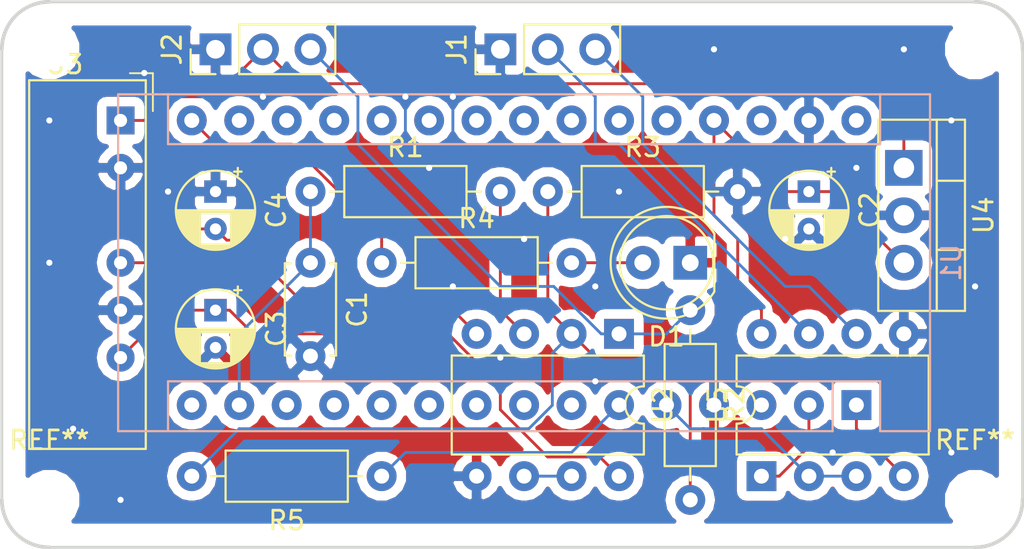
<source format=kicad_pcb>
(kicad_pcb (version 20171130) (host pcbnew 5.0.0+dfsg1-2)

  (general
    (thickness 1.6)
    (drawings 8)
    (tracks 125)
    (zones 0)
    (modules 21)
    (nets 40)
  )

  (page A4)
  (layers
    (0 F.Cu jumper)
    (31 B.Cu power)
    (36 B.SilkS user hide)
    (37 F.SilkS user hide)
    (38 B.Mask user hide)
    (39 F.Mask user hide)
    (41 Cmts.User user hide)
    (44 Edge.Cuts user)
    (45 Margin user)
    (46 B.CrtYd user hide)
    (47 F.CrtYd user hide)
    (48 B.Fab user hide)
    (49 F.Fab user hide)
  )

  (setup
    (last_trace_width 0.1524)
    (trace_clearance 0.1524)
    (zone_clearance 0.508)
    (zone_45_only no)
    (trace_min 0.1524)
    (segment_width 0.2)
    (edge_width 0.2)
    (via_size 0.6858)
    (via_drill 0.3302)
    (via_min_size 0.6858)
    (via_min_drill 0.3302)
    (uvia_size 0.6858)
    (uvia_drill 0.3302)
    (uvias_allowed no)
    (uvia_min_size 0.2)
    (uvia_min_drill 0.1)
    (pcb_text_width 0.3)
    (pcb_text_size 1.5 1.5)
    (mod_edge_width 0.15)
    (mod_text_size 1 1)
    (mod_text_width 0.15)
    (pad_size 1.524 1.524)
    (pad_drill 0.762)
    (pad_to_mask_clearance 0.0508)
    (solder_mask_min_width 0.1016)
    (aux_axis_origin 0 0)
    (visible_elements FFFFFF7F)
    (pcbplotparams
      (layerselection 0x010fc_ffffffff)
      (usegerberextensions false)
      (usegerberattributes false)
      (usegerberadvancedattributes false)
      (creategerberjobfile false)
      (excludeedgelayer true)
      (linewidth 0.100000)
      (plotframeref false)
      (viasonmask false)
      (mode 1)
      (useauxorigin false)
      (hpglpennumber 1)
      (hpglpenspeed 20)
      (hpglpendiameter 15.000000)
      (psnegative false)
      (psa4output false)
      (plotreference true)
      (plotvalue true)
      (plotinvisibletext false)
      (padsonsilk false)
      (subtractmaskfromsilk false)
      (outputformat 1)
      (mirror false)
      (drillshape 1)
      (scaleselection 1)
      (outputdirectory ""))
  )

  (net 0 "")
  (net 1 "Net-(J1-Pad2)")
  (net 2 "Net-(J1-Pad3)")
  (net 3 "Net-(U1-Pad1)")
  (net 4 "Net-(U1-Pad17)")
  (net 5 "Net-(U1-Pad2)")
  (net 6 "Net-(U1-Pad18)")
  (net 7 "Net-(U1-Pad3)")
  (net 8 "Net-(U1-Pad19)")
  (net 9 GND)
  (net 10 "Net-(U1-Pad20)")
  (net 11 "Net-(U1-Pad5)")
  (net 12 "Net-(U1-Pad21)")
  (net 13 "Net-(R5-Pad1)")
  (net 14 "Net-(U1-Pad22)")
  (net 15 "Net-(U1-Pad7)")
  (net 16 "Net-(U1-Pad23)")
  (net 17 "Net-(U1-Pad8)")
  (net 18 "Net-(U1-Pad24)")
  (net 19 "Net-(U1-Pad9)")
  (net 20 "Net-(U1-Pad25)")
  (net 21 "Net-(U1-Pad10)")
  (net 22 "Net-(U1-Pad26)")
  (net 23 "Net-(U1-Pad11)")
  (net 24 +5V)
  (net 25 "Net-(U1-Pad12)")
  (net 26 "Net-(U1-Pad28)")
  (net 27 "Net-(U1-Pad13)")
  (net 28 "Net-(C1-Pad1)")
  (net 29 "Net-(U1-Pad30)")
  (net 30 "Net-(U1-Pad15)")
  (net 31 "Net-(R4-Pad1)")
  (net 32 +12V)
  (net 33 -12V)
  (net 34 "Net-(R1-Pad2)")
  (net 35 "Net-(R2-Pad2)")
  (net 36 "Net-(D1-Pad2)")
  (net 37 "Net-(J2-Pad2)")
  (net 38 "Net-(J2-Pad3)")
  (net 39 "Net-(U2-Pad6)")

  (net_class Default "This is the default net class."
    (clearance 0.1524)
    (trace_width 0.1524)
    (via_dia 0.6858)
    (via_drill 0.3302)
    (uvia_dia 0.6858)
    (uvia_drill 0.3302)
    (add_net +12V)
    (add_net +5V)
    (add_net -12V)
    (add_net GND)
    (add_net "Net-(C1-Pad1)")
    (add_net "Net-(D1-Pad2)")
    (add_net "Net-(J1-Pad2)")
    (add_net "Net-(J1-Pad3)")
    (add_net "Net-(J2-Pad2)")
    (add_net "Net-(J2-Pad3)")
    (add_net "Net-(R1-Pad2)")
    (add_net "Net-(R2-Pad2)")
    (add_net "Net-(R4-Pad1)")
    (add_net "Net-(R5-Pad1)")
    (add_net "Net-(U1-Pad1)")
    (add_net "Net-(U1-Pad10)")
    (add_net "Net-(U1-Pad11)")
    (add_net "Net-(U1-Pad12)")
    (add_net "Net-(U1-Pad13)")
    (add_net "Net-(U1-Pad15)")
    (add_net "Net-(U1-Pad17)")
    (add_net "Net-(U1-Pad18)")
    (add_net "Net-(U1-Pad19)")
    (add_net "Net-(U1-Pad2)")
    (add_net "Net-(U1-Pad20)")
    (add_net "Net-(U1-Pad21)")
    (add_net "Net-(U1-Pad22)")
    (add_net "Net-(U1-Pad23)")
    (add_net "Net-(U1-Pad24)")
    (add_net "Net-(U1-Pad25)")
    (add_net "Net-(U1-Pad26)")
    (add_net "Net-(U1-Pad28)")
    (add_net "Net-(U1-Pad3)")
    (add_net "Net-(U1-Pad30)")
    (add_net "Net-(U1-Pad5)")
    (add_net "Net-(U1-Pad7)")
    (add_net "Net-(U1-Pad8)")
    (add_net "Net-(U1-Pad9)")
    (add_net "Net-(U2-Pad6)")
  )

  (module Capacitor_THT:CP_Radial_D4.0mm_P2.00mm (layer F.Cu) (tedit 5AE50EF0) (tstamp 5DB0CE7F)
    (at 140.97 95.25 270)
    (descr "CP, Radial series, Radial, pin pitch=2.00mm, , diameter=4mm, Electrolytic Capacitor")
    (tags "CP Radial series Radial pin pitch 2.00mm  diameter 4mm Electrolytic Capacitor")
    (path /5DAFE166)
    (fp_text reference C3 (at 1 -3.25 270) (layer F.SilkS)
      (effects (font (size 1 1) (thickness 0.15)))
    )
    (fp_text value 10uf (at 1 3.25 270) (layer F.Fab)
      (effects (font (size 1 1) (thickness 0.15)))
    )
    (fp_text user %R (at 1 0 270) (layer F.Fab)
      (effects (font (size 0.8 0.8) (thickness 0.12)))
    )
    (fp_line (start -1.069801 -1.395) (end -1.069801 -0.995) (layer F.SilkS) (width 0.12))
    (fp_line (start -1.269801 -1.195) (end -0.869801 -1.195) (layer F.SilkS) (width 0.12))
    (fp_line (start 3.081 -0.37) (end 3.081 0.37) (layer F.SilkS) (width 0.12))
    (fp_line (start 3.041 -0.537) (end 3.041 0.537) (layer F.SilkS) (width 0.12))
    (fp_line (start 3.001 -0.664) (end 3.001 0.664) (layer F.SilkS) (width 0.12))
    (fp_line (start 2.961 -0.768) (end 2.961 0.768) (layer F.SilkS) (width 0.12))
    (fp_line (start 2.921 -0.859) (end 2.921 0.859) (layer F.SilkS) (width 0.12))
    (fp_line (start 2.881 -0.94) (end 2.881 0.94) (layer F.SilkS) (width 0.12))
    (fp_line (start 2.841 -1.013) (end 2.841 1.013) (layer F.SilkS) (width 0.12))
    (fp_line (start 2.801 0.84) (end 2.801 1.08) (layer F.SilkS) (width 0.12))
    (fp_line (start 2.801 -1.08) (end 2.801 -0.84) (layer F.SilkS) (width 0.12))
    (fp_line (start 2.761 0.84) (end 2.761 1.142) (layer F.SilkS) (width 0.12))
    (fp_line (start 2.761 -1.142) (end 2.761 -0.84) (layer F.SilkS) (width 0.12))
    (fp_line (start 2.721 0.84) (end 2.721 1.2) (layer F.SilkS) (width 0.12))
    (fp_line (start 2.721 -1.2) (end 2.721 -0.84) (layer F.SilkS) (width 0.12))
    (fp_line (start 2.681 0.84) (end 2.681 1.254) (layer F.SilkS) (width 0.12))
    (fp_line (start 2.681 -1.254) (end 2.681 -0.84) (layer F.SilkS) (width 0.12))
    (fp_line (start 2.641 0.84) (end 2.641 1.304) (layer F.SilkS) (width 0.12))
    (fp_line (start 2.641 -1.304) (end 2.641 -0.84) (layer F.SilkS) (width 0.12))
    (fp_line (start 2.601 0.84) (end 2.601 1.351) (layer F.SilkS) (width 0.12))
    (fp_line (start 2.601 -1.351) (end 2.601 -0.84) (layer F.SilkS) (width 0.12))
    (fp_line (start 2.561 0.84) (end 2.561 1.396) (layer F.SilkS) (width 0.12))
    (fp_line (start 2.561 -1.396) (end 2.561 -0.84) (layer F.SilkS) (width 0.12))
    (fp_line (start 2.521 0.84) (end 2.521 1.438) (layer F.SilkS) (width 0.12))
    (fp_line (start 2.521 -1.438) (end 2.521 -0.84) (layer F.SilkS) (width 0.12))
    (fp_line (start 2.481 0.84) (end 2.481 1.478) (layer F.SilkS) (width 0.12))
    (fp_line (start 2.481 -1.478) (end 2.481 -0.84) (layer F.SilkS) (width 0.12))
    (fp_line (start 2.441 0.84) (end 2.441 1.516) (layer F.SilkS) (width 0.12))
    (fp_line (start 2.441 -1.516) (end 2.441 -0.84) (layer F.SilkS) (width 0.12))
    (fp_line (start 2.401 0.84) (end 2.401 1.552) (layer F.SilkS) (width 0.12))
    (fp_line (start 2.401 -1.552) (end 2.401 -0.84) (layer F.SilkS) (width 0.12))
    (fp_line (start 2.361 0.84) (end 2.361 1.587) (layer F.SilkS) (width 0.12))
    (fp_line (start 2.361 -1.587) (end 2.361 -0.84) (layer F.SilkS) (width 0.12))
    (fp_line (start 2.321 0.84) (end 2.321 1.619) (layer F.SilkS) (width 0.12))
    (fp_line (start 2.321 -1.619) (end 2.321 -0.84) (layer F.SilkS) (width 0.12))
    (fp_line (start 2.281 0.84) (end 2.281 1.65) (layer F.SilkS) (width 0.12))
    (fp_line (start 2.281 -1.65) (end 2.281 -0.84) (layer F.SilkS) (width 0.12))
    (fp_line (start 2.241 0.84) (end 2.241 1.68) (layer F.SilkS) (width 0.12))
    (fp_line (start 2.241 -1.68) (end 2.241 -0.84) (layer F.SilkS) (width 0.12))
    (fp_line (start 2.201 0.84) (end 2.201 1.708) (layer F.SilkS) (width 0.12))
    (fp_line (start 2.201 -1.708) (end 2.201 -0.84) (layer F.SilkS) (width 0.12))
    (fp_line (start 2.161 0.84) (end 2.161 1.735) (layer F.SilkS) (width 0.12))
    (fp_line (start 2.161 -1.735) (end 2.161 -0.84) (layer F.SilkS) (width 0.12))
    (fp_line (start 2.121 0.84) (end 2.121 1.76) (layer F.SilkS) (width 0.12))
    (fp_line (start 2.121 -1.76) (end 2.121 -0.84) (layer F.SilkS) (width 0.12))
    (fp_line (start 2.081 0.84) (end 2.081 1.785) (layer F.SilkS) (width 0.12))
    (fp_line (start 2.081 -1.785) (end 2.081 -0.84) (layer F.SilkS) (width 0.12))
    (fp_line (start 2.041 0.84) (end 2.041 1.808) (layer F.SilkS) (width 0.12))
    (fp_line (start 2.041 -1.808) (end 2.041 -0.84) (layer F.SilkS) (width 0.12))
    (fp_line (start 2.001 0.84) (end 2.001 1.83) (layer F.SilkS) (width 0.12))
    (fp_line (start 2.001 -1.83) (end 2.001 -0.84) (layer F.SilkS) (width 0.12))
    (fp_line (start 1.961 0.84) (end 1.961 1.851) (layer F.SilkS) (width 0.12))
    (fp_line (start 1.961 -1.851) (end 1.961 -0.84) (layer F.SilkS) (width 0.12))
    (fp_line (start 1.921 0.84) (end 1.921 1.87) (layer F.SilkS) (width 0.12))
    (fp_line (start 1.921 -1.87) (end 1.921 -0.84) (layer F.SilkS) (width 0.12))
    (fp_line (start 1.881 0.84) (end 1.881 1.889) (layer F.SilkS) (width 0.12))
    (fp_line (start 1.881 -1.889) (end 1.881 -0.84) (layer F.SilkS) (width 0.12))
    (fp_line (start 1.841 0.84) (end 1.841 1.907) (layer F.SilkS) (width 0.12))
    (fp_line (start 1.841 -1.907) (end 1.841 -0.84) (layer F.SilkS) (width 0.12))
    (fp_line (start 1.801 0.84) (end 1.801 1.924) (layer F.SilkS) (width 0.12))
    (fp_line (start 1.801 -1.924) (end 1.801 -0.84) (layer F.SilkS) (width 0.12))
    (fp_line (start 1.761 0.84) (end 1.761 1.94) (layer F.SilkS) (width 0.12))
    (fp_line (start 1.761 -1.94) (end 1.761 -0.84) (layer F.SilkS) (width 0.12))
    (fp_line (start 1.721 0.84) (end 1.721 1.954) (layer F.SilkS) (width 0.12))
    (fp_line (start 1.721 -1.954) (end 1.721 -0.84) (layer F.SilkS) (width 0.12))
    (fp_line (start 1.68 0.84) (end 1.68 1.968) (layer F.SilkS) (width 0.12))
    (fp_line (start 1.68 -1.968) (end 1.68 -0.84) (layer F.SilkS) (width 0.12))
    (fp_line (start 1.64 0.84) (end 1.64 1.982) (layer F.SilkS) (width 0.12))
    (fp_line (start 1.64 -1.982) (end 1.64 -0.84) (layer F.SilkS) (width 0.12))
    (fp_line (start 1.6 0.84) (end 1.6 1.994) (layer F.SilkS) (width 0.12))
    (fp_line (start 1.6 -1.994) (end 1.6 -0.84) (layer F.SilkS) (width 0.12))
    (fp_line (start 1.56 0.84) (end 1.56 2.005) (layer F.SilkS) (width 0.12))
    (fp_line (start 1.56 -2.005) (end 1.56 -0.84) (layer F.SilkS) (width 0.12))
    (fp_line (start 1.52 0.84) (end 1.52 2.016) (layer F.SilkS) (width 0.12))
    (fp_line (start 1.52 -2.016) (end 1.52 -0.84) (layer F.SilkS) (width 0.12))
    (fp_line (start 1.48 0.84) (end 1.48 2.025) (layer F.SilkS) (width 0.12))
    (fp_line (start 1.48 -2.025) (end 1.48 -0.84) (layer F.SilkS) (width 0.12))
    (fp_line (start 1.44 0.84) (end 1.44 2.034) (layer F.SilkS) (width 0.12))
    (fp_line (start 1.44 -2.034) (end 1.44 -0.84) (layer F.SilkS) (width 0.12))
    (fp_line (start 1.4 0.84) (end 1.4 2.042) (layer F.SilkS) (width 0.12))
    (fp_line (start 1.4 -2.042) (end 1.4 -0.84) (layer F.SilkS) (width 0.12))
    (fp_line (start 1.36 0.84) (end 1.36 2.05) (layer F.SilkS) (width 0.12))
    (fp_line (start 1.36 -2.05) (end 1.36 -0.84) (layer F.SilkS) (width 0.12))
    (fp_line (start 1.32 0.84) (end 1.32 2.056) (layer F.SilkS) (width 0.12))
    (fp_line (start 1.32 -2.056) (end 1.32 -0.84) (layer F.SilkS) (width 0.12))
    (fp_line (start 1.28 0.84) (end 1.28 2.062) (layer F.SilkS) (width 0.12))
    (fp_line (start 1.28 -2.062) (end 1.28 -0.84) (layer F.SilkS) (width 0.12))
    (fp_line (start 1.24 0.84) (end 1.24 2.067) (layer F.SilkS) (width 0.12))
    (fp_line (start 1.24 -2.067) (end 1.24 -0.84) (layer F.SilkS) (width 0.12))
    (fp_line (start 1.2 0.84) (end 1.2 2.071) (layer F.SilkS) (width 0.12))
    (fp_line (start 1.2 -2.071) (end 1.2 -0.84) (layer F.SilkS) (width 0.12))
    (fp_line (start 1.16 -2.074) (end 1.16 2.074) (layer F.SilkS) (width 0.12))
    (fp_line (start 1.12 -2.077) (end 1.12 2.077) (layer F.SilkS) (width 0.12))
    (fp_line (start 1.08 -2.079) (end 1.08 2.079) (layer F.SilkS) (width 0.12))
    (fp_line (start 1.04 -2.08) (end 1.04 2.08) (layer F.SilkS) (width 0.12))
    (fp_line (start 1 -2.08) (end 1 2.08) (layer F.SilkS) (width 0.12))
    (fp_line (start -0.502554 -1.0675) (end -0.502554 -0.6675) (layer F.Fab) (width 0.1))
    (fp_line (start -0.702554 -0.8675) (end -0.302554 -0.8675) (layer F.Fab) (width 0.1))
    (fp_circle (center 1 0) (end 3.25 0) (layer F.CrtYd) (width 0.05))
    (fp_circle (center 1 0) (end 3.12 0) (layer F.SilkS) (width 0.12))
    (fp_circle (center 1 0) (end 3 0) (layer F.Fab) (width 0.1))
    (pad 2 thru_hole circle (at 2 0 270) (size 1.2 1.2) (drill 0.6) (layers *.Cu *.Mask)
      (net 9 GND))
    (pad 1 thru_hole rect (at 0 0 270) (size 1.2 1.2) (drill 0.6) (layers *.Cu *.Mask)
      (net 32 +12V))
    (model ${KISYS3DMOD}/Capacitor_THT.3dshapes/CP_Radial_D4.0mm_P2.00mm.wrl
      (at (xyz 0 0 0))
      (scale (xyz 1 1 1))
      (rotate (xyz 0 0 0))
    )
  )

  (module Capacitor_THT:CP_Radial_D4.0mm_P2.00mm (layer F.Cu) (tedit 5AE50EF0) (tstamp 5DB0CF28)
    (at 140.97 88.9 270)
    (descr "CP, Radial series, Radial, pin pitch=2.00mm, , diameter=4mm, Electrolytic Capacitor")
    (tags "CP Radial series Radial pin pitch 2.00mm  diameter 4mm Electrolytic Capacitor")
    (path /5DAFE0A3)
    (fp_text reference C4 (at 1 -3.25 270) (layer F.SilkS)
      (effects (font (size 1 1) (thickness 0.15)))
    )
    (fp_text value 10uf (at 1 3.25 270) (layer F.Fab)
      (effects (font (size 1 1) (thickness 0.15)))
    )
    (fp_text user %R (at 1 0 270) (layer F.Fab)
      (effects (font (size 0.8 0.8) (thickness 0.12)))
    )
    (fp_line (start -1.069801 -1.395) (end -1.069801 -0.995) (layer F.SilkS) (width 0.12))
    (fp_line (start -1.269801 -1.195) (end -0.869801 -1.195) (layer F.SilkS) (width 0.12))
    (fp_line (start 3.081 -0.37) (end 3.081 0.37) (layer F.SilkS) (width 0.12))
    (fp_line (start 3.041 -0.537) (end 3.041 0.537) (layer F.SilkS) (width 0.12))
    (fp_line (start 3.001 -0.664) (end 3.001 0.664) (layer F.SilkS) (width 0.12))
    (fp_line (start 2.961 -0.768) (end 2.961 0.768) (layer F.SilkS) (width 0.12))
    (fp_line (start 2.921 -0.859) (end 2.921 0.859) (layer F.SilkS) (width 0.12))
    (fp_line (start 2.881 -0.94) (end 2.881 0.94) (layer F.SilkS) (width 0.12))
    (fp_line (start 2.841 -1.013) (end 2.841 1.013) (layer F.SilkS) (width 0.12))
    (fp_line (start 2.801 0.84) (end 2.801 1.08) (layer F.SilkS) (width 0.12))
    (fp_line (start 2.801 -1.08) (end 2.801 -0.84) (layer F.SilkS) (width 0.12))
    (fp_line (start 2.761 0.84) (end 2.761 1.142) (layer F.SilkS) (width 0.12))
    (fp_line (start 2.761 -1.142) (end 2.761 -0.84) (layer F.SilkS) (width 0.12))
    (fp_line (start 2.721 0.84) (end 2.721 1.2) (layer F.SilkS) (width 0.12))
    (fp_line (start 2.721 -1.2) (end 2.721 -0.84) (layer F.SilkS) (width 0.12))
    (fp_line (start 2.681 0.84) (end 2.681 1.254) (layer F.SilkS) (width 0.12))
    (fp_line (start 2.681 -1.254) (end 2.681 -0.84) (layer F.SilkS) (width 0.12))
    (fp_line (start 2.641 0.84) (end 2.641 1.304) (layer F.SilkS) (width 0.12))
    (fp_line (start 2.641 -1.304) (end 2.641 -0.84) (layer F.SilkS) (width 0.12))
    (fp_line (start 2.601 0.84) (end 2.601 1.351) (layer F.SilkS) (width 0.12))
    (fp_line (start 2.601 -1.351) (end 2.601 -0.84) (layer F.SilkS) (width 0.12))
    (fp_line (start 2.561 0.84) (end 2.561 1.396) (layer F.SilkS) (width 0.12))
    (fp_line (start 2.561 -1.396) (end 2.561 -0.84) (layer F.SilkS) (width 0.12))
    (fp_line (start 2.521 0.84) (end 2.521 1.438) (layer F.SilkS) (width 0.12))
    (fp_line (start 2.521 -1.438) (end 2.521 -0.84) (layer F.SilkS) (width 0.12))
    (fp_line (start 2.481 0.84) (end 2.481 1.478) (layer F.SilkS) (width 0.12))
    (fp_line (start 2.481 -1.478) (end 2.481 -0.84) (layer F.SilkS) (width 0.12))
    (fp_line (start 2.441 0.84) (end 2.441 1.516) (layer F.SilkS) (width 0.12))
    (fp_line (start 2.441 -1.516) (end 2.441 -0.84) (layer F.SilkS) (width 0.12))
    (fp_line (start 2.401 0.84) (end 2.401 1.552) (layer F.SilkS) (width 0.12))
    (fp_line (start 2.401 -1.552) (end 2.401 -0.84) (layer F.SilkS) (width 0.12))
    (fp_line (start 2.361 0.84) (end 2.361 1.587) (layer F.SilkS) (width 0.12))
    (fp_line (start 2.361 -1.587) (end 2.361 -0.84) (layer F.SilkS) (width 0.12))
    (fp_line (start 2.321 0.84) (end 2.321 1.619) (layer F.SilkS) (width 0.12))
    (fp_line (start 2.321 -1.619) (end 2.321 -0.84) (layer F.SilkS) (width 0.12))
    (fp_line (start 2.281 0.84) (end 2.281 1.65) (layer F.SilkS) (width 0.12))
    (fp_line (start 2.281 -1.65) (end 2.281 -0.84) (layer F.SilkS) (width 0.12))
    (fp_line (start 2.241 0.84) (end 2.241 1.68) (layer F.SilkS) (width 0.12))
    (fp_line (start 2.241 -1.68) (end 2.241 -0.84) (layer F.SilkS) (width 0.12))
    (fp_line (start 2.201 0.84) (end 2.201 1.708) (layer F.SilkS) (width 0.12))
    (fp_line (start 2.201 -1.708) (end 2.201 -0.84) (layer F.SilkS) (width 0.12))
    (fp_line (start 2.161 0.84) (end 2.161 1.735) (layer F.SilkS) (width 0.12))
    (fp_line (start 2.161 -1.735) (end 2.161 -0.84) (layer F.SilkS) (width 0.12))
    (fp_line (start 2.121 0.84) (end 2.121 1.76) (layer F.SilkS) (width 0.12))
    (fp_line (start 2.121 -1.76) (end 2.121 -0.84) (layer F.SilkS) (width 0.12))
    (fp_line (start 2.081 0.84) (end 2.081 1.785) (layer F.SilkS) (width 0.12))
    (fp_line (start 2.081 -1.785) (end 2.081 -0.84) (layer F.SilkS) (width 0.12))
    (fp_line (start 2.041 0.84) (end 2.041 1.808) (layer F.SilkS) (width 0.12))
    (fp_line (start 2.041 -1.808) (end 2.041 -0.84) (layer F.SilkS) (width 0.12))
    (fp_line (start 2.001 0.84) (end 2.001 1.83) (layer F.SilkS) (width 0.12))
    (fp_line (start 2.001 -1.83) (end 2.001 -0.84) (layer F.SilkS) (width 0.12))
    (fp_line (start 1.961 0.84) (end 1.961 1.851) (layer F.SilkS) (width 0.12))
    (fp_line (start 1.961 -1.851) (end 1.961 -0.84) (layer F.SilkS) (width 0.12))
    (fp_line (start 1.921 0.84) (end 1.921 1.87) (layer F.SilkS) (width 0.12))
    (fp_line (start 1.921 -1.87) (end 1.921 -0.84) (layer F.SilkS) (width 0.12))
    (fp_line (start 1.881 0.84) (end 1.881 1.889) (layer F.SilkS) (width 0.12))
    (fp_line (start 1.881 -1.889) (end 1.881 -0.84) (layer F.SilkS) (width 0.12))
    (fp_line (start 1.841 0.84) (end 1.841 1.907) (layer F.SilkS) (width 0.12))
    (fp_line (start 1.841 -1.907) (end 1.841 -0.84) (layer F.SilkS) (width 0.12))
    (fp_line (start 1.801 0.84) (end 1.801 1.924) (layer F.SilkS) (width 0.12))
    (fp_line (start 1.801 -1.924) (end 1.801 -0.84) (layer F.SilkS) (width 0.12))
    (fp_line (start 1.761 0.84) (end 1.761 1.94) (layer F.SilkS) (width 0.12))
    (fp_line (start 1.761 -1.94) (end 1.761 -0.84) (layer F.SilkS) (width 0.12))
    (fp_line (start 1.721 0.84) (end 1.721 1.954) (layer F.SilkS) (width 0.12))
    (fp_line (start 1.721 -1.954) (end 1.721 -0.84) (layer F.SilkS) (width 0.12))
    (fp_line (start 1.68 0.84) (end 1.68 1.968) (layer F.SilkS) (width 0.12))
    (fp_line (start 1.68 -1.968) (end 1.68 -0.84) (layer F.SilkS) (width 0.12))
    (fp_line (start 1.64 0.84) (end 1.64 1.982) (layer F.SilkS) (width 0.12))
    (fp_line (start 1.64 -1.982) (end 1.64 -0.84) (layer F.SilkS) (width 0.12))
    (fp_line (start 1.6 0.84) (end 1.6 1.994) (layer F.SilkS) (width 0.12))
    (fp_line (start 1.6 -1.994) (end 1.6 -0.84) (layer F.SilkS) (width 0.12))
    (fp_line (start 1.56 0.84) (end 1.56 2.005) (layer F.SilkS) (width 0.12))
    (fp_line (start 1.56 -2.005) (end 1.56 -0.84) (layer F.SilkS) (width 0.12))
    (fp_line (start 1.52 0.84) (end 1.52 2.016) (layer F.SilkS) (width 0.12))
    (fp_line (start 1.52 -2.016) (end 1.52 -0.84) (layer F.SilkS) (width 0.12))
    (fp_line (start 1.48 0.84) (end 1.48 2.025) (layer F.SilkS) (width 0.12))
    (fp_line (start 1.48 -2.025) (end 1.48 -0.84) (layer F.SilkS) (width 0.12))
    (fp_line (start 1.44 0.84) (end 1.44 2.034) (layer F.SilkS) (width 0.12))
    (fp_line (start 1.44 -2.034) (end 1.44 -0.84) (layer F.SilkS) (width 0.12))
    (fp_line (start 1.4 0.84) (end 1.4 2.042) (layer F.SilkS) (width 0.12))
    (fp_line (start 1.4 -2.042) (end 1.4 -0.84) (layer F.SilkS) (width 0.12))
    (fp_line (start 1.36 0.84) (end 1.36 2.05) (layer F.SilkS) (width 0.12))
    (fp_line (start 1.36 -2.05) (end 1.36 -0.84) (layer F.SilkS) (width 0.12))
    (fp_line (start 1.32 0.84) (end 1.32 2.056) (layer F.SilkS) (width 0.12))
    (fp_line (start 1.32 -2.056) (end 1.32 -0.84) (layer F.SilkS) (width 0.12))
    (fp_line (start 1.28 0.84) (end 1.28 2.062) (layer F.SilkS) (width 0.12))
    (fp_line (start 1.28 -2.062) (end 1.28 -0.84) (layer F.SilkS) (width 0.12))
    (fp_line (start 1.24 0.84) (end 1.24 2.067) (layer F.SilkS) (width 0.12))
    (fp_line (start 1.24 -2.067) (end 1.24 -0.84) (layer F.SilkS) (width 0.12))
    (fp_line (start 1.2 0.84) (end 1.2 2.071) (layer F.SilkS) (width 0.12))
    (fp_line (start 1.2 -2.071) (end 1.2 -0.84) (layer F.SilkS) (width 0.12))
    (fp_line (start 1.16 -2.074) (end 1.16 2.074) (layer F.SilkS) (width 0.12))
    (fp_line (start 1.12 -2.077) (end 1.12 2.077) (layer F.SilkS) (width 0.12))
    (fp_line (start 1.08 -2.079) (end 1.08 2.079) (layer F.SilkS) (width 0.12))
    (fp_line (start 1.04 -2.08) (end 1.04 2.08) (layer F.SilkS) (width 0.12))
    (fp_line (start 1 -2.08) (end 1 2.08) (layer F.SilkS) (width 0.12))
    (fp_line (start -0.502554 -1.0675) (end -0.502554 -0.6675) (layer F.Fab) (width 0.1))
    (fp_line (start -0.702554 -0.8675) (end -0.302554 -0.8675) (layer F.Fab) (width 0.1))
    (fp_circle (center 1 0) (end 3.25 0) (layer F.CrtYd) (width 0.05))
    (fp_circle (center 1 0) (end 3.12 0) (layer F.SilkS) (width 0.12))
    (fp_circle (center 1 0) (end 3 0) (layer F.Fab) (width 0.1))
    (pad 2 thru_hole circle (at 2 0 270) (size 1.2 1.2) (drill 0.6) (layers *.Cu *.Mask)
      (net 33 -12V))
    (pad 1 thru_hole rect (at 0 0 270) (size 1.2 1.2) (drill 0.6) (layers *.Cu *.Mask)
      (net 9 GND))
    (model ${KISYS3DMOD}/Capacitor_THT.3dshapes/CP_Radial_D4.0mm_P2.00mm.wrl
      (at (xyz 0 0 0))
      (scale (xyz 1 1 1))
      (rotate (xyz 0 0 0))
    )
  )

  (module Capacitor_THT:CP_Radial_D4.0mm_P2.00mm (layer F.Cu) (tedit 5AE50EF0) (tstamp 5DB0CDD6)
    (at 172.72 88.9 270)
    (descr "CP, Radial series, Radial, pin pitch=2.00mm, , diameter=4mm, Electrolytic Capacitor")
    (tags "CP Radial series Radial pin pitch 2.00mm  diameter 4mm Electrolytic Capacitor")
    (path /5DB05594)
    (fp_text reference C2 (at 1 -3.25 270) (layer F.SilkS)
      (effects (font (size 1 1) (thickness 0.15)))
    )
    (fp_text value 10uf (at 1 3.25 270) (layer F.Fab)
      (effects (font (size 1 1) (thickness 0.15)))
    )
    (fp_text user %R (at 1 0 270) (layer F.Fab)
      (effects (font (size 0.8 0.8) (thickness 0.12)))
    )
    (fp_line (start -1.069801 -1.395) (end -1.069801 -0.995) (layer F.SilkS) (width 0.12))
    (fp_line (start -1.269801 -1.195) (end -0.869801 -1.195) (layer F.SilkS) (width 0.12))
    (fp_line (start 3.081 -0.37) (end 3.081 0.37) (layer F.SilkS) (width 0.12))
    (fp_line (start 3.041 -0.537) (end 3.041 0.537) (layer F.SilkS) (width 0.12))
    (fp_line (start 3.001 -0.664) (end 3.001 0.664) (layer F.SilkS) (width 0.12))
    (fp_line (start 2.961 -0.768) (end 2.961 0.768) (layer F.SilkS) (width 0.12))
    (fp_line (start 2.921 -0.859) (end 2.921 0.859) (layer F.SilkS) (width 0.12))
    (fp_line (start 2.881 -0.94) (end 2.881 0.94) (layer F.SilkS) (width 0.12))
    (fp_line (start 2.841 -1.013) (end 2.841 1.013) (layer F.SilkS) (width 0.12))
    (fp_line (start 2.801 0.84) (end 2.801 1.08) (layer F.SilkS) (width 0.12))
    (fp_line (start 2.801 -1.08) (end 2.801 -0.84) (layer F.SilkS) (width 0.12))
    (fp_line (start 2.761 0.84) (end 2.761 1.142) (layer F.SilkS) (width 0.12))
    (fp_line (start 2.761 -1.142) (end 2.761 -0.84) (layer F.SilkS) (width 0.12))
    (fp_line (start 2.721 0.84) (end 2.721 1.2) (layer F.SilkS) (width 0.12))
    (fp_line (start 2.721 -1.2) (end 2.721 -0.84) (layer F.SilkS) (width 0.12))
    (fp_line (start 2.681 0.84) (end 2.681 1.254) (layer F.SilkS) (width 0.12))
    (fp_line (start 2.681 -1.254) (end 2.681 -0.84) (layer F.SilkS) (width 0.12))
    (fp_line (start 2.641 0.84) (end 2.641 1.304) (layer F.SilkS) (width 0.12))
    (fp_line (start 2.641 -1.304) (end 2.641 -0.84) (layer F.SilkS) (width 0.12))
    (fp_line (start 2.601 0.84) (end 2.601 1.351) (layer F.SilkS) (width 0.12))
    (fp_line (start 2.601 -1.351) (end 2.601 -0.84) (layer F.SilkS) (width 0.12))
    (fp_line (start 2.561 0.84) (end 2.561 1.396) (layer F.SilkS) (width 0.12))
    (fp_line (start 2.561 -1.396) (end 2.561 -0.84) (layer F.SilkS) (width 0.12))
    (fp_line (start 2.521 0.84) (end 2.521 1.438) (layer F.SilkS) (width 0.12))
    (fp_line (start 2.521 -1.438) (end 2.521 -0.84) (layer F.SilkS) (width 0.12))
    (fp_line (start 2.481 0.84) (end 2.481 1.478) (layer F.SilkS) (width 0.12))
    (fp_line (start 2.481 -1.478) (end 2.481 -0.84) (layer F.SilkS) (width 0.12))
    (fp_line (start 2.441 0.84) (end 2.441 1.516) (layer F.SilkS) (width 0.12))
    (fp_line (start 2.441 -1.516) (end 2.441 -0.84) (layer F.SilkS) (width 0.12))
    (fp_line (start 2.401 0.84) (end 2.401 1.552) (layer F.SilkS) (width 0.12))
    (fp_line (start 2.401 -1.552) (end 2.401 -0.84) (layer F.SilkS) (width 0.12))
    (fp_line (start 2.361 0.84) (end 2.361 1.587) (layer F.SilkS) (width 0.12))
    (fp_line (start 2.361 -1.587) (end 2.361 -0.84) (layer F.SilkS) (width 0.12))
    (fp_line (start 2.321 0.84) (end 2.321 1.619) (layer F.SilkS) (width 0.12))
    (fp_line (start 2.321 -1.619) (end 2.321 -0.84) (layer F.SilkS) (width 0.12))
    (fp_line (start 2.281 0.84) (end 2.281 1.65) (layer F.SilkS) (width 0.12))
    (fp_line (start 2.281 -1.65) (end 2.281 -0.84) (layer F.SilkS) (width 0.12))
    (fp_line (start 2.241 0.84) (end 2.241 1.68) (layer F.SilkS) (width 0.12))
    (fp_line (start 2.241 -1.68) (end 2.241 -0.84) (layer F.SilkS) (width 0.12))
    (fp_line (start 2.201 0.84) (end 2.201 1.708) (layer F.SilkS) (width 0.12))
    (fp_line (start 2.201 -1.708) (end 2.201 -0.84) (layer F.SilkS) (width 0.12))
    (fp_line (start 2.161 0.84) (end 2.161 1.735) (layer F.SilkS) (width 0.12))
    (fp_line (start 2.161 -1.735) (end 2.161 -0.84) (layer F.SilkS) (width 0.12))
    (fp_line (start 2.121 0.84) (end 2.121 1.76) (layer F.SilkS) (width 0.12))
    (fp_line (start 2.121 -1.76) (end 2.121 -0.84) (layer F.SilkS) (width 0.12))
    (fp_line (start 2.081 0.84) (end 2.081 1.785) (layer F.SilkS) (width 0.12))
    (fp_line (start 2.081 -1.785) (end 2.081 -0.84) (layer F.SilkS) (width 0.12))
    (fp_line (start 2.041 0.84) (end 2.041 1.808) (layer F.SilkS) (width 0.12))
    (fp_line (start 2.041 -1.808) (end 2.041 -0.84) (layer F.SilkS) (width 0.12))
    (fp_line (start 2.001 0.84) (end 2.001 1.83) (layer F.SilkS) (width 0.12))
    (fp_line (start 2.001 -1.83) (end 2.001 -0.84) (layer F.SilkS) (width 0.12))
    (fp_line (start 1.961 0.84) (end 1.961 1.851) (layer F.SilkS) (width 0.12))
    (fp_line (start 1.961 -1.851) (end 1.961 -0.84) (layer F.SilkS) (width 0.12))
    (fp_line (start 1.921 0.84) (end 1.921 1.87) (layer F.SilkS) (width 0.12))
    (fp_line (start 1.921 -1.87) (end 1.921 -0.84) (layer F.SilkS) (width 0.12))
    (fp_line (start 1.881 0.84) (end 1.881 1.889) (layer F.SilkS) (width 0.12))
    (fp_line (start 1.881 -1.889) (end 1.881 -0.84) (layer F.SilkS) (width 0.12))
    (fp_line (start 1.841 0.84) (end 1.841 1.907) (layer F.SilkS) (width 0.12))
    (fp_line (start 1.841 -1.907) (end 1.841 -0.84) (layer F.SilkS) (width 0.12))
    (fp_line (start 1.801 0.84) (end 1.801 1.924) (layer F.SilkS) (width 0.12))
    (fp_line (start 1.801 -1.924) (end 1.801 -0.84) (layer F.SilkS) (width 0.12))
    (fp_line (start 1.761 0.84) (end 1.761 1.94) (layer F.SilkS) (width 0.12))
    (fp_line (start 1.761 -1.94) (end 1.761 -0.84) (layer F.SilkS) (width 0.12))
    (fp_line (start 1.721 0.84) (end 1.721 1.954) (layer F.SilkS) (width 0.12))
    (fp_line (start 1.721 -1.954) (end 1.721 -0.84) (layer F.SilkS) (width 0.12))
    (fp_line (start 1.68 0.84) (end 1.68 1.968) (layer F.SilkS) (width 0.12))
    (fp_line (start 1.68 -1.968) (end 1.68 -0.84) (layer F.SilkS) (width 0.12))
    (fp_line (start 1.64 0.84) (end 1.64 1.982) (layer F.SilkS) (width 0.12))
    (fp_line (start 1.64 -1.982) (end 1.64 -0.84) (layer F.SilkS) (width 0.12))
    (fp_line (start 1.6 0.84) (end 1.6 1.994) (layer F.SilkS) (width 0.12))
    (fp_line (start 1.6 -1.994) (end 1.6 -0.84) (layer F.SilkS) (width 0.12))
    (fp_line (start 1.56 0.84) (end 1.56 2.005) (layer F.SilkS) (width 0.12))
    (fp_line (start 1.56 -2.005) (end 1.56 -0.84) (layer F.SilkS) (width 0.12))
    (fp_line (start 1.52 0.84) (end 1.52 2.016) (layer F.SilkS) (width 0.12))
    (fp_line (start 1.52 -2.016) (end 1.52 -0.84) (layer F.SilkS) (width 0.12))
    (fp_line (start 1.48 0.84) (end 1.48 2.025) (layer F.SilkS) (width 0.12))
    (fp_line (start 1.48 -2.025) (end 1.48 -0.84) (layer F.SilkS) (width 0.12))
    (fp_line (start 1.44 0.84) (end 1.44 2.034) (layer F.SilkS) (width 0.12))
    (fp_line (start 1.44 -2.034) (end 1.44 -0.84) (layer F.SilkS) (width 0.12))
    (fp_line (start 1.4 0.84) (end 1.4 2.042) (layer F.SilkS) (width 0.12))
    (fp_line (start 1.4 -2.042) (end 1.4 -0.84) (layer F.SilkS) (width 0.12))
    (fp_line (start 1.36 0.84) (end 1.36 2.05) (layer F.SilkS) (width 0.12))
    (fp_line (start 1.36 -2.05) (end 1.36 -0.84) (layer F.SilkS) (width 0.12))
    (fp_line (start 1.32 0.84) (end 1.32 2.056) (layer F.SilkS) (width 0.12))
    (fp_line (start 1.32 -2.056) (end 1.32 -0.84) (layer F.SilkS) (width 0.12))
    (fp_line (start 1.28 0.84) (end 1.28 2.062) (layer F.SilkS) (width 0.12))
    (fp_line (start 1.28 -2.062) (end 1.28 -0.84) (layer F.SilkS) (width 0.12))
    (fp_line (start 1.24 0.84) (end 1.24 2.067) (layer F.SilkS) (width 0.12))
    (fp_line (start 1.24 -2.067) (end 1.24 -0.84) (layer F.SilkS) (width 0.12))
    (fp_line (start 1.2 0.84) (end 1.2 2.071) (layer F.SilkS) (width 0.12))
    (fp_line (start 1.2 -2.071) (end 1.2 -0.84) (layer F.SilkS) (width 0.12))
    (fp_line (start 1.16 -2.074) (end 1.16 2.074) (layer F.SilkS) (width 0.12))
    (fp_line (start 1.12 -2.077) (end 1.12 2.077) (layer F.SilkS) (width 0.12))
    (fp_line (start 1.08 -2.079) (end 1.08 2.079) (layer F.SilkS) (width 0.12))
    (fp_line (start 1.04 -2.08) (end 1.04 2.08) (layer F.SilkS) (width 0.12))
    (fp_line (start 1 -2.08) (end 1 2.08) (layer F.SilkS) (width 0.12))
    (fp_line (start -0.502554 -1.0675) (end -0.502554 -0.6675) (layer F.Fab) (width 0.1))
    (fp_line (start -0.702554 -0.8675) (end -0.302554 -0.8675) (layer F.Fab) (width 0.1))
    (fp_circle (center 1 0) (end 3.25 0) (layer F.CrtYd) (width 0.05))
    (fp_circle (center 1 0) (end 3.12 0) (layer F.SilkS) (width 0.12))
    (fp_circle (center 1 0) (end 3 0) (layer F.Fab) (width 0.1))
    (pad 2 thru_hole circle (at 2 0 270) (size 1.2 1.2) (drill 0.6) (layers *.Cu *.Mask)
      (net 9 GND))
    (pad 1 thru_hole rect (at 0 0 270) (size 1.2 1.2) (drill 0.6) (layers *.Cu *.Mask)
      (net 24 +5V))
    (model ${KISYS3DMOD}/Capacitor_THT.3dshapes/CP_Radial_D4.0mm_P2.00mm.wrl
      (at (xyz 0 0 0))
      (scale (xyz 1 1 1))
      (rotate (xyz 0 0 0))
    )
  )

  (module Capacitor_THT:C_Disc_D4.7mm_W2.5mm_P5.00mm (layer F.Cu) (tedit 5AE50EF0) (tstamp 5DB0CD2D)
    (at 146.05 92.71 270)
    (descr "C, Disc series, Radial, pin pitch=5.00mm, , diameter*width=4.7*2.5mm^2, Capacitor, http://www.vishay.com/docs/45233/krseries.pdf")
    (tags "C Disc series Radial pin pitch 5.00mm  diameter 4.7mm width 2.5mm Capacitor")
    (path /5DB1491A)
    (fp_text reference C1 (at 2.5 -2.5 270) (layer F.SilkS)
      (effects (font (size 1 1) (thickness 0.15)))
    )
    (fp_text value .001uf (at 2.5 2.5 270) (layer F.Fab)
      (effects (font (size 1 1) (thickness 0.15)))
    )
    (fp_line (start 0.15 -1.25) (end 0.15 1.25) (layer F.Fab) (width 0.1))
    (fp_line (start 0.15 1.25) (end 4.85 1.25) (layer F.Fab) (width 0.1))
    (fp_line (start 4.85 1.25) (end 4.85 -1.25) (layer F.Fab) (width 0.1))
    (fp_line (start 4.85 -1.25) (end 0.15 -1.25) (layer F.Fab) (width 0.1))
    (fp_line (start 0.03 -1.37) (end 4.97 -1.37) (layer F.SilkS) (width 0.12))
    (fp_line (start 0.03 1.37) (end 4.97 1.37) (layer F.SilkS) (width 0.12))
    (fp_line (start 0.03 -1.37) (end 0.03 -1.055) (layer F.SilkS) (width 0.12))
    (fp_line (start 0.03 1.055) (end 0.03 1.37) (layer F.SilkS) (width 0.12))
    (fp_line (start 4.97 -1.37) (end 4.97 -1.055) (layer F.SilkS) (width 0.12))
    (fp_line (start 4.97 1.055) (end 4.97 1.37) (layer F.SilkS) (width 0.12))
    (fp_line (start -1.05 -1.5) (end -1.05 1.5) (layer F.CrtYd) (width 0.05))
    (fp_line (start -1.05 1.5) (end 6.05 1.5) (layer F.CrtYd) (width 0.05))
    (fp_line (start 6.05 1.5) (end 6.05 -1.5) (layer F.CrtYd) (width 0.05))
    (fp_line (start 6.05 -1.5) (end -1.05 -1.5) (layer F.CrtYd) (width 0.05))
    (fp_text user %R (at 2.5 0 270) (layer F.Fab)
      (effects (font (size 0.94 0.94) (thickness 0.141)))
    )
    (pad 1 thru_hole circle (at 0 0 270) (size 1.6 1.6) (drill 0.8) (layers *.Cu *.Mask)
      (net 28 "Net-(C1-Pad1)"))
    (pad 2 thru_hole circle (at 5 0 270) (size 1.6 1.6) (drill 0.8) (layers *.Cu *.Mask)
      (net 9 GND))
    (model ${KISYS3DMOD}/Capacitor_THT.3dshapes/C_Disc_D4.7mm_W2.5mm_P5.00mm.wrl
      (at (xyz 0 0 0))
      (scale (xyz 1 1 1))
      (rotate (xyz 0 0 0))
    )
  )

  (module LED_THT:LED_D5.0mm (layer F.Cu) (tedit 5995936A) (tstamp 5DB0CF3A)
    (at 166.37 92.71 180)
    (descr "LED, diameter 5.0mm, 2 pins, http://cdn-reichelt.de/documents/datenblatt/A500/LL-504BC2E-009.pdf")
    (tags "LED diameter 5.0mm 2 pins")
    (path /5DB196C0)
    (fp_text reference D1 (at 1.27 -3.96 180) (layer F.SilkS)
      (effects (font (size 1 1) (thickness 0.15)))
    )
    (fp_text value LED (at 1.27 3.96 180) (layer F.Fab)
      (effects (font (size 1 1) (thickness 0.15)))
    )
    (fp_arc (start 1.27 0) (end -1.23 -1.469694) (angle 299.1) (layer F.Fab) (width 0.1))
    (fp_arc (start 1.27 0) (end -1.29 -1.54483) (angle 148.9) (layer F.SilkS) (width 0.12))
    (fp_arc (start 1.27 0) (end -1.29 1.54483) (angle -148.9) (layer F.SilkS) (width 0.12))
    (fp_circle (center 1.27 0) (end 3.77 0) (layer F.Fab) (width 0.1))
    (fp_circle (center 1.27 0) (end 3.77 0) (layer F.SilkS) (width 0.12))
    (fp_line (start -1.23 -1.469694) (end -1.23 1.469694) (layer F.Fab) (width 0.1))
    (fp_line (start -1.29 -1.545) (end -1.29 1.545) (layer F.SilkS) (width 0.12))
    (fp_line (start -1.95 -3.25) (end -1.95 3.25) (layer F.CrtYd) (width 0.05))
    (fp_line (start -1.95 3.25) (end 4.5 3.25) (layer F.CrtYd) (width 0.05))
    (fp_line (start 4.5 3.25) (end 4.5 -3.25) (layer F.CrtYd) (width 0.05))
    (fp_line (start 4.5 -3.25) (end -1.95 -3.25) (layer F.CrtYd) (width 0.05))
    (fp_text user %R (at 1.25 0 180) (layer F.Fab)
      (effects (font (size 0.8 0.8) (thickness 0.2)))
    )
    (pad 1 thru_hole rect (at 0 0 180) (size 1.8 1.8) (drill 0.9) (layers *.Cu *.Mask)
      (net 9 GND))
    (pad 2 thru_hole circle (at 2.54 0 180) (size 1.8 1.8) (drill 0.9) (layers *.Cu *.Mask)
      (net 36 "Net-(D1-Pad2)"))
    (model ${KISYS3DMOD}/LED_THT.3dshapes/LED_D5.0mm.wrl
      (at (xyz 0 0 0))
      (scale (xyz 1 1 1))
      (rotate (xyz 0 0 0))
    )
  )

  (module Connector_PinHeader_2.54mm:PinHeader_1x03_P2.54mm_Vertical (layer F.Cu) (tedit 59FED5CC) (tstamp 5DB0CF51)
    (at 156.21 81.28 90)
    (descr "Through hole straight pin header, 1x03, 2.54mm pitch, single row")
    (tags "Through hole pin header THT 1x03 2.54mm single row")
    (path /5DAFC4DE)
    (fp_text reference J1 (at 0 -2.33 90) (layer F.SilkS)
      (effects (font (size 1 1) (thickness 0.15)))
    )
    (fp_text value XLR3 (at 0 7.41 90) (layer F.Fab)
      (effects (font (size 1 1) (thickness 0.15)))
    )
    (fp_line (start -0.635 -1.27) (end 1.27 -1.27) (layer F.Fab) (width 0.1))
    (fp_line (start 1.27 -1.27) (end 1.27 6.35) (layer F.Fab) (width 0.1))
    (fp_line (start 1.27 6.35) (end -1.27 6.35) (layer F.Fab) (width 0.1))
    (fp_line (start -1.27 6.35) (end -1.27 -0.635) (layer F.Fab) (width 0.1))
    (fp_line (start -1.27 -0.635) (end -0.635 -1.27) (layer F.Fab) (width 0.1))
    (fp_line (start -1.33 6.41) (end 1.33 6.41) (layer F.SilkS) (width 0.12))
    (fp_line (start -1.33 1.27) (end -1.33 6.41) (layer F.SilkS) (width 0.12))
    (fp_line (start 1.33 1.27) (end 1.33 6.41) (layer F.SilkS) (width 0.12))
    (fp_line (start -1.33 1.27) (end 1.33 1.27) (layer F.SilkS) (width 0.12))
    (fp_line (start -1.33 0) (end -1.33 -1.33) (layer F.SilkS) (width 0.12))
    (fp_line (start -1.33 -1.33) (end 0 -1.33) (layer F.SilkS) (width 0.12))
    (fp_line (start -1.8 -1.8) (end -1.8 6.85) (layer F.CrtYd) (width 0.05))
    (fp_line (start -1.8 6.85) (end 1.8 6.85) (layer F.CrtYd) (width 0.05))
    (fp_line (start 1.8 6.85) (end 1.8 -1.8) (layer F.CrtYd) (width 0.05))
    (fp_line (start 1.8 -1.8) (end -1.8 -1.8) (layer F.CrtYd) (width 0.05))
    (fp_text user %R (at 0 2.54 180) (layer F.Fab)
      (effects (font (size 1 1) (thickness 0.15)))
    )
    (pad 1 thru_hole rect (at 0 0 90) (size 1.7 1.7) (drill 1) (layers *.Cu *.Mask)
      (net 9 GND))
    (pad 2 thru_hole oval (at 0 2.54 90) (size 1.7 1.7) (drill 1) (layers *.Cu *.Mask)
      (net 1 "Net-(J1-Pad2)"))
    (pad 3 thru_hole oval (at 0 5.08 90) (size 1.7 1.7) (drill 1) (layers *.Cu *.Mask)
      (net 2 "Net-(J1-Pad3)"))
    (model ${KISYS3DMOD}/Connector_PinHeader_2.54mm.3dshapes/PinHeader_1x03_P2.54mm_Vertical.wrl
      (at (xyz 0 0 0))
      (scale (xyz 1 1 1))
      (rotate (xyz 0 0 0))
    )
  )

  (module Connector_PinHeader_2.54mm:PinHeader_1x03_P2.54mm_Vertical (layer F.Cu) (tedit 59FED5CC) (tstamp 5DB0CF68)
    (at 140.97 81.28 90)
    (descr "Through hole straight pin header, 1x03, 2.54mm pitch, single row")
    (tags "Through hole pin header THT 1x03 2.54mm single row")
    (path /5DAFC469)
    (fp_text reference J2 (at 0 -2.33 90) (layer F.SilkS)
      (effects (font (size 1 1) (thickness 0.15)))
    )
    (fp_text value XLR3 (at 0 7.41 90) (layer F.Fab)
      (effects (font (size 1 1) (thickness 0.15)))
    )
    (fp_text user %R (at 0 2.54 180) (layer F.Fab)
      (effects (font (size 1 1) (thickness 0.15)))
    )
    (fp_line (start 1.8 -1.8) (end -1.8 -1.8) (layer F.CrtYd) (width 0.05))
    (fp_line (start 1.8 6.85) (end 1.8 -1.8) (layer F.CrtYd) (width 0.05))
    (fp_line (start -1.8 6.85) (end 1.8 6.85) (layer F.CrtYd) (width 0.05))
    (fp_line (start -1.8 -1.8) (end -1.8 6.85) (layer F.CrtYd) (width 0.05))
    (fp_line (start -1.33 -1.33) (end 0 -1.33) (layer F.SilkS) (width 0.12))
    (fp_line (start -1.33 0) (end -1.33 -1.33) (layer F.SilkS) (width 0.12))
    (fp_line (start -1.33 1.27) (end 1.33 1.27) (layer F.SilkS) (width 0.12))
    (fp_line (start 1.33 1.27) (end 1.33 6.41) (layer F.SilkS) (width 0.12))
    (fp_line (start -1.33 1.27) (end -1.33 6.41) (layer F.SilkS) (width 0.12))
    (fp_line (start -1.33 6.41) (end 1.33 6.41) (layer F.SilkS) (width 0.12))
    (fp_line (start -1.27 -0.635) (end -0.635 -1.27) (layer F.Fab) (width 0.1))
    (fp_line (start -1.27 6.35) (end -1.27 -0.635) (layer F.Fab) (width 0.1))
    (fp_line (start 1.27 6.35) (end -1.27 6.35) (layer F.Fab) (width 0.1))
    (fp_line (start 1.27 -1.27) (end 1.27 6.35) (layer F.Fab) (width 0.1))
    (fp_line (start -0.635 -1.27) (end 1.27 -1.27) (layer F.Fab) (width 0.1))
    (pad 3 thru_hole oval (at 0 5.08 90) (size 1.7 1.7) (drill 1) (layers *.Cu *.Mask)
      (net 38 "Net-(J2-Pad3)"))
    (pad 2 thru_hole oval (at 0 2.54 90) (size 1.7 1.7) (drill 1) (layers *.Cu *.Mask)
      (net 37 "Net-(J2-Pad2)"))
    (pad 1 thru_hole rect (at 0 0 90) (size 1.7 1.7) (drill 1) (layers *.Cu *.Mask)
      (net 9 GND))
    (model ${KISYS3DMOD}/Connector_PinHeader_2.54mm.3dshapes/PinHeader_1x03_P2.54mm_Vertical.wrl
      (at (xyz 0 0 0))
      (scale (xyz 1 1 1))
      (rotate (xyz 0 0 0))
    )
  )

  (module Resistor_THT:R_Axial_DIN0207_L6.3mm_D2.5mm_P10.16mm_Horizontal (layer F.Cu) (tedit 5AE5139B) (tstamp 5DB0CF7F)
    (at 146.05 88.9)
    (descr "Resistor, Axial_DIN0207 series, Axial, Horizontal, pin pitch=10.16mm, 0.25W = 1/4W, length*diameter=6.3*2.5mm^2, http://cdn-reichelt.de/documents/datenblatt/B400/1_4W%23YAG.pdf")
    (tags "Resistor Axial_DIN0207 series Axial Horizontal pin pitch 10.16mm 0.25W = 1/4W length 6.3mm diameter 2.5mm")
    (path /5DB11AA5)
    (fp_text reference R1 (at 5.08 -2.37) (layer F.SilkS)
      (effects (font (size 1 1) (thickness 0.15)))
    )
    (fp_text value 15k (at 5.08 2.37) (layer F.Fab)
      (effects (font (size 1 1) (thickness 0.15)))
    )
    (fp_line (start 1.93 -1.25) (end 1.93 1.25) (layer F.Fab) (width 0.1))
    (fp_line (start 1.93 1.25) (end 8.23 1.25) (layer F.Fab) (width 0.1))
    (fp_line (start 8.23 1.25) (end 8.23 -1.25) (layer F.Fab) (width 0.1))
    (fp_line (start 8.23 -1.25) (end 1.93 -1.25) (layer F.Fab) (width 0.1))
    (fp_line (start 0 0) (end 1.93 0) (layer F.Fab) (width 0.1))
    (fp_line (start 10.16 0) (end 8.23 0) (layer F.Fab) (width 0.1))
    (fp_line (start 1.81 -1.37) (end 1.81 1.37) (layer F.SilkS) (width 0.12))
    (fp_line (start 1.81 1.37) (end 8.35 1.37) (layer F.SilkS) (width 0.12))
    (fp_line (start 8.35 1.37) (end 8.35 -1.37) (layer F.SilkS) (width 0.12))
    (fp_line (start 8.35 -1.37) (end 1.81 -1.37) (layer F.SilkS) (width 0.12))
    (fp_line (start 1.04 0) (end 1.81 0) (layer F.SilkS) (width 0.12))
    (fp_line (start 9.12 0) (end 8.35 0) (layer F.SilkS) (width 0.12))
    (fp_line (start -1.05 -1.5) (end -1.05 1.5) (layer F.CrtYd) (width 0.05))
    (fp_line (start -1.05 1.5) (end 11.21 1.5) (layer F.CrtYd) (width 0.05))
    (fp_line (start 11.21 1.5) (end 11.21 -1.5) (layer F.CrtYd) (width 0.05))
    (fp_line (start 11.21 -1.5) (end -1.05 -1.5) (layer F.CrtYd) (width 0.05))
    (fp_text user %R (at 5.08 0) (layer F.Fab)
      (effects (font (size 1 1) (thickness 0.15)))
    )
    (pad 1 thru_hole circle (at 0 0) (size 1.6 1.6) (drill 0.8) (layers *.Cu *.Mask)
      (net 28 "Net-(C1-Pad1)"))
    (pad 2 thru_hole oval (at 10.16 0) (size 1.6 1.6) (drill 0.8) (layers *.Cu *.Mask)
      (net 34 "Net-(R1-Pad2)"))
    (model ${KISYS3DMOD}/Resistor_THT.3dshapes/R_Axial_DIN0207_L6.3mm_D2.5mm_P10.16mm_Horizontal.wrl
      (at (xyz 0 0 0))
      (scale (xyz 1 1 1))
      (rotate (xyz 0 0 0))
    )
  )

  (module Resistor_THT:R_Axial_DIN0207_L6.3mm_D2.5mm_P10.16mm_Horizontal (layer F.Cu) (tedit 5AE5139B) (tstamp 5DB0CF96)
    (at 166.37 95.25 270)
    (descr "Resistor, Axial_DIN0207 series, Axial, Horizontal, pin pitch=10.16mm, 0.25W = 1/4W, length*diameter=6.3*2.5mm^2, http://cdn-reichelt.de/documents/datenblatt/B400/1_4W%23YAG.pdf")
    (tags "Resistor Axial_DIN0207 series Axial Horizontal pin pitch 10.16mm 0.25W = 1/4W length 6.3mm diameter 2.5mm")
    (path /5DB0F514)
    (fp_text reference R2 (at 5.08 -2.37 270) (layer F.SilkS)
      (effects (font (size 1 1) (thickness 0.15)))
    )
    (fp_text value 10k (at 5.08 2.37 270) (layer F.Fab)
      (effects (font (size 1 1) (thickness 0.15)))
    )
    (fp_line (start 1.93 -1.25) (end 1.93 1.25) (layer F.Fab) (width 0.1))
    (fp_line (start 1.93 1.25) (end 8.23 1.25) (layer F.Fab) (width 0.1))
    (fp_line (start 8.23 1.25) (end 8.23 -1.25) (layer F.Fab) (width 0.1))
    (fp_line (start 8.23 -1.25) (end 1.93 -1.25) (layer F.Fab) (width 0.1))
    (fp_line (start 0 0) (end 1.93 0) (layer F.Fab) (width 0.1))
    (fp_line (start 10.16 0) (end 8.23 0) (layer F.Fab) (width 0.1))
    (fp_line (start 1.81 -1.37) (end 1.81 1.37) (layer F.SilkS) (width 0.12))
    (fp_line (start 1.81 1.37) (end 8.35 1.37) (layer F.SilkS) (width 0.12))
    (fp_line (start 8.35 1.37) (end 8.35 -1.37) (layer F.SilkS) (width 0.12))
    (fp_line (start 8.35 -1.37) (end 1.81 -1.37) (layer F.SilkS) (width 0.12))
    (fp_line (start 1.04 0) (end 1.81 0) (layer F.SilkS) (width 0.12))
    (fp_line (start 9.12 0) (end 8.35 0) (layer F.SilkS) (width 0.12))
    (fp_line (start -1.05 -1.5) (end -1.05 1.5) (layer F.CrtYd) (width 0.05))
    (fp_line (start -1.05 1.5) (end 11.21 1.5) (layer F.CrtYd) (width 0.05))
    (fp_line (start 11.21 1.5) (end 11.21 -1.5) (layer F.CrtYd) (width 0.05))
    (fp_line (start 11.21 -1.5) (end -1.05 -1.5) (layer F.CrtYd) (width 0.05))
    (fp_text user %R (at 5.08 0 270) (layer F.Fab)
      (effects (font (size 1 1) (thickness 0.15)))
    )
    (pad 1 thru_hole circle (at 0 0 270) (size 1.6 1.6) (drill 0.8) (layers *.Cu *.Mask)
      (net 38 "Net-(J2-Pad3)"))
    (pad 2 thru_hole oval (at 10.16 0 270) (size 1.6 1.6) (drill 0.8) (layers *.Cu *.Mask)
      (net 35 "Net-(R2-Pad2)"))
    (model ${KISYS3DMOD}/Resistor_THT.3dshapes/R_Axial_DIN0207_L6.3mm_D2.5mm_P10.16mm_Horizontal.wrl
      (at (xyz 0 0 0))
      (scale (xyz 1 1 1))
      (rotate (xyz 0 0 0))
    )
  )

  (module Resistor_THT:R_Axial_DIN0207_L6.3mm_D2.5mm_P10.16mm_Horizontal (layer F.Cu) (tedit 5AE5139B) (tstamp 5DB0CFAD)
    (at 158.75 88.9)
    (descr "Resistor, Axial_DIN0207 series, Axial, Horizontal, pin pitch=10.16mm, 0.25W = 1/4W, length*diameter=6.3*2.5mm^2, http://cdn-reichelt.de/documents/datenblatt/B400/1_4W%23YAG.pdf")
    (tags "Resistor Axial_DIN0207 series Axial Horizontal pin pitch 10.16mm 0.25W = 1/4W length 6.3mm diameter 2.5mm")
    (path /5DB10182)
    (fp_text reference R3 (at 5.08 -2.37) (layer F.SilkS)
      (effects (font (size 1 1) (thickness 0.15)))
    )
    (fp_text value 10k (at 5.08 2.37) (layer F.Fab)
      (effects (font (size 1 1) (thickness 0.15)))
    )
    (fp_text user %R (at 5.08 0) (layer F.Fab)
      (effects (font (size 1 1) (thickness 0.15)))
    )
    (fp_line (start 11.21 -1.5) (end -1.05 -1.5) (layer F.CrtYd) (width 0.05))
    (fp_line (start 11.21 1.5) (end 11.21 -1.5) (layer F.CrtYd) (width 0.05))
    (fp_line (start -1.05 1.5) (end 11.21 1.5) (layer F.CrtYd) (width 0.05))
    (fp_line (start -1.05 -1.5) (end -1.05 1.5) (layer F.CrtYd) (width 0.05))
    (fp_line (start 9.12 0) (end 8.35 0) (layer F.SilkS) (width 0.12))
    (fp_line (start 1.04 0) (end 1.81 0) (layer F.SilkS) (width 0.12))
    (fp_line (start 8.35 -1.37) (end 1.81 -1.37) (layer F.SilkS) (width 0.12))
    (fp_line (start 8.35 1.37) (end 8.35 -1.37) (layer F.SilkS) (width 0.12))
    (fp_line (start 1.81 1.37) (end 8.35 1.37) (layer F.SilkS) (width 0.12))
    (fp_line (start 1.81 -1.37) (end 1.81 1.37) (layer F.SilkS) (width 0.12))
    (fp_line (start 10.16 0) (end 8.23 0) (layer F.Fab) (width 0.1))
    (fp_line (start 0 0) (end 1.93 0) (layer F.Fab) (width 0.1))
    (fp_line (start 8.23 -1.25) (end 1.93 -1.25) (layer F.Fab) (width 0.1))
    (fp_line (start 8.23 1.25) (end 8.23 -1.25) (layer F.Fab) (width 0.1))
    (fp_line (start 1.93 1.25) (end 8.23 1.25) (layer F.Fab) (width 0.1))
    (fp_line (start 1.93 -1.25) (end 1.93 1.25) (layer F.Fab) (width 0.1))
    (pad 2 thru_hole oval (at 10.16 0) (size 1.6 1.6) (drill 0.8) (layers *.Cu *.Mask)
      (net 9 GND))
    (pad 1 thru_hole circle (at 0 0) (size 1.6 1.6) (drill 0.8) (layers *.Cu *.Mask)
      (net 35 "Net-(R2-Pad2)"))
    (model ${KISYS3DMOD}/Resistor_THT.3dshapes/R_Axial_DIN0207_L6.3mm_D2.5mm_P10.16mm_Horizontal.wrl
      (at (xyz 0 0 0))
      (scale (xyz 1 1 1))
      (rotate (xyz 0 0 0))
    )
  )

  (module Resistor_THT:R_Axial_DIN0207_L6.3mm_D2.5mm_P10.16mm_Horizontal (layer F.Cu) (tedit 5AE5139B) (tstamp 5DB0CFC4)
    (at 149.86 92.71)
    (descr "Resistor, Axial_DIN0207 series, Axial, Horizontal, pin pitch=10.16mm, 0.25W = 1/4W, length*diameter=6.3*2.5mm^2, http://cdn-reichelt.de/documents/datenblatt/B400/1_4W%23YAG.pdf")
    (tags "Resistor Axial_DIN0207 series Axial Horizontal pin pitch 10.16mm 0.25W = 1/4W length 6.3mm diameter 2.5mm")
    (path /5DB1812D)
    (fp_text reference R4 (at 5.08 -2.37) (layer F.SilkS)
      (effects (font (size 1 1) (thickness 0.15)))
    )
    (fp_text value 680 (at 5.08 2.37) (layer F.Fab)
      (effects (font (size 1 1) (thickness 0.15)))
    )
    (fp_line (start 1.93 -1.25) (end 1.93 1.25) (layer F.Fab) (width 0.1))
    (fp_line (start 1.93 1.25) (end 8.23 1.25) (layer F.Fab) (width 0.1))
    (fp_line (start 8.23 1.25) (end 8.23 -1.25) (layer F.Fab) (width 0.1))
    (fp_line (start 8.23 -1.25) (end 1.93 -1.25) (layer F.Fab) (width 0.1))
    (fp_line (start 0 0) (end 1.93 0) (layer F.Fab) (width 0.1))
    (fp_line (start 10.16 0) (end 8.23 0) (layer F.Fab) (width 0.1))
    (fp_line (start 1.81 -1.37) (end 1.81 1.37) (layer F.SilkS) (width 0.12))
    (fp_line (start 1.81 1.37) (end 8.35 1.37) (layer F.SilkS) (width 0.12))
    (fp_line (start 8.35 1.37) (end 8.35 -1.37) (layer F.SilkS) (width 0.12))
    (fp_line (start 8.35 -1.37) (end 1.81 -1.37) (layer F.SilkS) (width 0.12))
    (fp_line (start 1.04 0) (end 1.81 0) (layer F.SilkS) (width 0.12))
    (fp_line (start 9.12 0) (end 8.35 0) (layer F.SilkS) (width 0.12))
    (fp_line (start -1.05 -1.5) (end -1.05 1.5) (layer F.CrtYd) (width 0.05))
    (fp_line (start -1.05 1.5) (end 11.21 1.5) (layer F.CrtYd) (width 0.05))
    (fp_line (start 11.21 1.5) (end 11.21 -1.5) (layer F.CrtYd) (width 0.05))
    (fp_line (start 11.21 -1.5) (end -1.05 -1.5) (layer F.CrtYd) (width 0.05))
    (fp_text user %R (at 5.08 0) (layer F.Fab)
      (effects (font (size 1 1) (thickness 0.15)))
    )
    (pad 1 thru_hole circle (at 0 0) (size 1.6 1.6) (drill 0.8) (layers *.Cu *.Mask)
      (net 31 "Net-(R4-Pad1)"))
    (pad 2 thru_hole oval (at 10.16 0) (size 1.6 1.6) (drill 0.8) (layers *.Cu *.Mask)
      (net 36 "Net-(D1-Pad2)"))
    (model ${KISYS3DMOD}/Resistor_THT.3dshapes/R_Axial_DIN0207_L6.3mm_D2.5mm_P10.16mm_Horizontal.wrl
      (at (xyz 0 0 0))
      (scale (xyz 1 1 1))
      (rotate (xyz 0 0 0))
    )
  )

  (module Resistor_THT:R_Axial_DIN0207_L6.3mm_D2.5mm_P10.16mm_Horizontal (layer F.Cu) (tedit 5AE5139B) (tstamp 5DB0CFDB)
    (at 149.86 104.14 180)
    (descr "Resistor, Axial_DIN0207 series, Axial, Horizontal, pin pitch=10.16mm, 0.25W = 1/4W, length*diameter=6.3*2.5mm^2, http://cdn-reichelt.de/documents/datenblatt/B400/1_4W%23YAG.pdf")
    (tags "Resistor Axial_DIN0207 series Axial Horizontal pin pitch 10.16mm 0.25W = 1/4W length 6.3mm diameter 2.5mm")
    (path /5DB15C82)
    (fp_text reference R5 (at 5.08 -2.37 180) (layer F.SilkS)
      (effects (font (size 1 1) (thickness 0.15)))
    )
    (fp_text value 10k (at 5.08 2.37 180) (layer F.Fab)
      (effects (font (size 1 1) (thickness 0.15)))
    )
    (fp_text user %R (at 5.08 0 180) (layer F.Fab)
      (effects (font (size 1 1) (thickness 0.15)))
    )
    (fp_line (start 11.21 -1.5) (end -1.05 -1.5) (layer F.CrtYd) (width 0.05))
    (fp_line (start 11.21 1.5) (end 11.21 -1.5) (layer F.CrtYd) (width 0.05))
    (fp_line (start -1.05 1.5) (end 11.21 1.5) (layer F.CrtYd) (width 0.05))
    (fp_line (start -1.05 -1.5) (end -1.05 1.5) (layer F.CrtYd) (width 0.05))
    (fp_line (start 9.12 0) (end 8.35 0) (layer F.SilkS) (width 0.12))
    (fp_line (start 1.04 0) (end 1.81 0) (layer F.SilkS) (width 0.12))
    (fp_line (start 8.35 -1.37) (end 1.81 -1.37) (layer F.SilkS) (width 0.12))
    (fp_line (start 8.35 1.37) (end 8.35 -1.37) (layer F.SilkS) (width 0.12))
    (fp_line (start 1.81 1.37) (end 8.35 1.37) (layer F.SilkS) (width 0.12))
    (fp_line (start 1.81 -1.37) (end 1.81 1.37) (layer F.SilkS) (width 0.12))
    (fp_line (start 10.16 0) (end 8.23 0) (layer F.Fab) (width 0.1))
    (fp_line (start 0 0) (end 1.93 0) (layer F.Fab) (width 0.1))
    (fp_line (start 8.23 -1.25) (end 1.93 -1.25) (layer F.Fab) (width 0.1))
    (fp_line (start 8.23 1.25) (end 8.23 -1.25) (layer F.Fab) (width 0.1))
    (fp_line (start 1.93 1.25) (end 8.23 1.25) (layer F.Fab) (width 0.1))
    (fp_line (start 1.93 -1.25) (end 1.93 1.25) (layer F.Fab) (width 0.1))
    (pad 2 thru_hole oval (at 10.16 0 180) (size 1.6 1.6) (drill 0.8) (layers *.Cu *.Mask)
      (net 35 "Net-(R2-Pad2)"))
    (pad 1 thru_hole circle (at 0 0 180) (size 1.6 1.6) (drill 0.8) (layers *.Cu *.Mask)
      (net 13 "Net-(R5-Pad1)"))
    (model ${KISYS3DMOD}/Resistor_THT.3dshapes/R_Axial_DIN0207_L6.3mm_D2.5mm_P10.16mm_Horizontal.wrl
      (at (xyz 0 0 0))
      (scale (xyz 1 1 1))
      (rotate (xyz 0 0 0))
    )
  )

  (module Module:Arduino_Nano (layer B.Cu) (tedit 58ACAF70) (tstamp 5DB0D018)
    (at 175.26 100.33 90)
    (descr "Arduino Nano, http://www.mouser.com/pdfdocs/Gravitech_Arduino_Nano3_0.pdf")
    (tags "Arduino Nano")
    (path /5DAFB237)
    (fp_text reference U1 (at 7.62 5.08 90) (layer B.SilkS)
      (effects (font (size 1 1) (thickness 0.15)) (justify mirror))
    )
    (fp_text value Arduino_Nano_v3.x (at 8.89 -19.05) (layer B.Fab)
      (effects (font (size 1 1) (thickness 0.15)) (justify mirror))
    )
    (fp_text user %R (at 6.35 -19.05) (layer B.Fab)
      (effects (font (size 1 1) (thickness 0.15)) (justify mirror))
    )
    (fp_line (start 1.27 -1.27) (end 1.27 1.27) (layer B.SilkS) (width 0.12))
    (fp_line (start 1.27 1.27) (end -1.4 1.27) (layer B.SilkS) (width 0.12))
    (fp_line (start -1.4 -1.27) (end -1.4 -39.5) (layer B.SilkS) (width 0.12))
    (fp_line (start -1.4 3.94) (end -1.4 1.27) (layer B.SilkS) (width 0.12))
    (fp_line (start 13.97 1.27) (end 16.64 1.27) (layer B.SilkS) (width 0.12))
    (fp_line (start 13.97 1.27) (end 13.97 -36.83) (layer B.SilkS) (width 0.12))
    (fp_line (start 13.97 -36.83) (end 16.64 -36.83) (layer B.SilkS) (width 0.12))
    (fp_line (start 1.27 -1.27) (end -1.4 -1.27) (layer B.SilkS) (width 0.12))
    (fp_line (start 1.27 -1.27) (end 1.27 -36.83) (layer B.SilkS) (width 0.12))
    (fp_line (start 1.27 -36.83) (end -1.4 -36.83) (layer B.SilkS) (width 0.12))
    (fp_line (start 3.81 -31.75) (end 11.43 -31.75) (layer B.Fab) (width 0.1))
    (fp_line (start 11.43 -31.75) (end 11.43 -41.91) (layer B.Fab) (width 0.1))
    (fp_line (start 11.43 -41.91) (end 3.81 -41.91) (layer B.Fab) (width 0.1))
    (fp_line (start 3.81 -41.91) (end 3.81 -31.75) (layer B.Fab) (width 0.1))
    (fp_line (start -1.4 -39.5) (end 16.64 -39.5) (layer B.SilkS) (width 0.12))
    (fp_line (start 16.64 -39.5) (end 16.64 3.94) (layer B.SilkS) (width 0.12))
    (fp_line (start 16.64 3.94) (end -1.4 3.94) (layer B.SilkS) (width 0.12))
    (fp_line (start 16.51 -39.37) (end -1.27 -39.37) (layer B.Fab) (width 0.1))
    (fp_line (start -1.27 -39.37) (end -1.27 2.54) (layer B.Fab) (width 0.1))
    (fp_line (start -1.27 2.54) (end 0 3.81) (layer B.Fab) (width 0.1))
    (fp_line (start 0 3.81) (end 16.51 3.81) (layer B.Fab) (width 0.1))
    (fp_line (start 16.51 3.81) (end 16.51 -39.37) (layer B.Fab) (width 0.1))
    (fp_line (start -1.53 4.06) (end 16.75 4.06) (layer B.CrtYd) (width 0.05))
    (fp_line (start -1.53 4.06) (end -1.53 -42.16) (layer B.CrtYd) (width 0.05))
    (fp_line (start 16.75 -42.16) (end 16.75 4.06) (layer B.CrtYd) (width 0.05))
    (fp_line (start 16.75 -42.16) (end -1.53 -42.16) (layer B.CrtYd) (width 0.05))
    (pad 1 thru_hole rect (at 0 0 90) (size 1.6 1.6) (drill 0.8) (layers *.Cu *.Mask)
      (net 3 "Net-(U1-Pad1)"))
    (pad 17 thru_hole oval (at 15.24 -33.02 90) (size 1.6 1.6) (drill 0.8) (layers *.Cu *.Mask)
      (net 4 "Net-(U1-Pad17)"))
    (pad 2 thru_hole oval (at 0 -2.54 90) (size 1.6 1.6) (drill 0.8) (layers *.Cu *.Mask)
      (net 5 "Net-(U1-Pad2)"))
    (pad 18 thru_hole oval (at 15.24 -30.48 90) (size 1.6 1.6) (drill 0.8) (layers *.Cu *.Mask)
      (net 6 "Net-(U1-Pad18)"))
    (pad 3 thru_hole oval (at 0 -5.08 90) (size 1.6 1.6) (drill 0.8) (layers *.Cu *.Mask)
      (net 7 "Net-(U1-Pad3)"))
    (pad 19 thru_hole oval (at 15.24 -27.94 90) (size 1.6 1.6) (drill 0.8) (layers *.Cu *.Mask)
      (net 8 "Net-(U1-Pad19)"))
    (pad 4 thru_hole oval (at 0 -7.62 90) (size 1.6 1.6) (drill 0.8) (layers *.Cu *.Mask)
      (net 9 GND))
    (pad 20 thru_hole oval (at 15.24 -25.4 90) (size 1.6 1.6) (drill 0.8) (layers *.Cu *.Mask)
      (net 10 "Net-(U1-Pad20)"))
    (pad 5 thru_hole oval (at 0 -10.16 90) (size 1.6 1.6) (drill 0.8) (layers *.Cu *.Mask)
      (net 11 "Net-(U1-Pad5)"))
    (pad 21 thru_hole oval (at 15.24 -22.86 90) (size 1.6 1.6) (drill 0.8) (layers *.Cu *.Mask)
      (net 12 "Net-(U1-Pad21)"))
    (pad 6 thru_hole oval (at 0 -12.7 90) (size 1.6 1.6) (drill 0.8) (layers *.Cu *.Mask)
      (net 13 "Net-(R5-Pad1)"))
    (pad 22 thru_hole oval (at 15.24 -20.32 90) (size 1.6 1.6) (drill 0.8) (layers *.Cu *.Mask)
      (net 14 "Net-(U1-Pad22)"))
    (pad 7 thru_hole oval (at 0 -15.24 90) (size 1.6 1.6) (drill 0.8) (layers *.Cu *.Mask)
      (net 15 "Net-(U1-Pad7)"))
    (pad 23 thru_hole oval (at 15.24 -17.78 90) (size 1.6 1.6) (drill 0.8) (layers *.Cu *.Mask)
      (net 16 "Net-(U1-Pad23)"))
    (pad 8 thru_hole oval (at 0 -17.78 90) (size 1.6 1.6) (drill 0.8) (layers *.Cu *.Mask)
      (net 17 "Net-(U1-Pad8)"))
    (pad 24 thru_hole oval (at 15.24 -15.24 90) (size 1.6 1.6) (drill 0.8) (layers *.Cu *.Mask)
      (net 18 "Net-(U1-Pad24)"))
    (pad 9 thru_hole oval (at 0 -20.32 90) (size 1.6 1.6) (drill 0.8) (layers *.Cu *.Mask)
      (net 19 "Net-(U1-Pad9)"))
    (pad 25 thru_hole oval (at 15.24 -12.7 90) (size 1.6 1.6) (drill 0.8) (layers *.Cu *.Mask)
      (net 20 "Net-(U1-Pad25)"))
    (pad 10 thru_hole oval (at 0 -22.86 90) (size 1.6 1.6) (drill 0.8) (layers *.Cu *.Mask)
      (net 21 "Net-(U1-Pad10)"))
    (pad 26 thru_hole oval (at 15.24 -10.16 90) (size 1.6 1.6) (drill 0.8) (layers *.Cu *.Mask)
      (net 22 "Net-(U1-Pad26)"))
    (pad 11 thru_hole oval (at 0 -25.4 90) (size 1.6 1.6) (drill 0.8) (layers *.Cu *.Mask)
      (net 23 "Net-(U1-Pad11)"))
    (pad 27 thru_hole oval (at 15.24 -7.62 90) (size 1.6 1.6) (drill 0.8) (layers *.Cu *.Mask)
      (net 24 +5V))
    (pad 12 thru_hole oval (at 0 -27.94 90) (size 1.6 1.6) (drill 0.8) (layers *.Cu *.Mask)
      (net 25 "Net-(U1-Pad12)"))
    (pad 28 thru_hole oval (at 15.24 -5.08 90) (size 1.6 1.6) (drill 0.8) (layers *.Cu *.Mask)
      (net 26 "Net-(U1-Pad28)"))
    (pad 13 thru_hole oval (at 0 -30.48 90) (size 1.6 1.6) (drill 0.8) (layers *.Cu *.Mask)
      (net 27 "Net-(U1-Pad13)"))
    (pad 29 thru_hole oval (at 15.24 -2.54 90) (size 1.6 1.6) (drill 0.8) (layers *.Cu *.Mask)
      (net 9 GND))
    (pad 14 thru_hole oval (at 0 -33.02 90) (size 1.6 1.6) (drill 0.8) (layers *.Cu *.Mask)
      (net 28 "Net-(C1-Pad1)"))
    (pad 30 thru_hole oval (at 15.24 0 90) (size 1.6 1.6) (drill 0.8) (layers *.Cu *.Mask)
      (net 29 "Net-(U1-Pad30)"))
    (pad 15 thru_hole oval (at 0 -35.56 90) (size 1.6 1.6) (drill 0.8) (layers *.Cu *.Mask)
      (net 30 "Net-(U1-Pad15)"))
    (pad 16 thru_hole oval (at 15.24 -35.56 90) (size 1.6 1.6) (drill 0.8) (layers *.Cu *.Mask)
      (net 31 "Net-(R4-Pad1)"))
    (model ${KISYS3DMOD}/Module.3dshapes/Arduino_Nano_WithMountingHoles.wrl
      (at (xyz 0 0 0))
      (scale (xyz 1 1 1))
      (rotate (xyz 0 0 0))
    )
  )

  (module Package_DIP:DIP-8_W7.62mm (layer F.Cu) (tedit 5A02E8C5) (tstamp 5DB0D034)
    (at 162.56 96.52 270)
    (descr "8-lead though-hole mounted DIP package, row spacing 7.62 mm (300 mils)")
    (tags "THT DIP DIL PDIP 2.54mm 7.62mm 300mil")
    (path /5DAFB07F)
    (fp_text reference U2 (at 3.81 -2.33 270) (layer F.SilkS)
      (effects (font (size 1 1) (thickness 0.15)))
    )
    (fp_text value LM2904 (at 3.81 9.95 270) (layer F.Fab)
      (effects (font (size 1 1) (thickness 0.15)))
    )
    (fp_text user %R (at 3.81 3.81 270) (layer F.Fab)
      (effects (font (size 1 1) (thickness 0.15)))
    )
    (fp_line (start 8.7 -1.55) (end -1.1 -1.55) (layer F.CrtYd) (width 0.05))
    (fp_line (start 8.7 9.15) (end 8.7 -1.55) (layer F.CrtYd) (width 0.05))
    (fp_line (start -1.1 9.15) (end 8.7 9.15) (layer F.CrtYd) (width 0.05))
    (fp_line (start -1.1 -1.55) (end -1.1 9.15) (layer F.CrtYd) (width 0.05))
    (fp_line (start 6.46 -1.33) (end 4.81 -1.33) (layer F.SilkS) (width 0.12))
    (fp_line (start 6.46 8.95) (end 6.46 -1.33) (layer F.SilkS) (width 0.12))
    (fp_line (start 1.16 8.95) (end 6.46 8.95) (layer F.SilkS) (width 0.12))
    (fp_line (start 1.16 -1.33) (end 1.16 8.95) (layer F.SilkS) (width 0.12))
    (fp_line (start 2.81 -1.33) (end 1.16 -1.33) (layer F.SilkS) (width 0.12))
    (fp_line (start 0.635 -0.27) (end 1.635 -1.27) (layer F.Fab) (width 0.1))
    (fp_line (start 0.635 8.89) (end 0.635 -0.27) (layer F.Fab) (width 0.1))
    (fp_line (start 6.985 8.89) (end 0.635 8.89) (layer F.Fab) (width 0.1))
    (fp_line (start 6.985 -1.27) (end 6.985 8.89) (layer F.Fab) (width 0.1))
    (fp_line (start 1.635 -1.27) (end 6.985 -1.27) (layer F.Fab) (width 0.1))
    (fp_arc (start 3.81 -1.33) (end 2.81 -1.33) (angle -180) (layer F.SilkS) (width 0.12))
    (pad 8 thru_hole oval (at 7.62 0 270) (size 1.6 1.6) (drill 0.8) (layers *.Cu *.Mask)
      (net 32 +12V))
    (pad 4 thru_hole oval (at 0 7.62 270) (size 1.6 1.6) (drill 0.8) (layers *.Cu *.Mask)
      (net 33 -12V))
    (pad 7 thru_hole oval (at 7.62 2.54 270) (size 1.6 1.6) (drill 0.8) (layers *.Cu *.Mask)
      (net 39 "Net-(U2-Pad6)"))
    (pad 3 thru_hole oval (at 0 5.08 270) (size 1.6 1.6) (drill 0.8) (layers *.Cu *.Mask)
      (net 34 "Net-(R1-Pad2)"))
    (pad 6 thru_hole oval (at 7.62 5.08 270) (size 1.6 1.6) (drill 0.8) (layers *.Cu *.Mask)
      (net 39 "Net-(U2-Pad6)"))
    (pad 2 thru_hole oval (at 0 2.54 270) (size 1.6 1.6) (drill 0.8) (layers *.Cu *.Mask)
      (net 35 "Net-(R2-Pad2)"))
    (pad 5 thru_hole oval (at 7.62 7.62 270) (size 1.6 1.6) (drill 0.8) (layers *.Cu *.Mask)
      (net 9 GND))
    (pad 1 thru_hole rect (at 0 0 270) (size 1.6 1.6) (drill 0.8) (layers *.Cu *.Mask)
      (net 38 "Net-(J2-Pad3)"))
    (model ${KISYS3DMOD}/Package_DIP.3dshapes/DIP-8_W7.62mm.wrl
      (at (xyz 0 0 0))
      (scale (xyz 1 1 1))
      (rotate (xyz 0 0 0))
    )
  )

  (module Converter_DCDC:Converter_DCDC_muRata_NMAxxxxSC_THT (layer F.Cu) (tedit 59FDEA2E) (tstamp 5DB0D04D)
    (at 135.89 85.09)
    (descr "muRata NMAxxxxSC footprint based on SIP7, http://power.murata.com/data/power/ncl/kdc_nma.pdf")
    (tags "muRata NMAxxxxSC DCDC-Converter")
    (path /5DAFB80C)
    (fp_text reference U3 (at -3 -3) (layer F.SilkS)
      (effects (font (size 1 1) (thickness 0.15)))
    )
    (fp_text value NMA1212SC (at -1 19) (layer F.Fab)
      (effects (font (size 1 1) (thickness 0.15)))
    )
    (fp_line (start 0.23 -2.03) (end 1.23 -1.03) (layer F.Fab) (width 0.1))
    (fp_line (start 1.73 -2.53) (end 0.5 -2.53) (layer F.SilkS) (width 0.1))
    (fp_line (start 1.73 -2.53) (end 1.73 -0.5) (layer F.SilkS) (width 0.1))
    (fp_line (start -4.77 -2.03) (end -4.77 17.47) (layer F.Fab) (width 0.1))
    (fp_line (start -4.77 17.47) (end 1.23 17.47) (layer F.Fab) (width 0.1))
    (fp_line (start 1.23 17.47) (end 1.23 -1.03) (layer F.Fab) (width 0.1))
    (fp_line (start 0.23 -2.03) (end -4.77 -2.03) (layer F.Fab) (width 0.1))
    (fp_line (start -4.89 -2.15) (end -4.89 17.59) (layer F.SilkS) (width 0.12))
    (fp_line (start -4.89 17.59) (end 1.33 17.59) (layer F.SilkS) (width 0.12))
    (fp_line (start 1.35 17.59) (end 1.35 -2.15) (layer F.SilkS) (width 0.12))
    (fp_line (start 1.35 -2.15) (end -4.89 -2.15) (layer F.SilkS) (width 0.12))
    (fp_line (start -5.02 -2.28) (end -5.02 17.72) (layer F.CrtYd) (width 0.05))
    (fp_line (start -5.02 17.72) (end 1.48 17.72) (layer F.CrtYd) (width 0.05))
    (fp_line (start 1.48 17.72) (end 1.48 -2.28) (layer F.CrtYd) (width 0.05))
    (fp_line (start 1.48 -2.28) (end -5.02 -2.28) (layer F.CrtYd) (width 0.05))
    (fp_text user %R (at -2.25 6 90) (layer F.Fab)
      (effects (font (size 1 1) (thickness 0.15)))
    )
    (pad 1 thru_hole rect (at 0 0) (size 1.5 1.5) (drill 0.7) (layers *.Cu *.Mask)
      (net 37 "Net-(J2-Pad2)"))
    (pad 2 thru_hole oval (at 0 2.54) (size 1.5 1.5) (drill 0.7) (layers *.Cu *.Mask)
      (net 9 GND))
    (pad 4 thru_hole oval (at 0 7.62) (size 1.5 1.5) (drill 0.7) (layers *.Cu *.Mask)
      (net 33 -12V))
    (pad 5 thru_hole oval (at 0 10.16) (size 1.5 1.5) (drill 0.7) (layers *.Cu *.Mask)
      (net 9 GND))
    (pad 6 thru_hole oval (at 0 12.7) (size 1.5 1.5) (drill 0.7) (layers *.Cu *.Mask)
      (net 32 +12V))
    (model ${KISYS3DMOD}/Converter_DCDC.3dshapes/Converter_DCDC_muRata_NMAxxxxSC_THT.wrl
      (at (xyz 0 0 0))
      (scale (xyz 1 1 1))
      (rotate (xyz 0 0 0))
    )
  )

  (module Package_TO_SOT_THT:TO-220-3_Vertical (layer F.Cu) (tedit 5AC8BA0D) (tstamp 5DB0D067)
    (at 177.8 87.63 270)
    (descr "TO-220-3, Vertical, RM 2.54mm, see https://www.vishay.com/docs/66542/to-220-1.pdf")
    (tags "TO-220-3 Vertical RM 2.54mm")
    (path /5DAFB5C5)
    (fp_text reference U4 (at 2.54 -4.27 270) (layer F.SilkS)
      (effects (font (size 1 1) (thickness 0.15)))
    )
    (fp_text value LM7805_TO220 (at 2.54 2.5 270) (layer F.Fab)
      (effects (font (size 1 1) (thickness 0.15)))
    )
    (fp_line (start -2.46 -3.15) (end -2.46 1.25) (layer F.Fab) (width 0.1))
    (fp_line (start -2.46 1.25) (end 7.54 1.25) (layer F.Fab) (width 0.1))
    (fp_line (start 7.54 1.25) (end 7.54 -3.15) (layer F.Fab) (width 0.1))
    (fp_line (start 7.54 -3.15) (end -2.46 -3.15) (layer F.Fab) (width 0.1))
    (fp_line (start -2.46 -1.88) (end 7.54 -1.88) (layer F.Fab) (width 0.1))
    (fp_line (start 0.69 -3.15) (end 0.69 -1.88) (layer F.Fab) (width 0.1))
    (fp_line (start 4.39 -3.15) (end 4.39 -1.88) (layer F.Fab) (width 0.1))
    (fp_line (start -2.58 -3.27) (end 7.66 -3.27) (layer F.SilkS) (width 0.12))
    (fp_line (start -2.58 1.371) (end 7.66 1.371) (layer F.SilkS) (width 0.12))
    (fp_line (start -2.58 -3.27) (end -2.58 1.371) (layer F.SilkS) (width 0.12))
    (fp_line (start 7.66 -3.27) (end 7.66 1.371) (layer F.SilkS) (width 0.12))
    (fp_line (start -2.58 -1.76) (end 7.66 -1.76) (layer F.SilkS) (width 0.12))
    (fp_line (start 0.69 -3.27) (end 0.69 -1.76) (layer F.SilkS) (width 0.12))
    (fp_line (start 4.391 -3.27) (end 4.391 -1.76) (layer F.SilkS) (width 0.12))
    (fp_line (start -2.71 -3.4) (end -2.71 1.51) (layer F.CrtYd) (width 0.05))
    (fp_line (start -2.71 1.51) (end 7.79 1.51) (layer F.CrtYd) (width 0.05))
    (fp_line (start 7.79 1.51) (end 7.79 -3.4) (layer F.CrtYd) (width 0.05))
    (fp_line (start 7.79 -3.4) (end -2.71 -3.4) (layer F.CrtYd) (width 0.05))
    (fp_text user %R (at 2.54 -4.27 270) (layer F.Fab)
      (effects (font (size 1 1) (thickness 0.15)))
    )
    (pad 1 thru_hole rect (at 0 0 270) (size 1.905 2) (drill 1.1) (layers *.Cu *.Mask)
      (net 37 "Net-(J2-Pad2)"))
    (pad 2 thru_hole oval (at 2.54 0 270) (size 1.905 2) (drill 1.1) (layers *.Cu *.Mask)
      (net 9 GND))
    (pad 3 thru_hole oval (at 5.08 0 270) (size 1.905 2) (drill 1.1) (layers *.Cu *.Mask)
      (net 24 +5V))
    (model ${KISYS3DMOD}/Package_TO_SOT_THT.3dshapes/TO-220-3_Vertical.wrl
      (at (xyz 0 0 0))
      (scale (xyz 1 1 1))
      (rotate (xyz 0 0 0))
    )
  )

  (module Package_DIP:DIP-8_W7.62mm (layer F.Cu) (tedit 5A02E8C5) (tstamp 5DB0D083)
    (at 170.18 104.14 90)
    (descr "8-lead though-hole mounted DIP package, row spacing 7.62 mm (300 mils)")
    (tags "THT DIP DIL PDIP 2.54mm 7.62mm 300mil")
    (path /5DAFB4DA)
    (fp_text reference U5 (at 3.81 -2.33 90) (layer F.SilkS)
      (effects (font (size 1 1) (thickness 0.15)))
    )
    (fp_text value ST485EBDR (at 3.81 9.95 90) (layer F.Fab)
      (effects (font (size 1 1) (thickness 0.15)))
    )
    (fp_arc (start 3.81 -1.33) (end 2.81 -1.33) (angle -180) (layer F.SilkS) (width 0.12))
    (fp_line (start 1.635 -1.27) (end 6.985 -1.27) (layer F.Fab) (width 0.1))
    (fp_line (start 6.985 -1.27) (end 6.985 8.89) (layer F.Fab) (width 0.1))
    (fp_line (start 6.985 8.89) (end 0.635 8.89) (layer F.Fab) (width 0.1))
    (fp_line (start 0.635 8.89) (end 0.635 -0.27) (layer F.Fab) (width 0.1))
    (fp_line (start 0.635 -0.27) (end 1.635 -1.27) (layer F.Fab) (width 0.1))
    (fp_line (start 2.81 -1.33) (end 1.16 -1.33) (layer F.SilkS) (width 0.12))
    (fp_line (start 1.16 -1.33) (end 1.16 8.95) (layer F.SilkS) (width 0.12))
    (fp_line (start 1.16 8.95) (end 6.46 8.95) (layer F.SilkS) (width 0.12))
    (fp_line (start 6.46 8.95) (end 6.46 -1.33) (layer F.SilkS) (width 0.12))
    (fp_line (start 6.46 -1.33) (end 4.81 -1.33) (layer F.SilkS) (width 0.12))
    (fp_line (start -1.1 -1.55) (end -1.1 9.15) (layer F.CrtYd) (width 0.05))
    (fp_line (start -1.1 9.15) (end 8.7 9.15) (layer F.CrtYd) (width 0.05))
    (fp_line (start 8.7 9.15) (end 8.7 -1.55) (layer F.CrtYd) (width 0.05))
    (fp_line (start 8.7 -1.55) (end -1.1 -1.55) (layer F.CrtYd) (width 0.05))
    (fp_text user %R (at 3.81 3.81 90) (layer F.Fab)
      (effects (font (size 1 1) (thickness 0.15)))
    )
    (pad 1 thru_hole rect (at 0 0 90) (size 1.6 1.6) (drill 0.8) (layers *.Cu *.Mask)
      (net 5 "Net-(U1-Pad2)"))
    (pad 5 thru_hole oval (at 7.62 7.62 90) (size 1.6 1.6) (drill 0.8) (layers *.Cu *.Mask)
      (net 9 GND))
    (pad 2 thru_hole oval (at 0 2.54 90) (size 1.6 1.6) (drill 0.8) (layers *.Cu *.Mask)
      (net 11 "Net-(U1-Pad5)"))
    (pad 6 thru_hole oval (at 7.62 5.08 90) (size 1.6 1.6) (drill 0.8) (layers *.Cu *.Mask)
      (net 2 "Net-(J1-Pad3)"))
    (pad 3 thru_hole oval (at 0 5.08 90) (size 1.6 1.6) (drill 0.8) (layers *.Cu *.Mask)
      (net 11 "Net-(U1-Pad5)"))
    (pad 7 thru_hole oval (at 7.62 2.54 90) (size 1.6 1.6) (drill 0.8) (layers *.Cu *.Mask)
      (net 1 "Net-(J1-Pad2)"))
    (pad 4 thru_hole oval (at 0 7.62 90) (size 1.6 1.6) (drill 0.8) (layers *.Cu *.Mask)
      (net 3 "Net-(U1-Pad1)"))
    (pad 8 thru_hole oval (at 7.62 0 90) (size 1.6 1.6) (drill 0.8) (layers *.Cu *.Mask)
      (net 24 +5V))
    (model ${KISYS3DMOD}/Package_DIP.3dshapes/DIP-8_W7.62mm.wrl
      (at (xyz 0 0 0))
      (scale (xyz 1 1 1))
      (rotate (xyz 0 0 0))
    )
  )

  (module MountingHole:MountingHole_2.2mm_M2 (layer F.Cu) (tedit 56D1B4CB) (tstamp 5DBD1D8E)
    (at 181.61 81.28)
    (descr "Mounting Hole 2.2mm, no annular, M2")
    (tags "mounting hole 2.2mm no annular m2")
    (attr virtual)
    (fp_text reference REF** (at 0 -3.2) (layer F.SilkS)
      (effects (font (size 1 1) (thickness 0.15)))
    )
    (fp_text value MountingHole_2.2mm_M2 (at 0 3.2) (layer F.Fab)
      (effects (font (size 1 1) (thickness 0.15)))
    )
    (fp_circle (center 0 0) (end 2.45 0) (layer F.CrtYd) (width 0.05))
    (fp_circle (center 0 0) (end 2.2 0) (layer Cmts.User) (width 0.15))
    (fp_text user %R (at 0.3 0) (layer F.Fab)
      (effects (font (size 1 1) (thickness 0.15)))
    )
    (pad 1 np_thru_hole circle (at 0 0) (size 2.2 2.2) (drill 2.2) (layers *.Cu *.Mask))
  )

  (module MountingHole:MountingHole_2.2mm_M2 (layer F.Cu) (tedit 56D1B4CB) (tstamp 5DBD1DA6)
    (at 132.08 81.28)
    (descr "Mounting Hole 2.2mm, no annular, M2")
    (tags "mounting hole 2.2mm no annular m2")
    (attr virtual)
    (fp_text reference REF** (at 0 -3.2) (layer F.SilkS)
      (effects (font (size 1 1) (thickness 0.15)))
    )
    (fp_text value MountingHole_2.2mm_M2 (at 0 3.2) (layer F.Fab)
      (effects (font (size 1 1) (thickness 0.15)))
    )
    (fp_circle (center 0 0) (end 2.45 0) (layer F.CrtYd) (width 0.05))
    (fp_circle (center 0 0) (end 2.2 0) (layer Cmts.User) (width 0.15))
    (fp_text user %R (at 0.3 0) (layer F.Fab)
      (effects (font (size 1 1) (thickness 0.15)))
    )
    (pad 1 np_thru_hole circle (at 0 0) (size 2.2 2.2) (drill 2.2) (layers *.Cu *.Mask))
  )

  (module MountingHole:MountingHole_2.2mm_M2 (layer F.Cu) (tedit 56D1B4CB) (tstamp 5DBD1DBE)
    (at 132.08 105.41)
    (descr "Mounting Hole 2.2mm, no annular, M2")
    (tags "mounting hole 2.2mm no annular m2")
    (attr virtual)
    (fp_text reference REF** (at 0 -3.2) (layer F.SilkS)
      (effects (font (size 1 1) (thickness 0.15)))
    )
    (fp_text value MountingHole_2.2mm_M2 (at 0 3.2) (layer F.Fab)
      (effects (font (size 1 1) (thickness 0.15)))
    )
    (fp_circle (center 0 0) (end 2.45 0) (layer F.CrtYd) (width 0.05))
    (fp_circle (center 0 0) (end 2.2 0) (layer Cmts.User) (width 0.15))
    (fp_text user %R (at 0.3 0) (layer F.Fab)
      (effects (font (size 1 1) (thickness 0.15)))
    )
    (pad 1 np_thru_hole circle (at 0 0) (size 2.2 2.2) (drill 2.2) (layers *.Cu *.Mask))
  )

  (module MountingHole:MountingHole_2.2mm_M2 (layer F.Cu) (tedit 56D1B4CB) (tstamp 5DBD1DD6)
    (at 181.61 105.41)
    (descr "Mounting Hole 2.2mm, no annular, M2")
    (tags "mounting hole 2.2mm no annular m2")
    (attr virtual)
    (fp_text reference REF** (at 0 -3.2) (layer F.SilkS)
      (effects (font (size 1 1) (thickness 0.15)))
    )
    (fp_text value MountingHole_2.2mm_M2 (at 0 3.2) (layer F.Fab)
      (effects (font (size 1 1) (thickness 0.15)))
    )
    (fp_circle (center 0 0) (end 2.45 0) (layer F.CrtYd) (width 0.05))
    (fp_circle (center 0 0) (end 2.2 0) (layer Cmts.User) (width 0.15))
    (fp_text user %R (at 0.3 0) (layer F.Fab)
      (effects (font (size 1 1) (thickness 0.15)))
    )
    (pad 1 np_thru_hole circle (at 0 0) (size 2.2 2.2) (drill 2.2) (layers *.Cu *.Mask))
  )

  (gr_arc (start 132.08 105.41) (end 129.54 105.41) (angle -90) (layer Edge.Cuts) (width 0.2) (tstamp 5DB12517))
  (gr_arc (start 181.61 105.41) (end 181.61 107.95) (angle -90) (layer Edge.Cuts) (width 0.2) (tstamp 5DB12517))
  (gr_arc (start 181.61 81.28) (end 184.15 81.28) (angle -90) (layer Edge.Cuts) (width 0.2) (tstamp 5DB12517))
  (gr_arc (start 132.08 81.28) (end 132.08 78.74) (angle -90) (layer Edge.Cuts) (width 0.2))
  (gr_line (start 129.54 105.41) (end 129.54 81.28) (layer Edge.Cuts) (width 0.15))
  (gr_line (start 181.61 107.95) (end 132.08 107.95) (layer Edge.Cuts) (width 0.15))
  (gr_line (start 184.15 81.28) (end 184.15 105.41) (layer Edge.Cuts) (width 0.15))
  (gr_line (start 132.08 78.74) (end 181.61 78.74) (layer Edge.Cuts) (width 0.15))

  (segment (start 172.72 96.52) (end 162.56 86.36) (width 0.1524) (layer B.Cu) (net 1))
  (segment (start 162.56 86.36) (end 161.29 86.36) (width 0.1524) (layer B.Cu) (net 1))
  (segment (start 161.29 86.36) (end 161.29 83.82) (width 0.1524) (layer B.Cu) (net 1))
  (segment (start 161.29 83.82) (end 158.75 81.28) (width 0.1524) (layer B.Cu) (net 1))
  (segment (start 163.83 83.82) (end 161.29 81.28) (width 0.1524) (layer B.Cu) (net 2))
  (segment (start 163.83 86.36) (end 163.83 83.82) (width 0.1524) (layer B.Cu) (net 2))
  (segment (start 171.45 93.98) (end 163.83 86.36) (width 0.1524) (layer B.Cu) (net 2))
  (segment (start 175.26 96.52) (end 172.72 93.98) (width 0.1524) (layer B.Cu) (net 2))
  (segment (start 172.72 93.98) (end 171.45 93.98) (width 0.1524) (layer B.Cu) (net 2))
  (segment (start 175.26 101.6) (end 177.8 104.14) (width 0.1524) (layer F.Cu) (net 3))
  (segment (start 175.26 100.33) (end 175.26 101.6) (width 0.1524) (layer F.Cu) (net 3))
  (segment (start 171.1324 104.14) (end 170.18 104.14) (width 0.1524) (layer F.Cu) (net 5))
  (segment (start 172.72 102.5524) (end 171.1324 104.14) (width 0.1524) (layer F.Cu) (net 5))
  (segment (start 172.72 100.33) (end 172.72 102.5524) (width 0.1524) (layer F.Cu) (net 5))
  (segment (start 175.26 104.14) (end 172.72 104.14) (width 0.1524) (layer B.Cu) (net 11))
  (segment (start 165.899999 101.129999) (end 165.1 100.33) (width 0.1524) (layer B.Cu) (net 11))
  (segment (start 166.37 101.6) (end 165.899999 101.129999) (width 0.1524) (layer B.Cu) (net 11))
  (segment (start 170.18 101.6) (end 166.37 101.6) (width 0.1524) (layer B.Cu) (net 11))
  (segment (start 172.72 104.14) (end 170.18 101.6) (width 0.1524) (layer B.Cu) (net 11))
  (segment (start 149.86 104.14) (end 151.13 102.87) (width 0.1524) (layer B.Cu) (net 13))
  (segment (start 160.02 102.87) (end 162.56 100.33) (width 0.1524) (layer B.Cu) (net 13))
  (segment (start 151.13 102.87) (end 160.02 102.87) (width 0.1524) (layer B.Cu) (net 13))
  (segment (start 167.64 85.09) (end 167.64 90.17) (width 0.1524) (layer F.Cu) (net 24))
  (segment (start 167.64 90.17) (end 168.91 91.44) (width 0.1524) (layer F.Cu) (net 24))
  (segment (start 170.18 96.52) (end 170.18 95.25) (width 0.1524) (layer F.Cu) (net 24))
  (segment (start 170.18 95.25) (end 168.91 93.98) (width 0.1524) (layer F.Cu) (net 24))
  (segment (start 168.91 91.44) (end 168.91 91.44) (width 0.1524) (layer F.Cu) (net 24) (tstamp 5DB12235))
  (segment (start 168.91 93.98) (end 168.91 93.98) (width 0.1524) (layer F.Cu) (net 24) (tstamp 5DB12237))
  (segment (start 168.91 91.44) (end 168.91 93.98) (width 0.1524) (layer F.Cu) (net 24))
  (segment (start 142.24 96.52) (end 146.05 92.71) (width 0.1524) (layer B.Cu) (net 28))
  (segment (start 142.24 100.33) (end 142.24 96.52) (width 0.1524) (layer B.Cu) (net 28))
  (segment (start 146.05 88.9) (end 146.05 92.71) (width 0.1524) (layer B.Cu) (net 28))
  (segment (start 139.7 85.09) (end 140.97 86.36) (width 0.1524) (layer F.Cu) (net 31))
  (segment (start 149.86 91.57863) (end 149.86 92.71) (width 0.1524) (layer F.Cu) (net 31))
  (segment (start 149.86 91.18767) (end 149.86 91.57863) (width 0.1524) (layer F.Cu) (net 31))
  (segment (start 145.03233 86.36) (end 149.86 91.18767) (width 0.1524) (layer F.Cu) (net 31))
  (segment (start 140.97 86.36) (end 145.03233 86.36) (width 0.1524) (layer F.Cu) (net 31))
  (segment (start 161.760001 103.340001) (end 162.56 104.14) (width 0.1524) (layer F.Cu) (net 32))
  (segment (start 161.531399 103.111399) (end 161.760001 103.340001) (width 0.1524) (layer F.Cu) (net 32))
  (segment (start 158.739069 103.111399) (end 161.531399 103.111399) (width 0.1524) (layer F.Cu) (net 32))
  (segment (start 140.97 95.25) (end 141.7224 95.25) (width 0.1524) (layer F.Cu) (net 32))
  (segment (start 141.7224 95.25) (end 142.9924 96.52) (width 0.1524) (layer F.Cu) (net 32))
  (segment (start 142.9924 96.52) (end 149.86 96.52) (width 0.1524) (layer F.Cu) (net 32))
  (segment (start 153.41767 96.52) (end 156.21 99.31233) (width 0.1524) (layer F.Cu) (net 32))
  (segment (start 156.21 99.31233) (end 156.21 100.58233) (width 0.1524) (layer F.Cu) (net 32))
  (segment (start 156.21 100.58233) (end 158.739069 103.111399) (width 0.1524) (layer F.Cu) (net 32))
  (segment (start 141.569999 91.499999) (end 142.299999 91.499999) (width 0.1524) (layer F.Cu) (net 33))
  (segment (start 140.97 90.9) (end 141.569999 91.499999) (width 0.1524) (layer F.Cu) (net 33))
  (segment (start 142.299999 91.499999) (end 146.05 95.25) (width 0.1524) (layer F.Cu) (net 33))
  (segment (start 153.67 95.25) (end 154.94 96.52) (width 0.1524) (layer F.Cu) (net 33))
  (segment (start 146.05 95.25) (end 153.67 95.25) (width 0.1524) (layer F.Cu) (net 33))
  (segment (start 156.21 88.9) (end 156.21 95.25) (width 0.1524) (layer F.Cu) (net 34))
  (segment (start 156.21 95.25) (end 157.48 96.52) (width 0.1524) (layer F.Cu) (net 34))
  (segment (start 161.29 97.79) (end 165.1 97.79) (width 0.1524) (layer F.Cu) (net 35))
  (segment (start 160.02 96.52) (end 161.29 97.79) (width 0.1524) (layer F.Cu) (net 35))
  (segment (start 165.1 97.79) (end 166.37 99.06) (width 0.1524) (layer F.Cu) (net 35))
  (segment (start 139.7 104.14) (end 142.24 101.6) (width 0.1524) (layer B.Cu) (net 35))
  (segment (start 142.24 101.6) (end 157.73233 101.6) (width 0.1524) (layer B.Cu) (net 35))
  (segment (start 159.220001 97.319999) (end 160.02 96.52) (width 0.1524) (layer B.Cu) (net 35))
  (segment (start 158.991399 97.548601) (end 159.220001 97.319999) (width 0.1524) (layer B.Cu) (net 35))
  (segment (start 158.991399 100.340931) (end 158.991399 97.548601) (width 0.1524) (layer B.Cu) (net 35))
  (segment (start 157.73233 101.6) (end 158.991399 100.340931) (width 0.1524) (layer B.Cu) (net 35))
  (segment (start 158.75 95.25) (end 160.02 96.52) (width 0.1524) (layer F.Cu) (net 35))
  (segment (start 158.75 88.9) (end 158.75 95.25) (width 0.1524) (layer F.Cu) (net 35))
  (segment (start 160.02 92.71) (end 163.83 92.71) (width 0.1524) (layer F.Cu) (net 36))
  (via (at 157.48 91.44) (size 0.6858) (drill 0.3302) (layers F.Cu B.Cu) (net 9))
  (via (at 175.26 87.63) (size 0.6858) (drill 0.3302) (layers F.Cu B.Cu) (net 9))
  (via (at 171.45 91.44) (size 0.6858) (drill 0.3302) (layers F.Cu B.Cu) (net 9))
  (via (at 152.4 87.63) (size 0.6858) (drill 0.3302) (layers F.Cu B.Cu) (net 9))
  (via (at 162.56 88.9) (size 0.6858) (drill 0.3302) (layers F.Cu B.Cu) (net 9))
  (via (at 161.29 93.98) (size 0.6858) (drill 0.3302) (layers F.Cu B.Cu) (net 9))
  (via (at 161.29 99.06) (size 0.6858) (drill 0.3302) (layers F.Cu B.Cu) (net 9))
  (via (at 156.21 97.79) (size 0.6858) (drill 0.3302) (layers F.Cu B.Cu) (net 9))
  (via (at 173.99 102.87) (size 0.6858) (drill 0.3302) (layers F.Cu B.Cu) (net 9))
  (via (at 143.51 83.82) (size 0.6858) (drill 0.3302) (layers F.Cu B.Cu) (net 9))
  (via (at 177.8 81.28) (size 0.6858) (drill 0.3302) (layers F.Cu B.Cu) (net 9))
  (via (at 180.34 85.09) (size 0.6858) (drill 0.3302) (layers F.Cu B.Cu) (net 9))
  (via (at 180.34 102.87) (size 0.6858) (drill 0.3302) (layers F.Cu B.Cu) (net 9))
  (via (at 135.89 105.41) (size 0.6858) (drill 0.3302) (layers F.Cu B.Cu) (net 9))
  (via (at 133.35 101.6) (size 0.6858) (drill 0.3302) (layers F.Cu B.Cu) (net 9))
  (via (at 132.08 85.09) (size 0.6858) (drill 0.3302) (layers F.Cu B.Cu) (net 9))
  (via (at 137.16 82.55) (size 0.6858) (drill 0.3302) (layers F.Cu B.Cu) (net 9))
  (via (at 132.08 92.71) (size 0.6858) (drill 0.3302) (layers F.Cu B.Cu) (net 9))
  (via (at 138.43 88.9) (size 0.6858) (drill 0.3302) (layers F.Cu B.Cu) (net 9))
  (via (at 153.67 93.98) (size 0.6858) (drill 0.3302) (layers F.Cu B.Cu) (net 9))
  (via (at 181.61 93.98) (size 0.6858) (drill 0.3302) (layers F.Cu B.Cu) (net 9))
  (via (at 167.64 81.28) (size 0.6858) (drill 0.3302) (layers F.Cu B.Cu) (net 9))
  (via (at 153.67 83.82) (size 0.6858) (drill 0.3302) (layers F.Cu B.Cu) (net 9))
  (via (at 151.13 83.82) (size 0.6858) (drill 0.3302) (layers F.Cu B.Cu) (net 9))
  (segment (start 151.13 86.36) (end 152.4 87.63) (width 0.1524) (layer B.Cu) (net 9))
  (segment (start 151.13 83.82) (end 151.13 86.36) (width 0.1524) (layer B.Cu) (net 9))
  (segment (start 153.67 86.36) (end 152.4 87.63) (width 0.1524) (layer B.Cu) (net 9))
  (segment (start 153.67 83.82) (end 153.67 86.36) (width 0.1524) (layer B.Cu) (net 9))
  (segment (start 171.45 88.9) (end 172.72 88.9) (width 0.1524) (layer F.Cu) (net 24))
  (segment (start 167.64 85.09) (end 171.45 88.9) (width 0.1524) (layer F.Cu) (net 24))
  (segment (start 177.7525 92.71) (end 177.8 92.71) (width 0.1524) (layer F.Cu) (net 24))
  (segment (start 176.6476 91.6051) (end 177.7525 92.71) (width 0.1524) (layer F.Cu) (net 24))
  (segment (start 173.99 88.9) (end 176.6476 91.5576) (width 0.1524) (layer F.Cu) (net 24))
  (segment (start 176.6476 91.5576) (end 176.6476 91.6051) (width 0.1524) (layer F.Cu) (net 24))
  (segment (start 172.72 88.9) (end 173.99 88.9) (width 0.1524) (layer F.Cu) (net 24))
  (segment (start 135.89 97.79) (end 138.43 95.25) (width 0.1524) (layer F.Cu) (net 32))
  (segment (start 138.43 95.25) (end 140.97 95.25) (width 0.1524) (layer F.Cu) (net 32))
  (segment (start 149.86 96.52) (end 153.41767 96.52) (width 0.1524) (layer F.Cu) (net 32) (tstamp 5DBDA581))
  (segment (start 138.97 90.9) (end 140.97 90.9) (width 0.1524) (layer F.Cu) (net 33))
  (segment (start 135.89 92.71) (end 137.16 92.71) (width 0.1524) (layer F.Cu) (net 33))
  (segment (start 137.16 92.71) (end 138.97 90.9) (width 0.1524) (layer F.Cu) (net 33))
  (segment (start 166.37 99.06) (end 166.37 105.41) (width 0.1524) (layer F.Cu) (net 35))
  (segment (start 135.89 85.09) (end 137.16 85.09) (width 0.1524) (layer F.Cu) (net 37))
  (segment (start 137.16 85.09) (end 138.43 83.82) (width 0.1524) (layer F.Cu) (net 37))
  (segment (start 140.97 83.82) (end 143.51 81.28) (width 0.1524) (layer F.Cu) (net 37))
  (segment (start 138.43 83.82) (end 140.97 83.82) (width 0.1524) (layer F.Cu) (net 37))
  (segment (start 177.8 86.5251) (end 177.8 87.63) (width 0.1524) (layer F.Cu) (net 37))
  (segment (start 177.8 85.09) (end 177.8 86.5251) (width 0.1524) (layer F.Cu) (net 37))
  (segment (start 175.831501 83.121501) (end 177.8 85.09) (width 0.1524) (layer F.Cu) (net 37))
  (segment (start 145.351501 83.121501) (end 175.831501 83.121501) (width 0.1524) (layer F.Cu) (net 37))
  (segment (start 143.51 81.28) (end 145.351501 83.121501) (width 0.1524) (layer F.Cu) (net 37))
  (segment (start 146.05 81.28) (end 148.59 83.82) (width 0.1524) (layer B.Cu) (net 38))
  (segment (start 148.59 83.82) (end 148.59 86.36) (width 0.1524) (layer B.Cu) (net 38))
  (segment (start 148.59 86.36) (end 156.21 93.98) (width 0.1524) (layer B.Cu) (net 38))
  (segment (start 161.6076 96.52) (end 162.56 96.52) (width 0.1524) (layer B.Cu) (net 38))
  (segment (start 159.0676 93.98) (end 161.6076 96.52) (width 0.1524) (layer B.Cu) (net 38))
  (segment (start 156.21 93.98) (end 159.0676 93.98) (width 0.1524) (layer B.Cu) (net 38))
  (segment (start 165.1 96.52) (end 166.37 95.25) (width 0.1524) (layer B.Cu) (net 38))
  (segment (start 162.56 96.52) (end 165.1 96.52) (width 0.1524) (layer B.Cu) (net 38))
  (segment (start 157.48 104.14) (end 160.02 104.14) (width 0.1524) (layer B.Cu) (net 39))

  (zone (net 9) (net_name GND) (layer B.Cu) (tstamp 5DBDA657) (hatch edge 0.508)
    (connect_pads (clearance 0.508))
    (min_thickness 0.254)
    (fill yes (arc_segments 16) (thermal_gap 0.508) (thermal_bridge_width 0.508))
    (polygon
      (pts
        (xy 130.81 80.01) (xy 182.88 80.01) (xy 182.88 106.68) (xy 130.81 106.68)
      )
    )
    (filled_polygon
      (pts
        (xy 139.485 80.303691) (xy 139.485 80.99425) (xy 139.64375 81.153) (xy 140.843 81.153) (xy 140.843 81.133)
        (xy 141.097 81.133) (xy 141.097 81.153) (xy 141.117 81.153) (xy 141.117 81.407) (xy 141.097 81.407)
        (xy 141.097 82.60625) (xy 141.25575 82.765) (xy 141.94631 82.765) (xy 142.179699 82.668327) (xy 142.358327 82.489698)
        (xy 142.424904 82.328967) (xy 142.439375 82.350625) (xy 142.930582 82.678839) (xy 143.363744 82.765) (xy 143.656256 82.765)
        (xy 144.089418 82.678839) (xy 144.580625 82.350625) (xy 144.78 82.052239) (xy 144.979375 82.350625) (xy 145.470582 82.678839)
        (xy 145.903744 82.765) (xy 146.196256 82.765) (xy 146.473971 82.709759) (xy 147.419211 83.655) (xy 147.178667 83.655)
        (xy 146.760091 83.73826) (xy 146.285423 84.055423) (xy 146.05 84.407758) (xy 145.814577 84.055423) (xy 145.339909 83.73826)
        (xy 144.921333 83.655) (xy 144.638667 83.655) (xy 144.220091 83.73826) (xy 143.745423 84.055423) (xy 143.51 84.407758)
        (xy 143.274577 84.055423) (xy 142.799909 83.73826) (xy 142.381333 83.655) (xy 142.098667 83.655) (xy 141.680091 83.73826)
        (xy 141.205423 84.055423) (xy 140.97 84.407758) (xy 140.734577 84.055423) (xy 140.259909 83.73826) (xy 139.841333 83.655)
        (xy 139.558667 83.655) (xy 139.140091 83.73826) (xy 138.665423 84.055423) (xy 138.34826 84.530091) (xy 138.236887 85.09)
        (xy 138.34826 85.649909) (xy 138.665423 86.124577) (xy 139.140091 86.44174) (xy 139.558667 86.525) (xy 139.841333 86.525)
        (xy 140.259909 86.44174) (xy 140.734577 86.124577) (xy 140.97 85.772242) (xy 141.205423 86.124577) (xy 141.680091 86.44174)
        (xy 142.098667 86.525) (xy 142.381333 86.525) (xy 142.799909 86.44174) (xy 143.274577 86.124577) (xy 143.51 85.772242)
        (xy 143.745423 86.124577) (xy 144.220091 86.44174) (xy 144.638667 86.525) (xy 144.921333 86.525) (xy 145.339909 86.44174)
        (xy 145.814577 86.124577) (xy 146.05 85.772242) (xy 146.285423 86.124577) (xy 146.760091 86.44174) (xy 147.178667 86.525)
        (xy 147.461333 86.525) (xy 147.879909 86.44174) (xy 147.880984 86.441022) (xy 147.920065 86.637496) (xy 148.037576 86.813364)
        (xy 148.037579 86.813367) (xy 148.077255 86.872746) (xy 148.136634 86.912422) (xy 155.657578 94.433367) (xy 155.697254 94.492746)
        (xy 155.756633 94.532422) (xy 155.756635 94.532424) (xy 155.932502 94.649935) (xy 155.932503 94.649935) (xy 155.932504 94.649936)
        (xy 156.139954 94.6912) (xy 156.139957 94.6912) (xy 156.209999 94.705132) (xy 156.280041 94.6912) (xy 158.773012 94.6912)
        (xy 159.334194 95.252382) (xy 158.985423 95.485423) (xy 158.75 95.837758) (xy 158.514577 95.485423) (xy 158.039909 95.16826)
        (xy 157.621333 95.085) (xy 157.338667 95.085) (xy 156.920091 95.16826) (xy 156.445423 95.485423) (xy 156.21 95.837758)
        (xy 155.974577 95.485423) (xy 155.499909 95.16826) (xy 155.081333 95.085) (xy 154.798667 95.085) (xy 154.380091 95.16826)
        (xy 153.905423 95.485423) (xy 153.58826 95.960091) (xy 153.476887 96.52) (xy 153.58826 97.079909) (xy 153.905423 97.554577)
        (xy 154.380091 97.87174) (xy 154.798667 97.955) (xy 155.081333 97.955) (xy 155.499909 97.87174) (xy 155.974577 97.554577)
        (xy 156.21 97.202242) (xy 156.445423 97.554577) (xy 156.920091 97.87174) (xy 157.338667 97.955) (xy 157.621333 97.955)
        (xy 158.039909 97.87174) (xy 158.2802 97.711183) (xy 158.280199 99.138817) (xy 158.039909 98.97826) (xy 157.621333 98.895)
        (xy 157.338667 98.895) (xy 156.920091 98.97826) (xy 156.445423 99.295423) (xy 156.21 99.647758) (xy 155.974577 99.295423)
        (xy 155.499909 98.97826) (xy 155.081333 98.895) (xy 154.798667 98.895) (xy 154.380091 98.97826) (xy 153.905423 99.295423)
        (xy 153.67 99.647758) (xy 153.434577 99.295423) (xy 152.959909 98.97826) (xy 152.541333 98.895) (xy 152.258667 98.895)
        (xy 151.840091 98.97826) (xy 151.365423 99.295423) (xy 151.13 99.647758) (xy 150.894577 99.295423) (xy 150.419909 98.97826)
        (xy 150.001333 98.895) (xy 149.718667 98.895) (xy 149.300091 98.97826) (xy 148.825423 99.295423) (xy 148.59 99.647758)
        (xy 148.354577 99.295423) (xy 147.879909 98.97826) (xy 147.461333 98.895) (xy 147.178667 98.895) (xy 146.777712 98.974755)
        (xy 146.804005 98.963864) (xy 146.878139 98.717745) (xy 146.05 97.889605) (xy 145.221861 98.717745) (xy 145.295995 98.963864)
        (xy 145.33126 98.97654) (xy 144.921333 98.895) (xy 144.638667 98.895) (xy 144.220091 98.97826) (xy 143.745423 99.295423)
        (xy 143.51 99.647758) (xy 143.274577 99.295423) (xy 142.9512 99.079349) (xy 142.9512 97.493223) (xy 144.603035 97.493223)
        (xy 144.630222 98.063454) (xy 144.796136 98.464005) (xy 145.042255 98.538139) (xy 145.870395 97.71) (xy 146.229605 97.71)
        (xy 147.057745 98.538139) (xy 147.303864 98.464005) (xy 147.496965 97.926777) (xy 147.469778 97.356546) (xy 147.303864 96.955995)
        (xy 147.057745 96.881861) (xy 146.229605 97.71) (xy 145.870395 97.71) (xy 145.042255 96.881861) (xy 144.796136 96.955995)
        (xy 144.603035 97.493223) (xy 142.9512 97.493223) (xy 142.9512 96.814588) (xy 143.063533 96.702255) (xy 145.221861 96.702255)
        (xy 146.05 97.530395) (xy 146.878139 96.702255) (xy 146.804005 96.456136) (xy 146.266777 96.263035) (xy 145.696546 96.290222)
        (xy 145.295995 96.456136) (xy 145.221861 96.702255) (xy 143.063533 96.702255) (xy 145.662899 94.10289) (xy 145.764561 94.145)
        (xy 146.335439 94.145) (xy 146.862862 93.926534) (xy 147.266534 93.522862) (xy 147.485 92.995439) (xy 147.485 92.424561)
        (xy 148.425 92.424561) (xy 148.425 92.995439) (xy 148.643466 93.522862) (xy 149.047138 93.926534) (xy 149.574561 94.145)
        (xy 150.145439 94.145) (xy 150.672862 93.926534) (xy 151.076534 93.522862) (xy 151.295 92.995439) (xy 151.295 92.424561)
        (xy 151.076534 91.897138) (xy 150.672862 91.493466) (xy 150.145439 91.275) (xy 149.574561 91.275) (xy 149.047138 91.493466)
        (xy 148.643466 91.897138) (xy 148.425 92.424561) (xy 147.485 92.424561) (xy 147.266534 91.897138) (xy 146.862862 91.493466)
        (xy 146.7612 91.451356) (xy 146.7612 90.158644) (xy 146.862862 90.116534) (xy 147.266534 89.712862) (xy 147.485 89.185439)
        (xy 147.485 88.614561) (xy 147.266534 88.087138) (xy 146.862862 87.683466) (xy 146.335439 87.465) (xy 145.764561 87.465)
        (xy 145.237138 87.683466) (xy 144.833466 88.087138) (xy 144.615 88.614561) (xy 144.615 89.185439) (xy 144.833466 89.712862)
        (xy 145.237138 90.116534) (xy 145.3388 90.158644) (xy 145.338801 91.451356) (xy 145.237138 91.493466) (xy 144.833466 91.897138)
        (xy 144.615 92.424561) (xy 144.615 92.995439) (xy 144.65711 93.097101) (xy 142.21744 95.536772) (xy 142.21744 94.65)
        (xy 142.168157 94.402235) (xy 142.027809 94.192191) (xy 141.817765 94.051843) (xy 141.57 94.00256) (xy 140.37 94.00256)
        (xy 140.122235 94.051843) (xy 139.912191 94.192191) (xy 139.771843 94.402235) (xy 139.72256 94.65) (xy 139.72256 95.85)
        (xy 139.771843 96.097765) (xy 139.912191 96.307809) (xy 140.045718 96.39703) (xy 139.99157 96.451178) (xy 140.107263 96.566871)
        (xy 139.881836 96.616383) (xy 139.722193 97.081036) (xy 139.752518 97.571413) (xy 139.881836 97.883617) (xy 140.107265 97.93313)
        (xy 140.790395 97.25) (xy 140.776253 97.235858) (xy 140.955858 97.056253) (xy 140.97 97.070395) (xy 140.984143 97.056253)
        (xy 141.163748 97.235858) (xy 141.149605 97.25) (xy 141.163748 97.264143) (xy 140.984143 97.443748) (xy 140.97 97.429605)
        (xy 140.28687 98.112735) (xy 140.336383 98.338164) (xy 140.801036 98.497807) (xy 141.291413 98.467482) (xy 141.528801 98.369154)
        (xy 141.5288 99.079349) (xy 141.205423 99.295423) (xy 140.97 99.647758) (xy 140.734577 99.295423) (xy 140.259909 98.97826)
        (xy 139.841333 98.895) (xy 139.558667 98.895) (xy 139.140091 98.97826) (xy 138.665423 99.295423) (xy 138.34826 99.770091)
        (xy 138.236887 100.33) (xy 138.34826 100.889909) (xy 138.665423 101.364577) (xy 139.140091 101.68174) (xy 139.558667 101.765)
        (xy 139.841333 101.765) (xy 140.259909 101.68174) (xy 140.734577 101.364577) (xy 140.97 101.012242) (xy 141.205423 101.364577)
        (xy 141.363806 101.470405) (xy 140.081449 102.752762) (xy 139.841333 102.705) (xy 139.558667 102.705) (xy 139.140091 102.78826)
        (xy 138.665423 103.105423) (xy 138.34826 103.580091) (xy 138.236887 104.14) (xy 138.34826 104.699909) (xy 138.665423 105.174577)
        (xy 139.140091 105.49174) (xy 139.558667 105.575) (xy 139.841333 105.575) (xy 140.259909 105.49174) (xy 140.734577 105.174577)
        (xy 141.05174 104.699909) (xy 141.163113 104.14) (xy 141.087238 103.75855) (xy 142.534589 102.3112) (xy 150.686177 102.3112)
        (xy 150.676635 102.317576) (xy 150.676633 102.317578) (xy 150.617254 102.357254) (xy 150.577578 102.416633) (xy 150.247101 102.74711)
        (xy 150.145439 102.705) (xy 149.574561 102.705) (xy 149.047138 102.923466) (xy 148.643466 103.327138) (xy 148.425 103.854561)
        (xy 148.425 104.425439) (xy 148.643466 104.952862) (xy 149.047138 105.356534) (xy 149.574561 105.575) (xy 150.145439 105.575)
        (xy 150.672862 105.356534) (xy 151.076534 104.952862) (xy 151.268655 104.489041) (xy 153.548086 104.489041) (xy 153.787611 104.995134)
        (xy 154.202577 105.371041) (xy 154.590961 105.531904) (xy 154.813 105.409915) (xy 154.813 104.267) (xy 153.669371 104.267)
        (xy 153.548086 104.489041) (xy 151.268655 104.489041) (xy 151.295 104.425439) (xy 151.295 103.854561) (xy 151.25289 103.752899)
        (xy 151.424589 103.5812) (xy 153.647361 103.5812) (xy 153.548086 103.790959) (xy 153.669371 104.013) (xy 154.813 104.013)
        (xy 154.813 103.993) (xy 155.067 103.993) (xy 155.067 104.013) (xy 155.087 104.013) (xy 155.087 104.267)
        (xy 155.067 104.267) (xy 155.067 105.409915) (xy 155.289039 105.531904) (xy 155.677423 105.371041) (xy 156.092389 104.995134)
        (xy 156.189053 104.790892) (xy 156.445423 105.174577) (xy 156.920091 105.49174) (xy 157.338667 105.575) (xy 157.621333 105.575)
        (xy 158.039909 105.49174) (xy 158.514577 105.174577) (xy 158.730651 104.8512) (xy 158.769349 104.8512) (xy 158.985423 105.174577)
        (xy 159.460091 105.49174) (xy 159.878667 105.575) (xy 160.161333 105.575) (xy 160.579909 105.49174) (xy 161.054577 105.174577)
        (xy 161.29 104.822242) (xy 161.525423 105.174577) (xy 162.000091 105.49174) (xy 162.418667 105.575) (xy 162.701333 105.575)
        (xy 163.119909 105.49174) (xy 163.594577 105.174577) (xy 163.91174 104.699909) (xy 164.023113 104.14) (xy 163.91174 103.580091)
        (xy 163.594577 103.105423) (xy 163.119909 102.78826) (xy 162.701333 102.705) (xy 162.418667 102.705) (xy 162.000091 102.78826)
        (xy 161.525423 103.105423) (xy 161.29 103.457758) (xy 161.054577 103.105423) (xy 160.896194 102.999595) (xy 162.178551 101.717238)
        (xy 162.418667 101.765) (xy 162.701333 101.765) (xy 163.119909 101.68174) (xy 163.594577 101.364577) (xy 163.83 101.012242)
        (xy 164.065423 101.364577) (xy 164.540091 101.68174) (xy 164.958667 101.765) (xy 165.241333 101.765) (xy 165.48145 101.717238)
        (xy 165.817578 102.053366) (xy 165.857254 102.112746) (xy 165.916633 102.152422) (xy 165.916635 102.152424) (xy 165.987935 102.200065)
        (xy 166.092504 102.269936) (xy 166.299954 102.3112) (xy 166.299958 102.3112) (xy 166.37 102.325132) (xy 166.440042 102.3112)
        (xy 169.885412 102.3112) (xy 170.266772 102.69256) (xy 169.38 102.69256) (xy 169.132235 102.741843) (xy 168.922191 102.882191)
        (xy 168.781843 103.092235) (xy 168.73256 103.34) (xy 168.73256 104.94) (xy 168.781843 105.187765) (xy 168.922191 105.397809)
        (xy 169.132235 105.538157) (xy 169.38 105.58744) (xy 170.98 105.58744) (xy 171.227765 105.538157) (xy 171.437809 105.397809)
        (xy 171.578157 105.187765) (xy 171.604785 105.053894) (xy 171.685423 105.174577) (xy 172.160091 105.49174) (xy 172.578667 105.575)
        (xy 172.861333 105.575) (xy 173.279909 105.49174) (xy 173.754577 105.174577) (xy 173.970651 104.8512) (xy 174.009349 104.8512)
        (xy 174.225423 105.174577) (xy 174.700091 105.49174) (xy 175.118667 105.575) (xy 175.401333 105.575) (xy 175.819909 105.49174)
        (xy 176.294577 105.174577) (xy 176.53 104.822242) (xy 176.765423 105.174577) (xy 177.240091 105.49174) (xy 177.658667 105.575)
        (xy 177.941333 105.575) (xy 178.359909 105.49174) (xy 178.834577 105.174577) (xy 179.15174 104.699909) (xy 179.263113 104.14)
        (xy 179.15174 103.580091) (xy 178.834577 103.105423) (xy 178.359909 102.78826) (xy 177.941333 102.705) (xy 177.658667 102.705)
        (xy 177.240091 102.78826) (xy 176.765423 103.105423) (xy 176.53 103.457758) (xy 176.294577 103.105423) (xy 175.819909 102.78826)
        (xy 175.401333 102.705) (xy 175.118667 102.705) (xy 174.700091 102.78826) (xy 174.225423 103.105423) (xy 174.009349 103.4288)
        (xy 173.970651 103.4288) (xy 173.754577 103.105423) (xy 173.279909 102.78826) (xy 172.861333 102.705) (xy 172.578667 102.705)
        (xy 172.338551 102.752762) (xy 171.056194 101.470405) (xy 171.214577 101.364577) (xy 171.45 101.012242) (xy 171.685423 101.364577)
        (xy 172.160091 101.68174) (xy 172.578667 101.765) (xy 172.861333 101.765) (xy 173.279909 101.68174) (xy 173.754577 101.364577)
        (xy 173.835215 101.243894) (xy 173.861843 101.377765) (xy 174.002191 101.587809) (xy 174.212235 101.728157) (xy 174.46 101.77744)
        (xy 176.06 101.77744) (xy 176.307765 101.728157) (xy 176.517809 101.587809) (xy 176.658157 101.377765) (xy 176.70744 101.13)
        (xy 176.70744 99.53) (xy 176.658157 99.282235) (xy 176.517809 99.072191) (xy 176.307765 98.931843) (xy 176.06 98.88256)
        (xy 174.46 98.88256) (xy 174.212235 98.931843) (xy 174.002191 99.072191) (xy 173.861843 99.282235) (xy 173.835215 99.416106)
        (xy 173.754577 99.295423) (xy 173.279909 98.97826) (xy 172.861333 98.895) (xy 172.578667 98.895) (xy 172.160091 98.97826)
        (xy 171.685423 99.295423) (xy 171.45 99.647758) (xy 171.214577 99.295423) (xy 170.739909 98.97826) (xy 170.321333 98.895)
        (xy 170.038667 98.895) (xy 169.620091 98.97826) (xy 169.145423 99.295423) (xy 168.889053 99.679108) (xy 168.792389 99.474866)
        (xy 168.377423 99.098959) (xy 167.989039 98.938096) (xy 167.767 99.060085) (xy 167.767 100.203) (xy 167.787 100.203)
        (xy 167.787 100.457) (xy 167.767 100.457) (xy 167.767 100.477) (xy 167.513 100.477) (xy 167.513 100.457)
        (xy 167.493 100.457) (xy 167.493 100.203) (xy 167.513 100.203) (xy 167.513 99.060085) (xy 167.290961 98.938096)
        (xy 166.902577 99.098959) (xy 166.487611 99.474866) (xy 166.390947 99.679108) (xy 166.134577 99.295423) (xy 165.659909 98.97826)
        (xy 165.241333 98.895) (xy 164.958667 98.895) (xy 164.540091 98.97826) (xy 164.065423 99.295423) (xy 163.83 99.647758)
        (xy 163.594577 99.295423) (xy 163.119909 98.97826) (xy 162.701333 98.895) (xy 162.418667 98.895) (xy 162.000091 98.97826)
        (xy 161.525423 99.295423) (xy 161.29 99.647758) (xy 161.054577 99.295423) (xy 160.579909 98.97826) (xy 160.161333 98.895)
        (xy 159.878667 98.895) (xy 159.702599 98.930022) (xy 159.702599 97.919978) (xy 159.878667 97.955) (xy 160.161333 97.955)
        (xy 160.579909 97.87174) (xy 161.054577 97.554577) (xy 161.135215 97.433894) (xy 161.161843 97.567765) (xy 161.302191 97.777809)
        (xy 161.512235 97.918157) (xy 161.76 97.96744) (xy 163.36 97.96744) (xy 163.607765 97.918157) (xy 163.817809 97.777809)
        (xy 163.958157 97.567765) (xy 164.00744 97.32) (xy 164.00744 97.2312) (xy 165.029959 97.2312) (xy 165.1 97.245132)
        (xy 165.170041 97.2312) (xy 165.170046 97.2312) (xy 165.377496 97.189936) (xy 165.612746 97.032746) (xy 165.652424 96.973364)
        (xy 165.982898 96.64289) (xy 166.084561 96.685) (xy 166.655439 96.685) (xy 167.182862 96.466534) (xy 167.586534 96.062862)
        (xy 167.805 95.535439) (xy 167.805 94.964561) (xy 167.586534 94.437138) (xy 167.394396 94.245) (xy 167.396309 94.245)
        (xy 167.629698 94.148327) (xy 167.808327 93.969699) (xy 167.905 93.73631) (xy 167.905 92.99575) (xy 167.746252 92.837002)
        (xy 167.905 92.837002) (xy 167.905 92.710788) (xy 170.279211 95.085) (xy 170.038667 95.085) (xy 169.620091 95.16826)
        (xy 169.145423 95.485423) (xy 168.82826 95.960091) (xy 168.716887 96.52) (xy 168.82826 97.079909) (xy 169.145423 97.554577)
        (xy 169.620091 97.87174) (xy 170.038667 97.955) (xy 170.321333 97.955) (xy 170.739909 97.87174) (xy 171.214577 97.554577)
        (xy 171.45 97.202242) (xy 171.685423 97.554577) (xy 172.160091 97.87174) (xy 172.578667 97.955) (xy 172.861333 97.955)
        (xy 173.279909 97.87174) (xy 173.754577 97.554577) (xy 173.99 97.202242) (xy 174.225423 97.554577) (xy 174.700091 97.87174)
        (xy 175.118667 97.955) (xy 175.401333 97.955) (xy 175.819909 97.87174) (xy 176.294577 97.554577) (xy 176.550947 97.170892)
        (xy 176.647611 97.375134) (xy 177.062577 97.751041) (xy 177.450961 97.911904) (xy 177.673 97.789915) (xy 177.673 96.647)
        (xy 177.927 96.647) (xy 177.927 97.789915) (xy 178.149039 97.911904) (xy 178.537423 97.751041) (xy 178.952389 97.375134)
        (xy 179.191914 96.869041) (xy 179.070629 96.647) (xy 177.927 96.647) (xy 177.673 96.647) (xy 177.653 96.647)
        (xy 177.653 96.393) (xy 177.673 96.393) (xy 177.673 95.250085) (xy 177.927 95.250085) (xy 177.927 96.393)
        (xy 179.070629 96.393) (xy 179.191914 96.170959) (xy 178.952389 95.664866) (xy 178.537423 95.288959) (xy 178.149039 95.128096)
        (xy 177.927 95.250085) (xy 177.673 95.250085) (xy 177.450961 95.128096) (xy 177.062577 95.288959) (xy 176.647611 95.664866)
        (xy 176.550947 95.869108) (xy 176.294577 95.485423) (xy 175.819909 95.16826) (xy 175.401333 95.085) (xy 175.118667 95.085)
        (xy 174.878551 95.132762) (xy 173.272423 93.526635) (xy 173.232746 93.467254) (xy 172.997496 93.310064) (xy 172.790046 93.2688)
        (xy 172.790041 93.2688) (xy 172.72 93.254868) (xy 172.649959 93.2688) (xy 171.744589 93.2688) (xy 171.185789 92.71)
        (xy 176.1339 92.71) (xy 176.257109 93.329411) (xy 176.607977 93.854523) (xy 177.133089 94.205391) (xy 177.59615 94.2975)
        (xy 178.00385 94.2975) (xy 178.466911 94.205391) (xy 178.992023 93.854523) (xy 179.342891 93.329411) (xy 179.4661 92.71)
        (xy 179.342891 92.090589) (xy 178.992023 91.565477) (xy 178.790526 91.430841) (xy 179.175973 91.036924) (xy 179.390563 90.54298)
        (xy 179.270594 90.297) (xy 177.927 90.297) (xy 177.927 90.317) (xy 177.673 90.317) (xy 177.673 90.297)
        (xy 176.329406 90.297) (xy 176.209437 90.54298) (xy 176.424027 91.036924) (xy 176.809474 91.430841) (xy 176.607977 91.565477)
        (xy 176.257109 92.090589) (xy 176.1339 92.71) (xy 171.185789 92.71) (xy 170.238524 91.762735) (xy 172.03687 91.762735)
        (xy 172.086383 91.988164) (xy 172.551036 92.147807) (xy 173.041413 92.117482) (xy 173.353617 91.988164) (xy 173.40313 91.762735)
        (xy 172.72 91.079605) (xy 172.03687 91.762735) (xy 170.238524 91.762735) (xy 169.206825 90.731036) (xy 171.472193 90.731036)
        (xy 171.502518 91.221413) (xy 171.631836 91.533617) (xy 171.857265 91.58313) (xy 172.540395 90.9) (xy 172.526253 90.885858)
        (xy 172.705858 90.706253) (xy 172.72 90.720395) (xy 172.734143 90.706253) (xy 172.913748 90.885858) (xy 172.899605 90.9)
        (xy 173.582735 91.58313) (xy 173.808164 91.533617) (xy 173.967807 91.068964) (xy 173.937482 90.578587) (xy 173.808164 90.266383)
        (xy 173.582737 90.216871) (xy 173.69843 90.101178) (xy 173.644282 90.04703) (xy 173.777809 89.957809) (xy 173.918157 89.747765)
        (xy 173.96744 89.5) (xy 173.96744 88.3) (xy 173.918157 88.052235) (xy 173.777809 87.842191) (xy 173.567765 87.701843)
        (xy 173.32 87.65256) (xy 172.12 87.65256) (xy 171.872235 87.701843) (xy 171.662191 87.842191) (xy 171.521843 88.052235)
        (xy 171.47256 88.3) (xy 171.47256 89.5) (xy 171.521843 89.747765) (xy 171.662191 89.957809) (xy 171.795718 90.04703)
        (xy 171.74157 90.101178) (xy 171.857263 90.216871) (xy 171.631836 90.266383) (xy 171.472193 90.731036) (xy 169.206825 90.731036)
        (xy 168.694667 90.218879) (xy 168.783 90.170629) (xy 168.783 89.027) (xy 169.037 89.027) (xy 169.037 90.170629)
        (xy 169.259041 90.291914) (xy 169.765134 90.052389) (xy 170.141041 89.637423) (xy 170.301904 89.249039) (xy 170.179915 89.027)
        (xy 169.037 89.027) (xy 168.783 89.027) (xy 167.640085 89.027) (xy 167.591401 89.115613) (xy 167.026749 88.550961)
        (xy 167.518096 88.550961) (xy 167.640085 88.773) (xy 168.783 88.773) (xy 168.783 87.629371) (xy 169.037 87.629371)
        (xy 169.037 88.773) (xy 170.179915 88.773) (xy 170.301904 88.550961) (xy 170.141041 88.162577) (xy 169.765134 87.747611)
        (xy 169.259041 87.508086) (xy 169.037 87.629371) (xy 168.783 87.629371) (xy 168.560959 87.508086) (xy 168.054866 87.747611)
        (xy 167.678959 88.162577) (xy 167.518096 88.550961) (xy 167.026749 88.550961) (xy 165.153288 86.6775) (xy 176.15256 86.6775)
        (xy 176.15256 88.5825) (xy 176.201843 88.830265) (xy 176.342191 89.040309) (xy 176.547143 89.177255) (xy 176.424027 89.303076)
        (xy 176.209437 89.79702) (xy 176.329406 90.043) (xy 177.673 90.043) (xy 177.673 90.023) (xy 177.927 90.023)
        (xy 177.927 90.043) (xy 179.270594 90.043) (xy 179.390563 89.79702) (xy 179.175973 89.303076) (xy 179.052857 89.177255)
        (xy 179.257809 89.040309) (xy 179.398157 88.830265) (xy 179.44744 88.5825) (xy 179.44744 86.6775) (xy 179.398157 86.429735)
        (xy 179.257809 86.219691) (xy 179.047765 86.079343) (xy 178.8 86.03006) (xy 176.8 86.03006) (xy 176.552235 86.079343)
        (xy 176.342191 86.219691) (xy 176.201843 86.429735) (xy 176.15256 86.6775) (xy 165.153288 86.6775) (xy 165.000788 86.525)
        (xy 165.241333 86.525) (xy 165.659909 86.44174) (xy 166.134577 86.124577) (xy 166.37 85.772242) (xy 166.605423 86.124577)
        (xy 167.080091 86.44174) (xy 167.498667 86.525) (xy 167.781333 86.525) (xy 168.199909 86.44174) (xy 168.674577 86.124577)
        (xy 168.91 85.772242) (xy 169.145423 86.124577) (xy 169.620091 86.44174) (xy 170.038667 86.525) (xy 170.321333 86.525)
        (xy 170.739909 86.44174) (xy 171.214577 86.124577) (xy 171.470947 85.740892) (xy 171.567611 85.945134) (xy 171.982577 86.321041)
        (xy 172.370961 86.481904) (xy 172.593 86.359915) (xy 172.593 85.217) (xy 172.573 85.217) (xy 172.573 84.963)
        (xy 172.593 84.963) (xy 172.593 83.820085) (xy 172.847 83.820085) (xy 172.847 84.963) (xy 172.867 84.963)
        (xy 172.867 85.217) (xy 172.847 85.217) (xy 172.847 86.359915) (xy 173.069039 86.481904) (xy 173.457423 86.321041)
        (xy 173.872389 85.945134) (xy 173.969053 85.740892) (xy 174.225423 86.124577) (xy 174.700091 86.44174) (xy 175.118667 86.525)
        (xy 175.401333 86.525) (xy 175.819909 86.44174) (xy 176.294577 86.124577) (xy 176.61174 85.649909) (xy 176.723113 85.09)
        (xy 176.61174 84.530091) (xy 176.294577 84.055423) (xy 175.819909 83.73826) (xy 175.401333 83.655) (xy 175.118667 83.655)
        (xy 174.700091 83.73826) (xy 174.225423 84.055423) (xy 173.969053 84.439108) (xy 173.872389 84.234866) (xy 173.457423 83.858959)
        (xy 173.069039 83.698096) (xy 172.847 83.820085) (xy 172.593 83.820085) (xy 172.370961 83.698096) (xy 171.982577 83.858959)
        (xy 171.567611 84.234866) (xy 171.470947 84.439108) (xy 171.214577 84.055423) (xy 170.739909 83.73826) (xy 170.321333 83.655)
        (xy 170.038667 83.655) (xy 169.620091 83.73826) (xy 169.145423 84.055423) (xy 168.91 84.407758) (xy 168.674577 84.055423)
        (xy 168.199909 83.73826) (xy 167.781333 83.655) (xy 167.498667 83.655) (xy 167.080091 83.73826) (xy 166.605423 84.055423)
        (xy 166.37 84.407758) (xy 166.134577 84.055423) (xy 165.659909 83.73826) (xy 165.241333 83.655) (xy 164.958667 83.655)
        (xy 164.540091 83.73826) (xy 164.539017 83.738978) (xy 164.499936 83.542504) (xy 164.499935 83.542502) (xy 164.382424 83.366635)
        (xy 164.382422 83.366633) (xy 164.342746 83.307254) (xy 164.283367 83.267578) (xy 162.719759 81.703971) (xy 162.804092 81.28)
        (xy 162.688839 80.700582) (xy 162.360625 80.209375) (xy 162.252308 80.137) (xy 180.299339 80.137) (xy 180.139138 80.297201)
        (xy 179.875 80.934887) (xy 179.875 81.625113) (xy 180.139138 82.262799) (xy 180.627201 82.750862) (xy 181.264887 83.015)
        (xy 181.955113 83.015) (xy 182.592799 82.750862) (xy 182.753 82.590661) (xy 182.753 104.099339) (xy 182.592799 103.939138)
        (xy 181.955113 103.675) (xy 181.264887 103.675) (xy 180.627201 103.939138) (xy 180.139138 104.427201) (xy 179.875 105.064887)
        (xy 179.875 105.755113) (xy 180.139138 106.392799) (xy 180.299339 106.553) (xy 167.242311 106.553) (xy 167.404577 106.444577)
        (xy 167.72174 105.969909) (xy 167.833113 105.41) (xy 167.72174 104.850091) (xy 167.404577 104.375423) (xy 166.929909 104.05826)
        (xy 166.511333 103.975) (xy 166.228667 103.975) (xy 165.810091 104.05826) (xy 165.335423 104.375423) (xy 165.01826 104.850091)
        (xy 164.906887 105.41) (xy 165.01826 105.969909) (xy 165.335423 106.444577) (xy 165.497689 106.553) (xy 133.390661 106.553)
        (xy 133.550862 106.392799) (xy 133.815 105.755113) (xy 133.815 105.064887) (xy 133.550862 104.427201) (xy 133.062799 103.939138)
        (xy 132.425113 103.675) (xy 131.734887 103.675) (xy 131.097201 103.939138) (xy 130.937 104.099339) (xy 130.937 97.79)
        (xy 134.477867 97.79) (xy 134.585359 98.3304) (xy 134.891471 98.788529) (xy 135.3496 99.094641) (xy 135.753593 99.175)
        (xy 136.026407 99.175) (xy 136.4304 99.094641) (xy 136.888529 98.788529) (xy 137.194641 98.3304) (xy 137.302133 97.79)
        (xy 137.194641 97.2496) (xy 136.888529 96.791471) (xy 136.440791 96.492302) (xy 136.718902 96.359583) (xy 137.080425 95.957914)
        (xy 137.232318 95.591185) (xy 137.109656 95.377) (xy 136.017 95.377) (xy 136.017 95.397) (xy 135.763 95.397)
        (xy 135.763 95.377) (xy 134.670344 95.377) (xy 134.547682 95.591185) (xy 134.699575 95.957914) (xy 135.061098 96.359583)
        (xy 135.339209 96.492302) (xy 134.891471 96.791471) (xy 134.585359 97.2496) (xy 134.477867 97.79) (xy 130.937 97.79)
        (xy 130.937 92.71) (xy 134.477867 92.71) (xy 134.585359 93.2504) (xy 134.891471 93.708529) (xy 135.339209 94.007698)
        (xy 135.061098 94.140417) (xy 134.699575 94.542086) (xy 134.547682 94.908815) (xy 134.670344 95.123) (xy 135.763 95.123)
        (xy 135.763 95.103) (xy 136.017 95.103) (xy 136.017 95.123) (xy 137.109656 95.123) (xy 137.232318 94.908815)
        (xy 137.080425 94.542086) (xy 136.718902 94.140417) (xy 136.440791 94.007698) (xy 136.888529 93.708529) (xy 137.194641 93.2504)
        (xy 137.302133 92.71) (xy 137.194641 92.1696) (xy 136.888529 91.711471) (xy 136.4304 91.405359) (xy 136.026407 91.325)
        (xy 135.753593 91.325) (xy 135.3496 91.405359) (xy 134.891471 91.711471) (xy 134.585359 92.1696) (xy 134.477867 92.71)
        (xy 130.937 92.71) (xy 130.937 89.18575) (xy 139.735 89.18575) (xy 139.735 89.626309) (xy 139.831673 89.859698)
        (xy 140.010301 90.038327) (xy 140.063206 90.060241) (xy 139.923018 90.200429) (xy 139.735 90.654343) (xy 139.735 91.145657)
        (xy 139.923018 91.599571) (xy 140.270429 91.946982) (xy 140.724343 92.135) (xy 141.215657 92.135) (xy 141.669571 91.946982)
        (xy 142.016982 91.599571) (xy 142.205 91.145657) (xy 142.205 90.654343) (xy 142.016982 90.200429) (xy 141.876794 90.060241)
        (xy 141.929699 90.038327) (xy 142.108327 89.859698) (xy 142.205 89.626309) (xy 142.205 89.18575) (xy 142.04625 89.027)
        (xy 141.097 89.027) (xy 141.097 89.047) (xy 140.843 89.047) (xy 140.843 89.027) (xy 139.89375 89.027)
        (xy 139.735 89.18575) (xy 130.937 89.18575) (xy 130.937 87.971185) (xy 134.547682 87.971185) (xy 134.699575 88.337914)
        (xy 135.061098 88.739583) (xy 135.548813 88.972328) (xy 135.763 88.850425) (xy 135.763 87.757) (xy 136.017 87.757)
        (xy 136.017 88.850425) (xy 136.231187 88.972328) (xy 136.718902 88.739583) (xy 137.080425 88.337914) (xy 137.148443 88.173691)
        (xy 139.735 88.173691) (xy 139.735 88.61425) (xy 139.89375 88.773) (xy 140.843 88.773) (xy 140.843 87.82375)
        (xy 141.097 87.82375) (xy 141.097 88.773) (xy 142.04625 88.773) (xy 142.205 88.61425) (xy 142.205 88.173691)
        (xy 142.108327 87.940302) (xy 141.929699 87.761673) (xy 141.69631 87.665) (xy 141.25575 87.665) (xy 141.097 87.82375)
        (xy 140.843 87.82375) (xy 140.68425 87.665) (xy 140.24369 87.665) (xy 140.010301 87.761673) (xy 139.831673 87.940302)
        (xy 139.735 88.173691) (xy 137.148443 88.173691) (xy 137.232318 87.971185) (xy 137.109656 87.757) (xy 136.017 87.757)
        (xy 135.763 87.757) (xy 134.670344 87.757) (xy 134.547682 87.971185) (xy 130.937 87.971185) (xy 130.937 84.34)
        (xy 134.49256 84.34) (xy 134.49256 85.84) (xy 134.541843 86.087765) (xy 134.682191 86.297809) (xy 134.892235 86.438157)
        (xy 135.133084 86.486064) (xy 135.061098 86.520417) (xy 134.699575 86.922086) (xy 134.547682 87.288815) (xy 134.670344 87.503)
        (xy 135.763 87.503) (xy 135.763 87.483) (xy 136.017 87.483) (xy 136.017 87.503) (xy 137.109656 87.503)
        (xy 137.232318 87.288815) (xy 137.080425 86.922086) (xy 136.718902 86.520417) (xy 136.646916 86.486064) (xy 136.887765 86.438157)
        (xy 137.097809 86.297809) (xy 137.238157 86.087765) (xy 137.28744 85.84) (xy 137.28744 84.34) (xy 137.238157 84.092235)
        (xy 137.097809 83.882191) (xy 136.887765 83.741843) (xy 136.64 83.69256) (xy 135.14 83.69256) (xy 134.892235 83.741843)
        (xy 134.682191 83.882191) (xy 134.541843 84.092235) (xy 134.49256 84.34) (xy 130.937 84.34) (xy 130.937 82.590661)
        (xy 131.097201 82.750862) (xy 131.734887 83.015) (xy 132.425113 83.015) (xy 133.062799 82.750862) (xy 133.550862 82.262799)
        (xy 133.815 81.625113) (xy 133.815 81.56575) (xy 139.485 81.56575) (xy 139.485 82.256309) (xy 139.581673 82.489698)
        (xy 139.760301 82.668327) (xy 139.99369 82.765) (xy 140.68425 82.765) (xy 140.843 82.60625) (xy 140.843 81.407)
        (xy 139.64375 81.407) (xy 139.485 81.56575) (xy 133.815 81.56575) (xy 133.815 80.934887) (xy 133.550862 80.297201)
        (xy 133.390661 80.137) (xy 139.554046 80.137)
      )
    )
    (filled_polygon
      (pts
        (xy 158.985423 86.124577) (xy 159.460091 86.44174) (xy 159.878667 86.525) (xy 160.161333 86.525) (xy 160.579909 86.44174)
        (xy 160.580983 86.441022) (xy 160.620064 86.637496) (xy 160.777254 86.872746) (xy 161.012504 87.029936) (xy 161.29 87.085133)
        (xy 161.360046 87.0712) (xy 162.265412 87.0712) (xy 166.369212 91.175) (xy 166.242998 91.175) (xy 166.242998 91.333748)
        (xy 166.08425 91.175) (xy 165.343691 91.175) (xy 165.110302 91.271673) (xy 164.931673 91.450301) (xy 164.875861 91.585044)
        (xy 164.699507 91.40869) (xy 164.13533 91.175) (xy 163.52467 91.175) (xy 162.960493 91.40869) (xy 162.52869 91.840493)
        (xy 162.295 92.40467) (xy 162.295 93.01533) (xy 162.52869 93.579507) (xy 162.960493 94.01131) (xy 163.52467 94.245)
        (xy 164.13533 94.245) (xy 164.699507 94.01131) (xy 164.875861 93.834956) (xy 164.931673 93.969699) (xy 165.110302 94.148327)
        (xy 165.343691 94.245) (xy 165.345604 94.245) (xy 165.153466 94.437138) (xy 164.935 94.964561) (xy 164.935 95.535439)
        (xy 164.97711 95.637102) (xy 164.805412 95.8088) (xy 164.00744 95.8088) (xy 164.00744 95.72) (xy 163.958157 95.472235)
        (xy 163.817809 95.262191) (xy 163.607765 95.121843) (xy 163.36 95.07256) (xy 161.76 95.07256) (xy 161.512235 95.121843)
        (xy 161.334195 95.240806) (xy 160.225604 94.132216) (xy 160.579909 94.06174) (xy 161.054577 93.744577) (xy 161.37174 93.269909)
        (xy 161.483113 92.71) (xy 161.37174 92.150091) (xy 161.054577 91.675423) (xy 160.579909 91.35826) (xy 160.161333 91.275)
        (xy 159.878667 91.275) (xy 159.460091 91.35826) (xy 158.985423 91.675423) (xy 158.66826 92.150091) (xy 158.556887 92.71)
        (xy 158.668039 93.2688) (xy 156.504589 93.2688) (xy 152.135789 88.9) (xy 154.746887 88.9) (xy 154.85826 89.459909)
        (xy 155.175423 89.934577) (xy 155.650091 90.25174) (xy 156.068667 90.335) (xy 156.351333 90.335) (xy 156.769909 90.25174)
        (xy 157.244577 89.934577) (xy 157.479606 89.582832) (xy 157.533466 89.712862) (xy 157.937138 90.116534) (xy 158.464561 90.335)
        (xy 159.035439 90.335) (xy 159.562862 90.116534) (xy 159.966534 89.712862) (xy 160.185 89.185439) (xy 160.185 88.614561)
        (xy 159.966534 88.087138) (xy 159.562862 87.683466) (xy 159.035439 87.465) (xy 158.464561 87.465) (xy 157.937138 87.683466)
        (xy 157.533466 88.087138) (xy 157.479606 88.217168) (xy 157.244577 87.865423) (xy 156.769909 87.54826) (xy 156.351333 87.465)
        (xy 156.068667 87.465) (xy 155.650091 87.54826) (xy 155.175423 87.865423) (xy 154.85826 88.340091) (xy 154.746887 88.9)
        (xy 152.135789 88.9) (xy 149.760788 86.525) (xy 150.001333 86.525) (xy 150.419909 86.44174) (xy 150.894577 86.124577)
        (xy 151.13 85.772242) (xy 151.365423 86.124577) (xy 151.840091 86.44174) (xy 152.258667 86.525) (xy 152.541333 86.525)
        (xy 152.959909 86.44174) (xy 153.434577 86.124577) (xy 153.67 85.772242) (xy 153.905423 86.124577) (xy 154.380091 86.44174)
        (xy 154.798667 86.525) (xy 155.081333 86.525) (xy 155.499909 86.44174) (xy 155.974577 86.124577) (xy 156.21 85.772242)
        (xy 156.445423 86.124577) (xy 156.920091 86.44174) (xy 157.338667 86.525) (xy 157.621333 86.525) (xy 158.039909 86.44174)
        (xy 158.514577 86.124577) (xy 158.75 85.772242)
      )
    )
    (filled_polygon
      (pts
        (xy 166.497 92.583) (xy 166.517 92.583) (xy 166.517 92.837) (xy 166.497 92.837) (xy 166.497 92.857)
        (xy 166.243 92.857) (xy 166.243 92.837) (xy 166.223 92.837) (xy 166.223 92.583) (xy 166.243 92.583)
        (xy 166.243 92.563) (xy 166.497 92.563)
      )
    )
    (filled_polygon
      (pts
        (xy 154.725 80.303691) (xy 154.725 80.99425) (xy 154.88375 81.153) (xy 156.083 81.153) (xy 156.083 81.133)
        (xy 156.337 81.133) (xy 156.337 81.153) (xy 156.357 81.153) (xy 156.357 81.407) (xy 156.337 81.407)
        (xy 156.337 82.60625) (xy 156.49575 82.765) (xy 157.18631 82.765) (xy 157.419699 82.668327) (xy 157.598327 82.489698)
        (xy 157.664904 82.328967) (xy 157.679375 82.350625) (xy 158.170582 82.678839) (xy 158.603744 82.765) (xy 158.896256 82.765)
        (xy 159.173971 82.709759) (xy 160.119211 83.655) (xy 159.878667 83.655) (xy 159.460091 83.73826) (xy 158.985423 84.055423)
        (xy 158.75 84.407758) (xy 158.514577 84.055423) (xy 158.039909 83.73826) (xy 157.621333 83.655) (xy 157.338667 83.655)
        (xy 156.920091 83.73826) (xy 156.445423 84.055423) (xy 156.21 84.407758) (xy 155.974577 84.055423) (xy 155.499909 83.73826)
        (xy 155.081333 83.655) (xy 154.798667 83.655) (xy 154.380091 83.73826) (xy 153.905423 84.055423) (xy 153.67 84.407758)
        (xy 153.434577 84.055423) (xy 152.959909 83.73826) (xy 152.541333 83.655) (xy 152.258667 83.655) (xy 151.840091 83.73826)
        (xy 151.365423 84.055423) (xy 151.13 84.407758) (xy 150.894577 84.055423) (xy 150.419909 83.73826) (xy 150.001333 83.655)
        (xy 149.718667 83.655) (xy 149.300091 83.73826) (xy 149.299017 83.738978) (xy 149.259936 83.542504) (xy 149.259935 83.542502)
        (xy 149.142424 83.366635) (xy 149.14242 83.366631) (xy 149.102745 83.307254) (xy 149.043369 83.26758) (xy 147.479759 81.703971)
        (xy 147.507252 81.56575) (xy 154.725 81.56575) (xy 154.725 82.256309) (xy 154.821673 82.489698) (xy 155.000301 82.668327)
        (xy 155.23369 82.765) (xy 155.92425 82.765) (xy 156.083 82.60625) (xy 156.083 81.407) (xy 154.88375 81.407)
        (xy 154.725 81.56575) (xy 147.507252 81.56575) (xy 147.564092 81.28) (xy 147.448839 80.700582) (xy 147.120625 80.209375)
        (xy 147.012308 80.137) (xy 154.794046 80.137)
      )
    )
  )
  (zone (net 9) (net_name GND) (layer F.Cu) (tstamp 5DBDA654) (hatch edge 0.508)
    (connect_pads (clearance 0.508))
    (min_thickness 0.254)
    (fill yes (arc_segments 16) (thermal_gap 0.508) (thermal_bridge_width 0.508))
    (polygon
      (pts
        (xy 130.81 80.01) (xy 182.88 80.01) (xy 182.88 106.68) (xy 130.81 106.68)
      )
    )
    (filled_polygon
      (pts
        (xy 139.485 80.303691) (xy 139.485 80.99425) (xy 139.64375 81.153) (xy 140.843 81.153) (xy 140.843 81.133)
        (xy 141.097 81.133) (xy 141.097 81.153) (xy 141.117 81.153) (xy 141.117 81.407) (xy 141.097 81.407)
        (xy 141.097 82.60625) (xy 141.137481 82.646731) (xy 140.675412 83.1088) (xy 138.500041 83.1088) (xy 138.429999 83.094868)
        (xy 138.359957 83.1088) (xy 138.359954 83.1088) (xy 138.152504 83.150064) (xy 138.152503 83.150065) (xy 138.152502 83.150065)
        (xy 137.976635 83.267576) (xy 137.976633 83.267578) (xy 137.917254 83.307254) (xy 137.877578 83.366633) (xy 137.203638 84.040574)
        (xy 137.097809 83.882191) (xy 136.887765 83.741843) (xy 136.64 83.69256) (xy 135.14 83.69256) (xy 134.892235 83.741843)
        (xy 134.682191 83.882191) (xy 134.541843 84.092235) (xy 134.49256 84.34) (xy 134.49256 85.84) (xy 134.541843 86.087765)
        (xy 134.682191 86.297809) (xy 134.892235 86.438157) (xy 135.133084 86.486064) (xy 135.061098 86.520417) (xy 134.699575 86.922086)
        (xy 134.547682 87.288815) (xy 134.670344 87.503) (xy 135.763 87.503) (xy 135.763 87.483) (xy 136.017 87.483)
        (xy 136.017 87.503) (xy 137.109656 87.503) (xy 137.232318 87.288815) (xy 137.080425 86.922086) (xy 136.718902 86.520417)
        (xy 136.646916 86.486064) (xy 136.887765 86.438157) (xy 137.097809 86.297809) (xy 137.238157 86.087765) (xy 137.28744 85.84)
        (xy 137.28744 85.789784) (xy 137.437496 85.759936) (xy 137.672746 85.602746) (xy 137.712424 85.543364) (xy 138.254541 85.001247)
        (xy 138.236887 85.09) (xy 138.34826 85.649909) (xy 138.665423 86.124577) (xy 139.140091 86.44174) (xy 139.558667 86.525)
        (xy 139.841333 86.525) (xy 140.081449 86.477238) (xy 140.417578 86.813367) (xy 140.457254 86.872746) (xy 140.516633 86.912422)
        (xy 140.516635 86.912424) (xy 140.692502 87.029935) (xy 140.692503 87.029935) (xy 140.692504 87.029936) (xy 140.899954 87.0712)
        (xy 140.899957 87.0712) (xy 140.969999 87.085132) (xy 141.040041 87.0712) (xy 144.737742 87.0712) (xy 145.316949 87.650407)
        (xy 145.237138 87.683466) (xy 144.833466 88.087138) (xy 144.615 88.614561) (xy 144.615 89.185439) (xy 144.833466 89.712862)
        (xy 145.237138 90.116534) (xy 145.764561 90.335) (xy 146.335439 90.335) (xy 146.862862 90.116534) (xy 147.266534 89.712862)
        (xy 147.299593 89.633051) (xy 149.126948 91.460407) (xy 149.047138 91.493466) (xy 148.643466 91.897138) (xy 148.425 92.424561)
        (xy 148.425 92.995439) (xy 148.643466 93.522862) (xy 149.047138 93.926534) (xy 149.574561 94.145) (xy 150.145439 94.145)
        (xy 150.672862 93.926534) (xy 151.076534 93.522862) (xy 151.295 92.995439) (xy 151.295 92.424561) (xy 151.076534 91.897138)
        (xy 150.672862 91.493466) (xy 150.5712 91.451356) (xy 150.5712 91.257711) (xy 150.585132 91.187669) (xy 150.5712 91.117625)
        (xy 150.5712 91.117624) (xy 150.529936 90.910174) (xy 150.519886 90.895133) (xy 150.412424 90.734305) (xy 150.41242 90.734301)
        (xy 150.372745 90.674924) (xy 150.313369 90.63525) (xy 145.807454 86.129336) (xy 145.814577 86.124577) (xy 146.05 85.772242)
        (xy 146.285423 86.124577) (xy 146.760091 86.44174) (xy 147.178667 86.525) (xy 147.461333 86.525) (xy 147.879909 86.44174)
        (xy 148.354577 86.124577) (xy 148.59 85.772242) (xy 148.825423 86.124577) (xy 149.300091 86.44174) (xy 149.718667 86.525)
        (xy 150.001333 86.525) (xy 150.419909 86.44174) (xy 150.894577 86.124577) (xy 151.13 85.772242) (xy 151.365423 86.124577)
        (xy 151.840091 86.44174) (xy 152.258667 86.525) (xy 152.541333 86.525) (xy 152.959909 86.44174) (xy 153.434577 86.124577)
        (xy 153.67 85.772242) (xy 153.905423 86.124577) (xy 154.380091 86.44174) (xy 154.798667 86.525) (xy 155.081333 86.525)
        (xy 155.499909 86.44174) (xy 155.974577 86.124577) (xy 156.21 85.772242) (xy 156.445423 86.124577) (xy 156.920091 86.44174)
        (xy 157.338667 86.525) (xy 157.621333 86.525) (xy 158.039909 86.44174) (xy 158.514577 86.124577) (xy 158.75 85.772242)
        (xy 158.985423 86.124577) (xy 159.460091 86.44174) (xy 159.878667 86.525) (xy 160.161333 86.525) (xy 160.579909 86.44174)
        (xy 161.054577 86.124577) (xy 161.29 85.772242) (xy 161.525423 86.124577) (xy 162.000091 86.44174) (xy 162.418667 86.525)
        (xy 162.701333 86.525) (xy 163.119909 86.44174) (xy 163.594577 86.124577) (xy 163.83 85.772242) (xy 164.065423 86.124577)
        (xy 164.540091 86.44174) (xy 164.958667 86.525) (xy 165.241333 86.525) (xy 165.659909 86.44174) (xy 166.134577 86.124577)
        (xy 166.37 85.772242) (xy 166.605423 86.124577) (xy 166.9288 86.340651) (xy 166.928801 90.099954) (xy 166.914868 90.17)
        (xy 166.970065 90.447496) (xy 167.087576 90.623364) (xy 167.087579 90.623367) (xy 167.127255 90.682746) (xy 167.186634 90.722422)
        (xy 168.1988 91.734589) (xy 168.198801 93.909949) (xy 168.184867 93.98) (xy 168.240064 94.257496) (xy 168.397254 94.492746)
        (xy 168.456636 94.532424) (xy 169.303806 95.379595) (xy 169.145423 95.485423) (xy 168.82826 95.960091) (xy 168.716887 96.52)
        (xy 168.82826 97.079909) (xy 169.145423 97.554577) (xy 169.620091 97.87174) (xy 170.038667 97.955) (xy 170.321333 97.955)
        (xy 170.739909 97.87174) (xy 171.214577 97.554577) (xy 171.45 97.202242) (xy 171.685423 97.554577) (xy 172.160091 97.87174)
        (xy 172.578667 97.955) (xy 172.861333 97.955) (xy 173.279909 97.87174) (xy 173.754577 97.554577) (xy 173.99 97.202242)
        (xy 174.225423 97.554577) (xy 174.700091 97.87174) (xy 175.118667 97.955) (xy 175.401333 97.955) (xy 175.819909 97.87174)
        (xy 176.294577 97.554577) (xy 176.550947 97.170892) (xy 176.647611 97.375134) (xy 177.062577 97.751041) (xy 177.450961 97.911904)
        (xy 177.673 97.789915) (xy 177.673 96.647) (xy 177.927 96.647) (xy 177.927 97.789915) (xy 178.149039 97.911904)
        (xy 178.537423 97.751041) (xy 178.952389 97.375134) (xy 179.191914 96.869041) (xy 179.070629 96.647) (xy 177.927 96.647)
        (xy 177.673 96.647) (xy 177.653 96.647) (xy 177.653 96.393) (xy 177.673 96.393) (xy 177.673 95.250085)
        (xy 177.927 95.250085) (xy 177.927 96.393) (xy 179.070629 96.393) (xy 179.191914 96.170959) (xy 178.952389 95.664866)
        (xy 178.537423 95.288959) (xy 178.149039 95.128096) (xy 177.927 95.250085) (xy 177.673 95.250085) (xy 177.450961 95.128096)
        (xy 177.062577 95.288959) (xy 176.647611 95.664866) (xy 176.550947 95.869108) (xy 176.294577 95.485423) (xy 175.819909 95.16826)
        (xy 175.401333 95.085) (xy 175.118667 95.085) (xy 174.700091 95.16826) (xy 174.225423 95.485423) (xy 173.99 95.837758)
        (xy 173.754577 95.485423) (xy 173.279909 95.16826) (xy 172.861333 95.085) (xy 172.578667 95.085) (xy 172.160091 95.16826)
        (xy 171.685423 95.485423) (xy 171.45 95.837758) (xy 171.214577 95.485423) (xy 170.9001 95.275296) (xy 170.905132 95.249999)
        (xy 170.8912 95.179957) (xy 170.8912 95.179954) (xy 170.849936 94.972504) (xy 170.844629 94.964561) (xy 170.732424 94.796635)
        (xy 170.732422 94.796633) (xy 170.692746 94.737254) (xy 170.633367 94.697578) (xy 169.6212 93.685412) (xy 169.6212 91.762735)
        (xy 172.03687 91.762735) (xy 172.086383 91.988164) (xy 172.551036 92.147807) (xy 173.041413 92.117482) (xy 173.353617 91.988164)
        (xy 173.40313 91.762735) (xy 172.72 91.079605) (xy 172.03687 91.762735) (xy 169.6212 91.762735) (xy 169.6212 91.510046)
        (xy 169.635133 91.44) (xy 169.579936 91.162504) (xy 169.533063 91.092354) (xy 169.462424 90.986635) (xy 169.462422 90.986633)
        (xy 169.422746 90.927254) (xy 169.363367 90.887578) (xy 168.694667 90.218879) (xy 168.783 90.170629) (xy 168.783 89.027)
        (xy 169.037 89.027) (xy 169.037 90.170629) (xy 169.259041 90.291914) (xy 169.765134 90.052389) (xy 170.141041 89.637423)
        (xy 170.301904 89.249039) (xy 170.179915 89.027) (xy 169.037 89.027) (xy 168.783 89.027) (xy 168.763 89.027)
        (xy 168.763 88.773) (xy 168.783 88.773) (xy 168.783 87.629371) (xy 168.560959 87.508086) (xy 168.3512 87.607361)
        (xy 168.3512 86.806988) (xy 169.125333 87.581121) (xy 169.037 87.629371) (xy 169.037 88.773) (xy 170.179915 88.773)
        (xy 170.228599 88.684388) (xy 170.897578 89.353367) (xy 170.937254 89.412746) (xy 170.996633 89.452422) (xy 170.996635 89.452424)
        (xy 171.067838 89.5) (xy 171.172504 89.569936) (xy 171.379954 89.6112) (xy 171.379958 89.6112) (xy 171.45 89.625132)
        (xy 171.495644 89.616053) (xy 171.521843 89.747765) (xy 171.662191 89.957809) (xy 171.795718 90.04703) (xy 171.74157 90.101178)
        (xy 171.857263 90.216871) (xy 171.631836 90.266383) (xy 171.472193 90.731036) (xy 171.502518 91.221413) (xy 171.631836 91.533617)
        (xy 171.857265 91.58313) (xy 172.540395 90.9) (xy 172.526253 90.885858) (xy 172.705858 90.706253) (xy 172.72 90.720395)
        (xy 172.734143 90.706253) (xy 172.913748 90.885858) (xy 172.899605 90.9) (xy 173.582735 91.58313) (xy 173.808164 91.533617)
        (xy 173.967807 91.068964) (xy 173.937482 90.578587) (xy 173.808164 90.266383) (xy 173.582737 90.216871) (xy 173.69843 90.101178)
        (xy 173.644282 90.04703) (xy 173.777809 89.957809) (xy 173.883638 89.799426) (xy 175.999527 91.915316) (xy 176.02495 91.953363)
        (xy 176.095176 92.058464) (xy 176.095178 92.058466) (xy 176.134855 92.117846) (xy 176.194234 92.157522) (xy 176.235572 92.19886)
        (xy 176.1339 92.71) (xy 176.257109 93.329411) (xy 176.607977 93.854523) (xy 177.133089 94.205391) (xy 177.59615 94.2975)
        (xy 178.00385 94.2975) (xy 178.466911 94.205391) (xy 178.992023 93.854523) (xy 179.342891 93.329411) (xy 179.4661 92.71)
        (xy 179.342891 92.090589) (xy 178.992023 91.565477) (xy 178.790526 91.430841) (xy 179.175973 91.036924) (xy 179.390563 90.54298)
        (xy 179.270594 90.297) (xy 177.927 90.297) (xy 177.927 90.317) (xy 177.673 90.317) (xy 177.673 90.297)
        (xy 177.653 90.297) (xy 177.653 90.043) (xy 177.673 90.043) (xy 177.673 90.023) (xy 177.927 90.023)
        (xy 177.927 90.043) (xy 179.270594 90.043) (xy 179.390563 89.79702) (xy 179.175973 89.303076) (xy 179.052857 89.177255)
        (xy 179.257809 89.040309) (xy 179.398157 88.830265) (xy 179.44744 88.5825) (xy 179.44744 86.6775) (xy 179.398157 86.429735)
        (xy 179.257809 86.219691) (xy 179.047765 86.079343) (xy 178.8 86.03006) (xy 178.5112 86.03006) (xy 178.5112 85.160041)
        (xy 178.525132 85.09) (xy 178.5112 85.019958) (xy 178.5112 85.019954) (xy 178.469936 84.812504) (xy 178.422131 84.740959)
        (xy 178.352424 84.636635) (xy 178.35242 84.636631) (xy 178.312745 84.577254) (xy 178.253369 84.53758) (xy 176.383924 82.668136)
        (xy 176.344247 82.608755) (xy 176.108997 82.451565) (xy 175.901547 82.410301) (xy 175.901542 82.410301) (xy 175.831501 82.396369)
        (xy 175.76146 82.410301) (xy 162.271314 82.410301) (xy 162.360625 82.350625) (xy 162.688839 81.859418) (xy 162.804092 81.28)
        (xy 162.688839 80.700582) (xy 162.360625 80.209375) (xy 162.252308 80.137) (xy 180.299339 80.137) (xy 180.139138 80.297201)
        (xy 179.875 80.934887) (xy 179.875 81.625113) (xy 180.139138 82.262799) (xy 180.627201 82.750862) (xy 181.264887 83.015)
        (xy 181.955113 83.015) (xy 182.592799 82.750862) (xy 182.753 82.590661) (xy 182.753 104.099339) (xy 182.592799 103.939138)
        (xy 181.955113 103.675) (xy 181.264887 103.675) (xy 180.627201 103.939138) (xy 180.139138 104.427201) (xy 179.875 105.064887)
        (xy 179.875 105.755113) (xy 180.139138 106.392799) (xy 180.299339 106.553) (xy 167.242311 106.553) (xy 167.404577 106.444577)
        (xy 167.72174 105.969909) (xy 167.833113 105.41) (xy 167.72174 104.850091) (xy 167.404577 104.375423) (xy 167.0812 104.159349)
        (xy 167.0812 101.635024) (xy 167.290961 101.721904) (xy 167.513 101.599915) (xy 167.513 100.457) (xy 167.493 100.457)
        (xy 167.493 100.203) (xy 167.513 100.203) (xy 167.513 99.060085) (xy 167.767 99.060085) (xy 167.767 100.203)
        (xy 167.787 100.203) (xy 167.787 100.457) (xy 167.767 100.457) (xy 167.767 101.599915) (xy 167.989039 101.721904)
        (xy 168.377423 101.561041) (xy 168.792389 101.185134) (xy 168.889053 100.980892) (xy 169.145423 101.364577) (xy 169.620091 101.68174)
        (xy 170.038667 101.765) (xy 170.321333 101.765) (xy 170.739909 101.68174) (xy 171.214577 101.364577) (xy 171.45 101.012242)
        (xy 171.685423 101.364577) (xy 172.008801 101.580651) (xy 172.008801 102.25781) (xy 171.405805 102.860806) (xy 171.227765 102.741843)
        (xy 170.98 102.69256) (xy 169.38 102.69256) (xy 169.132235 102.741843) (xy 168.922191 102.882191) (xy 168.781843 103.092235)
        (xy 168.73256 103.34) (xy 168.73256 104.94) (xy 168.781843 105.187765) (xy 168.922191 105.397809) (xy 169.132235 105.538157)
        (xy 169.38 105.58744) (xy 170.98 105.58744) (xy 171.227765 105.538157) (xy 171.437809 105.397809) (xy 171.578157 105.187765)
        (xy 171.604785 105.053894) (xy 171.685423 105.174577) (xy 172.160091 105.49174) (xy 172.578667 105.575) (xy 172.861333 105.575)
        (xy 173.279909 105.49174) (xy 173.754577 105.174577) (xy 173.99 104.822242) (xy 174.225423 105.174577) (xy 174.700091 105.49174)
        (xy 175.118667 105.575) (xy 175.401333 105.575) (xy 175.819909 105.49174) (xy 176.294577 105.174577) (xy 176.53 104.822242)
        (xy 176.765423 105.174577) (xy 177.240091 105.49174) (xy 177.658667 105.575) (xy 177.941333 105.575) (xy 178.359909 105.49174)
        (xy 178.834577 105.174577) (xy 179.15174 104.699909) (xy 179.263113 104.14) (xy 179.15174 103.580091) (xy 178.834577 103.105423)
        (xy 178.359909 102.78826) (xy 177.941333 102.705) (xy 177.658667 102.705) (xy 177.418551 102.752762) (xy 176.359426 101.693638)
        (xy 176.517809 101.587809) (xy 176.658157 101.377765) (xy 176.70744 101.13) (xy 176.70744 99.53) (xy 176.658157 99.282235)
        (xy 176.517809 99.072191) (xy 176.307765 98.931843) (xy 176.06 98.88256) (xy 174.46 98.88256) (xy 174.212235 98.931843)
        (xy 174.002191 99.072191) (xy 173.861843 99.282235) (xy 173.835215 99.416106) (xy 173.754577 99.295423) (xy 173.279909 98.97826)
        (xy 172.861333 98.895) (xy 172.578667 98.895) (xy 172.160091 98.97826) (xy 171.685423 99.295423) (xy 171.45 99.647758)
        (xy 171.214577 99.295423) (xy 170.739909 98.97826) (xy 170.321333 98.895) (xy 170.038667 98.895) (xy 169.620091 98.97826)
        (xy 169.145423 99.295423) (xy 168.889053 99.679108) (xy 168.792389 99.474866) (xy 168.377423 99.098959) (xy 167.989039 98.938096)
        (xy 167.767 99.060085) (xy 167.513 99.060085) (xy 167.290961 98.938096) (xy 167.087635 99.022311) (xy 167.0812 98.989955)
        (xy 167.0812 98.989954) (xy 167.039936 98.782504) (xy 167.039935 98.782502) (xy 166.922424 98.606635) (xy 166.92242 98.606631)
        (xy 166.882745 98.547254) (xy 166.823369 98.50758) (xy 165.652423 97.336635) (xy 165.612746 97.277254) (xy 165.377496 97.120064)
        (xy 165.170046 97.0788) (xy 165.170041 97.0788) (xy 165.1 97.064868) (xy 165.029959 97.0788) (xy 164.00744 97.0788)
        (xy 164.00744 95.72) (xy 163.958157 95.472235) (xy 163.817809 95.262191) (xy 163.607765 95.121843) (xy 163.36 95.07256)
        (xy 161.76 95.07256) (xy 161.512235 95.121843) (xy 161.302191 95.262191) (xy 161.161843 95.472235) (xy 161.135215 95.606106)
        (xy 161.054577 95.485423) (xy 160.579909 95.16826) (xy 160.161333 95.085) (xy 159.878667 95.085) (xy 159.63855 95.132762)
        (xy 159.4612 94.955412) (xy 159.4612 94.061961) (xy 159.878667 94.145) (xy 160.161333 94.145) (xy 160.579909 94.06174)
        (xy 161.054577 93.744577) (xy 161.270651 93.4212) (xy 162.463117 93.4212) (xy 162.52869 93.579507) (xy 162.960493 94.01131)
        (xy 163.52467 94.245) (xy 164.13533 94.245) (xy 164.699507 94.01131) (xy 164.875861 93.834956) (xy 164.931673 93.969699)
        (xy 165.110302 94.148327) (xy 165.343691 94.245) (xy 165.345604 94.245) (xy 165.153466 94.437138) (xy 164.935 94.964561)
        (xy 164.935 95.535439) (xy 165.153466 96.062862) (xy 165.557138 96.466534) (xy 166.084561 96.685) (xy 166.655439 96.685)
        (xy 167.182862 96.466534) (xy 167.586534 96.062862) (xy 167.805 95.535439) (xy 167.805 94.964561) (xy 167.586534 94.437138)
        (xy 167.394396 94.245) (xy 167.396309 94.245) (xy 167.629698 94.148327) (xy 167.808327 93.969699) (xy 167.905 93.73631)
        (xy 167.905 92.99575) (xy 167.74625 92.837) (xy 166.497 92.837) (xy 166.497 92.857) (xy 166.243 92.857)
        (xy 166.243 92.837) (xy 166.223 92.837) (xy 166.223 92.583) (xy 166.243 92.583) (xy 166.243 91.33375)
        (xy 166.497 91.33375) (xy 166.497 92.583) (xy 167.74625 92.583) (xy 167.905 92.42425) (xy 167.905 91.68369)
        (xy 167.808327 91.450301) (xy 167.629698 91.271673) (xy 167.396309 91.175) (xy 166.65575 91.175) (xy 166.497 91.33375)
        (xy 166.243 91.33375) (xy 166.08425 91.175) (xy 165.343691 91.175) (xy 165.110302 91.271673) (xy 164.931673 91.450301)
        (xy 164.875861 91.585044) (xy 164.699507 91.40869) (xy 164.13533 91.175) (xy 163.52467 91.175) (xy 162.960493 91.40869)
        (xy 162.52869 91.840493) (xy 162.463117 91.9988) (xy 161.270651 91.9988) (xy 161.054577 91.675423) (xy 160.579909 91.35826)
        (xy 160.161333 91.275) (xy 159.878667 91.275) (xy 159.4612 91.358039) (xy 159.4612 90.158644) (xy 159.562862 90.116534)
        (xy 159.966534 89.712862) (xy 160.185 89.185439) (xy 160.185 88.614561) (xy 159.966534 88.087138) (xy 159.562862 87.683466)
        (xy 159.035439 87.465) (xy 158.464561 87.465) (xy 157.937138 87.683466) (xy 157.533466 88.087138) (xy 157.479606 88.217168)
        (xy 157.244577 87.865423) (xy 156.769909 87.54826) (xy 156.351333 87.465) (xy 156.068667 87.465) (xy 155.650091 87.54826)
        (xy 155.175423 87.865423) (xy 154.85826 88.340091) (xy 154.746887 88.9) (xy 154.85826 89.459909) (xy 155.175423 89.934577)
        (xy 155.4988 90.150651) (xy 155.498801 95.16804) (xy 155.081333 95.085) (xy 154.798667 95.085) (xy 154.55855 95.132762)
        (xy 154.222423 94.796635) (xy 154.182746 94.737254) (xy 153.947496 94.580064) (xy 153.740046 94.5388) (xy 153.740041 94.5388)
        (xy 153.67 94.524868) (xy 153.599959 94.5388) (xy 146.344589 94.5388) (xy 145.950789 94.145) (xy 146.335439 94.145)
        (xy 146.862862 93.926534) (xy 147.266534 93.522862) (xy 147.485 92.995439) (xy 147.485 92.424561) (xy 147.266534 91.897138)
        (xy 146.862862 91.493466) (xy 146.335439 91.275) (xy 145.764561 91.275) (xy 145.237138 91.493466) (xy 144.833466 91.897138)
        (xy 144.615 92.424561) (xy 144.615 92.809212) (xy 142.852422 91.046634) (xy 142.812745 90.987253) (xy 142.577495 90.830063)
        (xy 142.370045 90.788799) (xy 142.37004 90.788799) (xy 142.299999 90.774867) (xy 142.229958 90.788799) (xy 142.205 90.788799)
        (xy 142.205 90.654343) (xy 142.016982 90.200429) (xy 141.876794 90.060241) (xy 141.929699 90.038327) (xy 142.108327 89.859698)
        (xy 142.205 89.626309) (xy 142.205 89.18575) (xy 142.04625 89.027) (xy 141.097 89.027) (xy 141.097 89.047)
        (xy 140.843 89.047) (xy 140.843 89.027) (xy 139.89375 89.027) (xy 139.735 89.18575) (xy 139.735 89.626309)
        (xy 139.831673 89.859698) (xy 140.010301 90.038327) (xy 140.063206 90.060241) (xy 139.934647 90.1888) (xy 139.040042 90.1888)
        (xy 138.97 90.174868) (xy 138.899958 90.1888) (xy 138.899954 90.1888) (xy 138.692504 90.230064) (xy 138.692502 90.230065)
        (xy 138.692503 90.230065) (xy 138.516635 90.347576) (xy 138.516633 90.347578) (xy 138.457254 90.387254) (xy 138.417578 90.446633)
        (xy 136.994357 91.869854) (xy 136.888529 91.711471) (xy 136.4304 91.405359) (xy 136.026407 91.325) (xy 135.753593 91.325)
        (xy 135.3496 91.405359) (xy 134.891471 91.711471) (xy 134.585359 92.1696) (xy 134.477867 92.71) (xy 134.585359 93.2504)
        (xy 134.891471 93.708529) (xy 135.339209 94.007698) (xy 135.061098 94.140417) (xy 134.699575 94.542086) (xy 134.547682 94.908815)
        (xy 134.670344 95.123) (xy 135.763 95.123) (xy 135.763 95.103) (xy 136.017 95.103) (xy 136.017 95.123)
        (xy 137.109656 95.123) (xy 137.232318 94.908815) (xy 137.080425 94.542086) (xy 136.718902 94.140417) (xy 136.440791 94.007698)
        (xy 136.888529 93.708529) (xy 137.080516 93.4212) (xy 137.089959 93.4212) (xy 137.16 93.435132) (xy 137.230041 93.4212)
        (xy 137.230046 93.4212) (xy 137.437496 93.379936) (xy 137.672746 93.222746) (xy 137.712424 93.163364) (xy 139.264589 91.6112)
        (xy 139.934647 91.6112) (xy 140.270429 91.946982) (xy 140.724343 92.135) (xy 141.215657 92.135) (xy 141.23082 92.128719)
        (xy 141.292503 92.169935) (xy 141.499953 92.211199) (xy 141.499957 92.211199) (xy 141.569999 92.225131) (xy 141.640041 92.211199)
        (xy 142.005411 92.211199) (xy 145.497578 95.703367) (xy 145.537254 95.762746) (xy 145.596633 95.802422) (xy 145.596635 95.802424)
        (xy 145.606177 95.8088) (xy 143.286989 95.8088) (xy 142.274823 94.796635) (xy 142.235146 94.737254) (xy 142.21744 94.725423)
        (xy 142.21744 94.65) (xy 142.168157 94.402235) (xy 142.027809 94.192191) (xy 141.817765 94.051843) (xy 141.57 94.00256)
        (xy 140.37 94.00256) (xy 140.122235 94.051843) (xy 139.912191 94.192191) (xy 139.771843 94.402235) (xy 139.744679 94.5388)
        (xy 138.500041 94.5388) (xy 138.429999 94.524868) (xy 138.359957 94.5388) (xy 138.359954 94.5388) (xy 138.152504 94.580064)
        (xy 138.152503 94.580065) (xy 138.152502 94.580065) (xy 137.976635 94.697576) (xy 137.976633 94.697578) (xy 137.917254 94.737254)
        (xy 137.877578 94.796633) (xy 137.177954 95.496258) (xy 137.109656 95.377) (xy 136.017 95.377) (xy 136.017 95.397)
        (xy 135.763 95.397) (xy 135.763 95.377) (xy 134.670344 95.377) (xy 134.547682 95.591185) (xy 134.699575 95.957914)
        (xy 135.061098 96.359583) (xy 135.339209 96.492302) (xy 134.891471 96.791471) (xy 134.585359 97.2496) (xy 134.477867 97.79)
        (xy 134.585359 98.3304) (xy 134.891471 98.788529) (xy 135.3496 99.094641) (xy 135.753593 99.175) (xy 136.026407 99.175)
        (xy 136.4304 99.094641) (xy 136.888529 98.788529) (xy 137.194641 98.3304) (xy 137.237937 98.112735) (xy 140.28687 98.112735)
        (xy 140.336383 98.338164) (xy 140.801036 98.497807) (xy 141.291413 98.467482) (xy 141.603617 98.338164) (xy 141.65313 98.112735)
        (xy 140.97 97.429605) (xy 140.28687 98.112735) (xy 137.237937 98.112735) (xy 137.302133 97.79) (xy 137.234716 97.451072)
        (xy 138.724589 95.9612) (xy 139.744679 95.9612) (xy 139.771843 96.097765) (xy 139.912191 96.307809) (xy 140.045718 96.39703)
        (xy 139.99157 96.451178) (xy 140.107263 96.566871) (xy 139.881836 96.616383) (xy 139.722193 97.081036) (xy 139.752518 97.571413)
        (xy 139.881836 97.883617) (xy 140.107265 97.93313) (xy 140.790395 97.25) (xy 140.776253 97.235858) (xy 140.955858 97.056253)
        (xy 140.97 97.070395) (xy 140.984143 97.056253) (xy 141.163748 97.235858) (xy 141.149605 97.25) (xy 141.832735 97.93313)
        (xy 142.058164 97.883617) (xy 142.217807 97.418964) (xy 142.187482 96.928587) (xy 142.058164 96.616383) (xy 141.832737 96.566871)
        (xy 141.93311 96.466499) (xy 142.439978 96.973367) (xy 142.479654 97.032746) (xy 142.539033 97.072422) (xy 142.539035 97.072424)
        (xy 142.714902 97.189935) (xy 142.714903 97.189935) (xy 142.714904 97.189936) (xy 142.922354 97.2312) (xy 142.922357 97.2312)
        (xy 142.992399 97.245132) (xy 143.062441 97.2312) (xy 144.697216 97.2312) (xy 144.603035 97.493223) (xy 144.630222 98.063454)
        (xy 144.796136 98.464005) (xy 145.042255 98.538139) (xy 145.870395 97.71) (xy 145.856252 97.695858) (xy 146.035858 97.516253)
        (xy 146.05 97.530395) (xy 146.064143 97.516253) (xy 146.243748 97.695858) (xy 146.229605 97.71) (xy 147.057745 98.538139)
        (xy 147.303864 98.464005) (xy 147.496965 97.926777) (xy 147.469778 97.356546) (xy 147.417858 97.2312) (xy 153.123082 97.2312)
        (xy 154.788837 98.896955) (xy 154.380091 98.97826) (xy 153.905423 99.295423) (xy 153.67 99.647758) (xy 153.434577 99.295423)
        (xy 152.959909 98.97826) (xy 152.541333 98.895) (xy 152.258667 98.895) (xy 151.840091 98.97826) (xy 151.365423 99.295423)
        (xy 151.13 99.647758) (xy 150.894577 99.295423) (xy 150.419909 98.97826) (xy 150.001333 98.895) (xy 149.718667 98.895)
        (xy 149.300091 98.97826) (xy 148.825423 99.295423) (xy 148.59 99.647758) (xy 148.354577 99.295423) (xy 147.879909 98.97826)
        (xy 147.461333 98.895) (xy 147.178667 98.895) (xy 146.777712 98.974755) (xy 146.804005 98.963864) (xy 146.878139 98.717745)
        (xy 146.05 97.889605) (xy 145.221861 98.717745) (xy 145.295995 98.963864) (xy 145.33126 98.97654) (xy 144.921333 98.895)
        (xy 144.638667 98.895) (xy 144.220091 98.97826) (xy 143.745423 99.295423) (xy 143.51 99.647758) (xy 143.274577 99.295423)
        (xy 142.799909 98.97826) (xy 142.381333 98.895) (xy 142.098667 98.895) (xy 141.680091 98.97826) (xy 141.205423 99.295423)
        (xy 140.97 99.647758) (xy 140.734577 99.295423) (xy 140.259909 98.97826) (xy 139.841333 98.895) (xy 139.558667 98.895)
        (xy 139.140091 98.97826) (xy 138.665423 99.295423) (xy 138.34826 99.770091) (xy 138.236887 100.33) (xy 138.34826 100.889909)
        (xy 138.665423 101.364577) (xy 139.140091 101.68174) (xy 139.558667 101.765) (xy 139.841333 101.765) (xy 140.259909 101.68174)
        (xy 140.734577 101.364577) (xy 140.97 101.012242) (xy 141.205423 101.364577) (xy 141.680091 101.68174) (xy 142.098667 101.765)
        (xy 142.381333 101.765) (xy 142.799909 101.68174) (xy 143.274577 101.364577) (xy 143.51 101.012242) (xy 143.745423 101.364577)
        (xy 144.220091 101.68174) (xy 144.638667 101.765) (xy 144.921333 101.765) (xy 145.339909 101.68174) (xy 145.814577 101.364577)
        (xy 146.05 101.012242) (xy 146.285423 101.364577) (xy 146.760091 101.68174) (xy 147.178667 101.765) (xy 147.461333 101.765)
        (xy 147.879909 101.68174) (xy 148.354577 101.364577) (xy 148.59 101.012242) (xy 148.825423 101.364577) (xy 149.300091 101.68174)
        (xy 149.718667 101.765) (xy 150.001333 101.765) (xy 150.419909 101.68174) (xy 150.894577 101.364577) (xy 151.13 101.012242)
        (xy 151.365423 101.364577) (xy 151.840091 101.68174) (xy 152.258667 101.765) (xy 152.541333 101.765) (xy 152.959909 101.68174)
        (xy 153.434577 101.364577) (xy 153.67 101.012242) (xy 153.905423 101.364577) (xy 154.380091 101.68174) (xy 154.798667 101.765)
        (xy 155.081333 101.765) (xy 155.499909 101.68174) (xy 155.974577 101.364577) (xy 155.979336 101.357454) (xy 157.328837 102.706955)
        (xy 156.920091 102.78826) (xy 156.445423 103.105423) (xy 156.189053 103.489108) (xy 156.092389 103.284866) (xy 155.677423 102.908959)
        (xy 155.289039 102.748096) (xy 155.067 102.870085) (xy 155.067 104.013) (xy 155.087 104.013) (xy 155.087 104.267)
        (xy 155.067 104.267) (xy 155.067 105.409915) (xy 155.289039 105.531904) (xy 155.677423 105.371041) (xy 156.092389 104.995134)
        (xy 156.189053 104.790892) (xy 156.445423 105.174577) (xy 156.920091 105.49174) (xy 157.338667 105.575) (xy 157.621333 105.575)
        (xy 158.039909 105.49174) (xy 158.514577 105.174577) (xy 158.75 104.822242) (xy 158.985423 105.174577) (xy 159.460091 105.49174)
        (xy 159.878667 105.575) (xy 160.161333 105.575) (xy 160.579909 105.49174) (xy 161.054577 105.174577) (xy 161.29 104.822242)
        (xy 161.525423 105.174577) (xy 162.000091 105.49174) (xy 162.418667 105.575) (xy 162.701333 105.575) (xy 163.119909 105.49174)
        (xy 163.594577 105.174577) (xy 163.91174 104.699909) (xy 164.023113 104.14) (xy 163.91174 103.580091) (xy 163.594577 103.105423)
        (xy 163.119909 102.78826) (xy 162.701333 102.705) (xy 162.418667 102.705) (xy 162.17855 102.752762) (xy 162.083822 102.658034)
        (xy 162.044145 102.598653) (xy 161.808895 102.441463) (xy 161.601445 102.400199) (xy 161.60144 102.400199) (xy 161.531399 102.386267)
        (xy 161.461358 102.400199) (xy 159.033658 102.400199) (xy 158.204933 101.571474) (xy 158.514577 101.364577) (xy 158.75 101.012242)
        (xy 158.985423 101.364577) (xy 159.460091 101.68174) (xy 159.878667 101.765) (xy 160.161333 101.765) (xy 160.579909 101.68174)
        (xy 161.054577 101.364577) (xy 161.29 101.012242) (xy 161.525423 101.364577) (xy 162.000091 101.68174) (xy 162.418667 101.765)
        (xy 162.701333 101.765) (xy 163.119909 101.68174) (xy 163.594577 101.364577) (xy 163.83 101.012242) (xy 164.065423 101.364577)
        (xy 164.540091 101.68174) (xy 164.958667 101.765) (xy 165.241333 101.765) (xy 165.6588 101.681961) (xy 165.658801 104.159349)
        (xy 165.335423 104.375423) (xy 165.01826 104.850091) (xy 164.906887 105.41) (xy 165.01826 105.969909) (xy 165.335423 106.444577)
        (xy 165.497689 106.553) (xy 133.390661 106.553) (xy 133.550862 106.392799) (xy 133.815 105.755113) (xy 133.815 105.064887)
        (xy 133.550862 104.427201) (xy 133.263661 104.14) (xy 138.236887 104.14) (xy 138.34826 104.699909) (xy 138.665423 105.174577)
        (xy 139.140091 105.49174) (xy 139.558667 105.575) (xy 139.841333 105.575) (xy 140.259909 105.49174) (xy 140.734577 105.174577)
        (xy 141.05174 104.699909) (xy 141.163113 104.14) (xy 141.106336 103.854561) (xy 148.425 103.854561) (xy 148.425 104.425439)
        (xy 148.643466 104.952862) (xy 149.047138 105.356534) (xy 149.574561 105.575) (xy 150.145439 105.575) (xy 150.672862 105.356534)
        (xy 151.076534 104.952862) (xy 151.268655 104.489041) (xy 153.548086 104.489041) (xy 153.787611 104.995134) (xy 154.202577 105.371041)
        (xy 154.590961 105.531904) (xy 154.813 105.409915) (xy 154.813 104.267) (xy 153.669371 104.267) (xy 153.548086 104.489041)
        (xy 151.268655 104.489041) (xy 151.295 104.425439) (xy 151.295 103.854561) (xy 151.268656 103.790959) (xy 153.548086 103.790959)
        (xy 153.669371 104.013) (xy 154.813 104.013) (xy 154.813 102.870085) (xy 154.590961 102.748096) (xy 154.202577 102.908959)
        (xy 153.787611 103.284866) (xy 153.548086 103.790959) (xy 151.268656 103.790959) (xy 151.076534 103.327138) (xy 150.672862 102.923466)
        (xy 150.145439 102.705) (xy 149.574561 102.705) (xy 149.047138 102.923466) (xy 148.643466 103.327138) (xy 148.425 103.854561)
        (xy 141.106336 103.854561) (xy 141.05174 103.580091) (xy 140.734577 103.105423) (xy 140.259909 102.78826) (xy 139.841333 102.705)
        (xy 139.558667 102.705) (xy 139.140091 102.78826) (xy 138.665423 103.105423) (xy 138.34826 103.580091) (xy 138.236887 104.14)
        (xy 133.263661 104.14) (xy 133.062799 103.939138) (xy 132.425113 103.675) (xy 131.734887 103.675) (xy 131.097201 103.939138)
        (xy 130.937 104.099339) (xy 130.937 87.971185) (xy 134.547682 87.971185) (xy 134.699575 88.337914) (xy 135.061098 88.739583)
        (xy 135.548813 88.972328) (xy 135.763 88.850425) (xy 135.763 87.757) (xy 136.017 87.757) (xy 136.017 88.850425)
        (xy 136.231187 88.972328) (xy 136.718902 88.739583) (xy 137.080425 88.337914) (xy 137.148443 88.173691) (xy 139.735 88.173691)
        (xy 139.735 88.61425) (xy 139.89375 88.773) (xy 140.843 88.773) (xy 140.843 87.82375) (xy 141.097 87.82375)
        (xy 141.097 88.773) (xy 142.04625 88.773) (xy 142.205 88.61425) (xy 142.205 88.173691) (xy 142.108327 87.940302)
        (xy 141.929699 87.761673) (xy 141.69631 87.665) (xy 141.25575 87.665) (xy 141.097 87.82375) (xy 140.843 87.82375)
        (xy 140.68425 87.665) (xy 140.24369 87.665) (xy 140.010301 87.761673) (xy 139.831673 87.940302) (xy 139.735 88.173691)
        (xy 137.148443 88.173691) (xy 137.232318 87.971185) (xy 137.109656 87.757) (xy 136.017 87.757) (xy 135.763 87.757)
        (xy 134.670344 87.757) (xy 134.547682 87.971185) (xy 130.937 87.971185) (xy 130.937 82.590661) (xy 131.097201 82.750862)
        (xy 131.734887 83.015) (xy 132.425113 83.015) (xy 133.062799 82.750862) (xy 133.550862 82.262799) (xy 133.815 81.625113)
        (xy 133.815 81.56575) (xy 139.485 81.56575) (xy 139.485 82.256309) (xy 139.581673 82.489698) (xy 139.760301 82.668327)
        (xy 139.99369 82.765) (xy 140.68425 82.765) (xy 140.843 82.60625) (xy 140.843 81.407) (xy 139.64375 81.407)
        (xy 139.485 81.56575) (xy 133.815 81.56575) (xy 133.815 80.934887) (xy 133.550862 80.297201) (xy 133.390661 80.137)
        (xy 139.554046 80.137)
      )
    )
    (filled_polygon
      (pts
        (xy 173.861843 101.377765) (xy 174.002191 101.587809) (xy 174.212235 101.728157) (xy 174.46 101.77744) (xy 174.570163 101.77744)
        (xy 174.590065 101.877496) (xy 174.707576 102.053364) (xy 174.707579 102.053367) (xy 174.747255 102.112746) (xy 174.806634 102.152422)
        (xy 175.359212 102.705) (xy 175.118667 102.705) (xy 174.700091 102.78826) (xy 174.225423 103.105423) (xy 173.99 103.457758)
        (xy 173.754577 103.105423) (xy 173.375209 102.851937) (xy 173.389935 102.829898) (xy 173.389935 102.829897) (xy 173.389936 102.829896)
        (xy 173.4312 102.622446) (xy 173.4312 102.622443) (xy 173.445132 102.552401) (xy 173.4312 102.482359) (xy 173.4312 101.580651)
        (xy 173.754577 101.364577) (xy 173.835215 101.243894)
      )
    )
    (filled_polygon
      (pts
        (xy 158.985423 97.554577) (xy 159.460091 97.87174) (xy 159.878667 97.955) (xy 160.161333 97.955) (xy 160.401449 97.907238)
        (xy 160.737578 98.243367) (xy 160.777254 98.302746) (xy 160.836633 98.342422) (xy 160.836635 98.342424) (xy 161.012502 98.459935)
        (xy 161.012503 98.459935) (xy 161.012504 98.459936) (xy 161.219954 98.5012) (xy 161.219957 98.5012) (xy 161.289999 98.515132)
        (xy 161.360041 98.5012) (xy 164.805412 98.5012) (xy 165.199212 98.895) (xy 164.958667 98.895) (xy 164.540091 98.97826)
        (xy 164.065423 99.295423) (xy 163.83 99.647758) (xy 163.594577 99.295423) (xy 163.119909 98.97826) (xy 162.701333 98.895)
        (xy 162.418667 98.895) (xy 162.000091 98.97826) (xy 161.525423 99.295423) (xy 161.29 99.647758) (xy 161.054577 99.295423)
        (xy 160.579909 98.97826) (xy 160.161333 98.895) (xy 159.878667 98.895) (xy 159.460091 98.97826) (xy 158.985423 99.295423)
        (xy 158.75 99.647758) (xy 158.514577 99.295423) (xy 158.039909 98.97826) (xy 157.621333 98.895) (xy 157.338667 98.895)
        (xy 156.920091 98.97826) (xy 156.866196 99.014271) (xy 156.857232 99.000856) (xy 156.762424 98.858965) (xy 156.76242 98.858961)
        (xy 156.722745 98.799584) (xy 156.663369 98.75991) (xy 155.664933 97.761474) (xy 155.974577 97.554577) (xy 156.21 97.202242)
        (xy 156.445423 97.554577) (xy 156.920091 97.87174) (xy 157.338667 97.955) (xy 157.621333 97.955) (xy 158.039909 97.87174)
        (xy 158.514577 97.554577) (xy 158.75 97.202242)
      )
    )
    (filled_polygon
      (pts
        (xy 157.533466 89.712862) (xy 157.937138 90.116534) (xy 158.0388 90.158644) (xy 158.038801 95.16804) (xy 157.621333 95.085)
        (xy 157.338667 95.085) (xy 157.09855 95.132762) (xy 156.9212 94.955412) (xy 156.9212 90.150651) (xy 157.244577 89.934577)
        (xy 157.479606 89.582832)
      )
    )
    (filled_polygon
      (pts
        (xy 172.847 84.963) (xy 172.867 84.963) (xy 172.867 85.217) (xy 172.847 85.217) (xy 172.847 86.359915)
        (xy 173.069039 86.481904) (xy 173.457423 86.321041) (xy 173.872389 85.945134) (xy 173.969053 85.740892) (xy 174.225423 86.124577)
        (xy 174.700091 86.44174) (xy 175.118667 86.525) (xy 175.401333 86.525) (xy 175.819909 86.44174) (xy 176.294577 86.124577)
        (xy 176.61174 85.649909) (xy 176.723113 85.09) (xy 176.705459 85.001248) (xy 177.0888 85.384589) (xy 177.088801 86.03006)
        (xy 176.8 86.03006) (xy 176.552235 86.079343) (xy 176.342191 86.219691) (xy 176.201843 86.429735) (xy 176.15256 86.6775)
        (xy 176.15256 88.5825) (xy 176.201843 88.830265) (xy 176.342191 89.040309) (xy 176.547143 89.177255) (xy 176.424027 89.303076)
        (xy 176.209437 89.79702) (xy 176.329405 90.042998) (xy 176.165 90.042998) (xy 176.165 90.069211) (xy 174.542423 88.446635)
        (xy 174.502746 88.387254) (xy 174.267496 88.230064) (xy 174.060046 88.1888) (xy 174.060041 88.1888) (xy 173.99 88.174868)
        (xy 173.944356 88.183947) (xy 173.918157 88.052235) (xy 173.777809 87.842191) (xy 173.567765 87.701843) (xy 173.32 87.65256)
        (xy 172.12 87.65256) (xy 171.872235 87.701843) (xy 171.662191 87.842191) (xy 171.556362 88.000573) (xy 170.080789 86.525)
        (xy 170.321333 86.525) (xy 170.739909 86.44174) (xy 171.214577 86.124577) (xy 171.470947 85.740892) (xy 171.567611 85.945134)
        (xy 171.982577 86.321041) (xy 172.370961 86.481904) (xy 172.593 86.359915) (xy 172.593 85.217) (xy 172.573 85.217)
        (xy 172.573 84.963) (xy 172.593 84.963) (xy 172.593 84.943) (xy 172.847 84.943)
      )
    )
    (filled_polygon
      (pts
        (xy 153.905423 84.055423) (xy 153.67 84.407758) (xy 153.434577 84.055423) (xy 153.10125 83.832701) (xy 154.23875 83.832701)
      )
    )
    (filled_polygon
      (pts
        (xy 144.799079 83.574868) (xy 144.838755 83.634247) (xy 144.869814 83.655) (xy 144.638667 83.655) (xy 144.220091 83.73826)
        (xy 143.745423 84.055423) (xy 143.51 84.407758) (xy 143.274577 84.055423) (xy 142.799909 83.73826) (xy 142.381333 83.655)
        (xy 142.140788 83.655) (xy 143.086029 82.709759) (xy 143.363744 82.765) (xy 143.656256 82.765) (xy 143.933971 82.709759)
      )
    )
    (filled_polygon
      (pts
        (xy 151.365423 84.055423) (xy 151.13 84.407758) (xy 150.894577 84.055423) (xy 150.56125 83.832701) (xy 151.69875 83.832701)
      )
    )
    (filled_polygon
      (pts
        (xy 154.725 80.303691) (xy 154.725 80.99425) (xy 154.88375 81.153) (xy 156.083 81.153) (xy 156.083 81.133)
        (xy 156.337 81.133) (xy 156.337 81.153) (xy 156.357 81.153) (xy 156.357 81.407) (xy 156.337 81.407)
        (xy 156.337 81.427) (xy 156.083 81.427) (xy 156.083 81.407) (xy 154.88375 81.407) (xy 154.725 81.56575)
        (xy 154.725 82.256309) (xy 154.788786 82.410301) (xy 147.031314 82.410301) (xy 147.120625 82.350625) (xy 147.448839 81.859418)
        (xy 147.564092 81.28) (xy 147.448839 80.700582) (xy 147.120625 80.209375) (xy 147.012308 80.137) (xy 154.794046 80.137)
      )
    )
  )
)

</source>
